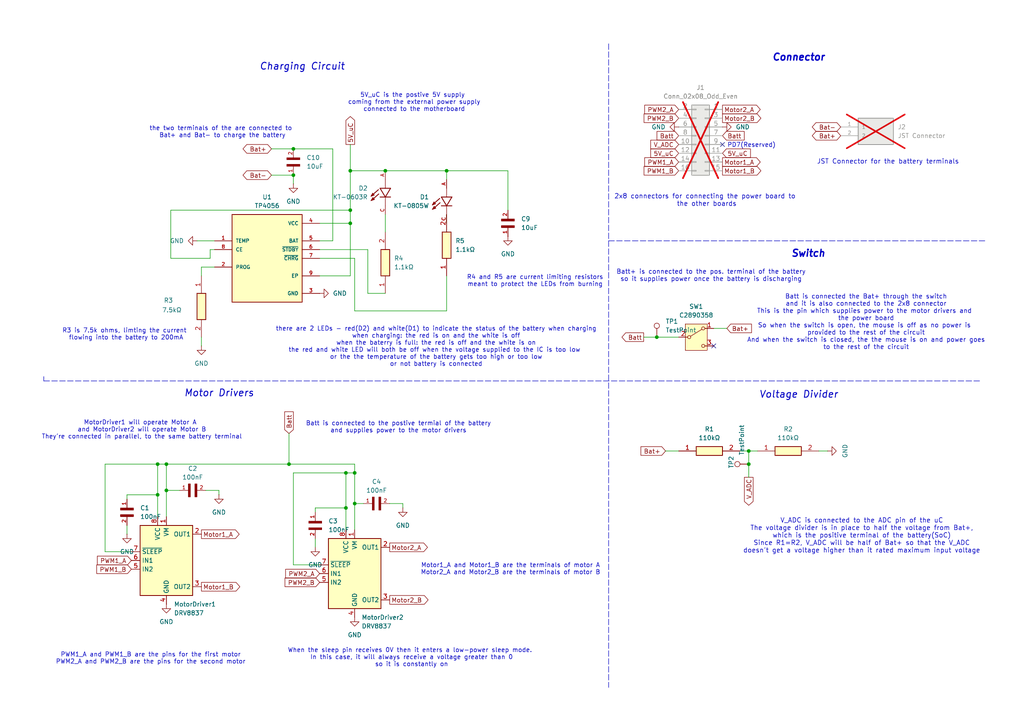
<source format=kicad_sch>
(kicad_sch
	(version 20231120)
	(generator "eeschema")
	(generator_version "8.0")
	(uuid "c596b0b5-2dd7-454e-b0b7-6b08c40b51e7")
	(paper "A4")
	(title_block
		(title "MSHPRI017_Micro_Mouse_Power_Subsystem")
		(date "2024-04-19")
		(rev "V5")
		(company "Group 32")
		(comment 1 "EEE3088F")
		(comment 2 "University of Cape Town")
	)
	(lib_symbols
		(symbol "0603WAF1001T5E:0603WAF1001T5E"
			(pin_names hide)
			(exclude_from_sim no)
			(in_bom yes)
			(on_board yes)
			(property "Reference" "R"
				(at 13.97 6.35 0)
				(effects
					(font
						(size 1.27 1.27)
					)
					(justify left top)
				)
			)
			(property "Value" "0603WAF1001T5E"
				(at 13.97 3.81 0)
				(effects
					(font
						(size 1.27 1.27)
					)
					(justify left top)
				)
			)
			(property "Footprint" "RESC1608X55N"
				(at 13.97 -96.19 0)
				(effects
					(font
						(size 1.27 1.27)
					)
					(justify left top)
					(hide yes)
				)
			)
			(property "Datasheet" "https://datasheet.lcsc.com/szlcsc/Uniroyal-Elec-0603WAF1001T5E_C21190.pdf"
				(at 13.97 -196.19 0)
				(effects
					(font
						(size 1.27 1.27)
					)
					(justify left top)
					(hide yes)
				)
			)
			(property "Description" "1k +/-1% 0.1W +/-100ppm/ 0603 Chip Resistor - Surface Mount"
				(at 0 0 0)
				(effects
					(font
						(size 1.27 1.27)
					)
					(hide yes)
				)
			)
			(property "Height" "0.55"
				(at 13.97 -396.19 0)
				(effects
					(font
						(size 1.27 1.27)
					)
					(justify left top)
					(hide yes)
				)
			)
			(property "Manufacturer_Name" "UNI-ROYAL(Uniroyal Elec)"
				(at 13.97 -496.19 0)
				(effects
					(font
						(size 1.27 1.27)
					)
					(justify left top)
					(hide yes)
				)
			)
			(property "Manufacturer_Part_Number" "0603WAF1001T5E"
				(at 13.97 -596.19 0)
				(effects
					(font
						(size 1.27 1.27)
					)
					(justify left top)
					(hide yes)
				)
			)
			(property "Mouser Part Number" ""
				(at 13.97 -696.19 0)
				(effects
					(font
						(size 1.27 1.27)
					)
					(justify left top)
					(hide yes)
				)
			)
			(property "Mouser Price/Stock" ""
				(at 13.97 -796.19 0)
				(effects
					(font
						(size 1.27 1.27)
					)
					(justify left top)
					(hide yes)
				)
			)
			(property "Arrow Part Number" ""
				(at 13.97 -896.19 0)
				(effects
					(font
						(size 1.27 1.27)
					)
					(justify left top)
					(hide yes)
				)
			)
			(property "Arrow Price/Stock" ""
				(at 13.97 -996.19 0)
				(effects
					(font
						(size 1.27 1.27)
					)
					(justify left top)
					(hide yes)
				)
			)
			(symbol "0603WAF1001T5E_1_1"
				(rectangle
					(start 5.08 1.27)
					(end 12.7 -1.27)
					(stroke
						(width 0.254)
						(type default)
					)
					(fill
						(type background)
					)
				)
				(pin passive line
					(at 0 0 0)
					(length 5.08)
					(name "1"
						(effects
							(font
								(size 1.27 1.27)
							)
						)
					)
					(number "1"
						(effects
							(font
								(size 1.27 1.27)
							)
						)
					)
				)
				(pin passive line
					(at 17.78 0 180)
					(length 5.08)
					(name "2"
						(effects
							(font
								(size 1.27 1.27)
							)
						)
					)
					(number "2"
						(effects
							(font
								(size 1.27 1.27)
							)
						)
					)
				)
			)
		)
		(symbol "0603WAF7501T5E:0603WAF7501T5E"
			(pin_names hide)
			(exclude_from_sim no)
			(in_bom yes)
			(on_board yes)
			(property "Reference" "R"
				(at 13.97 6.35 0)
				(effects
					(font
						(size 1.27 1.27)
					)
					(justify left top)
				)
			)
			(property "Value" "0603WAF7501T5E"
				(at 13.97 3.81 0)
				(effects
					(font
						(size 1.27 1.27)
					)
					(justify left top)
				)
			)
			(property "Footprint" "RESC1608X55N"
				(at 13.97 -96.19 0)
				(effects
					(font
						(size 1.27 1.27)
					)
					(justify left top)
					(hide yes)
				)
			)
			(property "Datasheet" "https://datasheet.lcsc.com/szlcsc/Uniroyal-Elec-0603WAF7501T5E_C23234.pdf"
				(at 13.97 -196.19 0)
				(effects
					(font
						(size 1.27 1.27)
					)
					(justify left top)
					(hide yes)
				)
			)
			(property "Description" "7.5kohms &plusmn;1% 0.1W &plusmn;100ppm/&#8451 0603 Chip Resistor - Surface Mount RoHS"
				(at 0 0 0)
				(effects
					(font
						(size 1.27 1.27)
					)
					(hide yes)
				)
			)
			(property "Height" "0.55"
				(at 13.97 -396.19 0)
				(effects
					(font
						(size 1.27 1.27)
					)
					(justify left top)
					(hide yes)
				)
			)
			(property "Manufacturer_Name" "Uniroyal Elec"
				(at 13.97 -496.19 0)
				(effects
					(font
						(size 1.27 1.27)
					)
					(justify left top)
					(hide yes)
				)
			)
			(property "Manufacturer_Part_Number" "0603WAF7501T5E"
				(at 13.97 -596.19 0)
				(effects
					(font
						(size 1.27 1.27)
					)
					(justify left top)
					(hide yes)
				)
			)
			(property "Mouser Part Number" ""
				(at 13.97 -696.19 0)
				(effects
					(font
						(size 1.27 1.27)
					)
					(justify left top)
					(hide yes)
				)
			)
			(property "Mouser Price/Stock" ""
				(at 13.97 -796.19 0)
				(effects
					(font
						(size 1.27 1.27)
					)
					(justify left top)
					(hide yes)
				)
			)
			(property "Arrow Part Number" ""
				(at 13.97 -896.19 0)
				(effects
					(font
						(size 1.27 1.27)
					)
					(justify left top)
					(hide yes)
				)
			)
			(property "Arrow Price/Stock" ""
				(at 13.97 -996.19 0)
				(effects
					(font
						(size 1.27 1.27)
					)
					(justify left top)
					(hide yes)
				)
			)
			(symbol "0603WAF7501T5E_1_1"
				(rectangle
					(start 5.08 1.27)
					(end 12.7 -1.27)
					(stroke
						(width 0.254)
						(type default)
					)
					(fill
						(type background)
					)
				)
				(pin passive line
					(at 0 0 0)
					(length 5.08)
					(name "1"
						(effects
							(font
								(size 1.27 1.27)
							)
						)
					)
					(number "1"
						(effects
							(font
								(size 1.27 1.27)
							)
						)
					)
				)
				(pin passive line
					(at 17.78 0 180)
					(length 5.08)
					(name "2"
						(effects
							(font
								(size 1.27 1.27)
							)
						)
					)
					(number "2"
						(effects
							(font
								(size 1.27 1.27)
							)
						)
					)
				)
			)
		)
		(symbol "0805W8F1003T5E:0805W8F1003T5E"
			(pin_names hide)
			(exclude_from_sim no)
			(in_bom yes)
			(on_board yes)
			(property "Reference" "R"
				(at 13.97 6.35 0)
				(effects
					(font
						(size 1.27 1.27)
					)
					(justify left top)
				)
			)
			(property "Value" "0805W8F1003T5E"
				(at 13.97 3.81 0)
				(effects
					(font
						(size 1.27 1.27)
					)
					(justify left top)
				)
			)
			(property "Footprint" "RESC2013X65N"
				(at 13.97 -96.19 0)
				(effects
					(font
						(size 1.27 1.27)
					)
					(justify left top)
					(hide yes)
				)
			)
			(property "Datasheet" "https://datasheet.lcsc.com/szlcsc/1812202031_Uniroyal-Elec-0805W8F1003T5E_C149504.pdf"
				(at 13.97 -196.19 0)
				(effects
					(font
						(size 1.27 1.27)
					)
					(justify left top)
					(hide yes)
				)
			)
			(property "Description" "LEAD-FREE THICK FILM CHIP RESISTOR"
				(at 0 0 0)
				(effects
					(font
						(size 1.27 1.27)
					)
					(hide yes)
				)
			)
			(property "Height" "0.65"
				(at 13.97 -396.19 0)
				(effects
					(font
						(size 1.27 1.27)
					)
					(justify left top)
					(hide yes)
				)
			)
			(property "Manufacturer_Name" "UniOhm"
				(at 13.97 -496.19 0)
				(effects
					(font
						(size 1.27 1.27)
					)
					(justify left top)
					(hide yes)
				)
			)
			(property "Manufacturer_Part_Number" "0805W8F1003T5E"
				(at 13.97 -596.19 0)
				(effects
					(font
						(size 1.27 1.27)
					)
					(justify left top)
					(hide yes)
				)
			)
			(property "Mouser Part Number" ""
				(at 13.97 -696.19 0)
				(effects
					(font
						(size 1.27 1.27)
					)
					(justify left top)
					(hide yes)
				)
			)
			(property "Mouser Price/Stock" ""
				(at 13.97 -796.19 0)
				(effects
					(font
						(size 1.27 1.27)
					)
					(justify left top)
					(hide yes)
				)
			)
			(property "Arrow Part Number" ""
				(at 13.97 -896.19 0)
				(effects
					(font
						(size 1.27 1.27)
					)
					(justify left top)
					(hide yes)
				)
			)
			(property "Arrow Price/Stock" ""
				(at 13.97 -996.19 0)
				(effects
					(font
						(size 1.27 1.27)
					)
					(justify left top)
					(hide yes)
				)
			)
			(symbol "0805W8F1003T5E_1_1"
				(rectangle
					(start 5.08 1.27)
					(end 12.7 -1.27)
					(stroke
						(width 0.254)
						(type default)
					)
					(fill
						(type background)
					)
				)
				(pin passive line
					(at 0 0 0)
					(length 5.08)
					(name "1"
						(effects
							(font
								(size 1.27 1.27)
							)
						)
					)
					(number "1"
						(effects
							(font
								(size 1.27 1.27)
							)
						)
					)
				)
				(pin passive line
					(at 17.78 0 180)
					(length 5.08)
					(name "2"
						(effects
							(font
								(size 1.27 1.27)
							)
						)
					)
					(number "2"
						(effects
							(font
								(size 1.27 1.27)
							)
						)
					)
				)
			)
		)
		(symbol "CL21A106KAYNNNE:CL21A106KAYNNNE"
			(pin_names
				(offset 1.016)
			)
			(exclude_from_sim no)
			(in_bom yes)
			(on_board yes)
			(property "Reference" "C"
				(at 0 3.8109 0)
				(effects
					(font
						(size 1.27 1.27)
					)
					(justify left bottom)
				)
			)
			(property "Value" "CL21A106KAYNNNE"
				(at 0 -5.0885 0)
				(effects
					(font
						(size 1.27 1.27)
					)
					(justify left bottom)
				)
			)
			(property "Footprint" "CL21A106KAYNNNE:CAPC2012X135N"
				(at 0 0 0)
				(effects
					(font
						(size 1.27 1.27)
					)
					(justify bottom)
					(hide yes)
				)
			)
			(property "Datasheet" ""
				(at 0 0 0)
				(effects
					(font
						(size 1.27 1.27)
					)
					(hide yes)
				)
			)
			(property "Description" ""
				(at 0 0 0)
				(effects
					(font
						(size 1.27 1.27)
					)
					(hide yes)
				)
			)
			(property "MF" "Samsung Electro-Mechanics"
				(at 0 0 0)
				(effects
					(font
						(size 1.27 1.27)
					)
					(justify bottom)
					(hide yes)
				)
			)
			(property "Description_1" "\n10 µF ±10% 25V Ceramic Capacitor X5R 0805 (2012 Metric)\n"
				(at 0 0 0)
				(effects
					(font
						(size 1.27 1.27)
					)
					(justify bottom)
					(hide yes)
				)
			)
			(property "Package" "0805 Samsung"
				(at 0 0 0)
				(effects
					(font
						(size 1.27 1.27)
					)
					(justify bottom)
					(hide yes)
				)
			)
			(property "Price" "None"
				(at 0 0 0)
				(effects
					(font
						(size 1.27 1.27)
					)
					(justify bottom)
					(hide yes)
				)
			)
			(property "SnapEDA_Link" "https://www.snapeda.com/parts/CL21A106KAYNNNE/Samsung+Electro-Mechanics/view-part/?ref=snap"
				(at 0 0 0)
				(effects
					(font
						(size 1.27 1.27)
					)
					(justify bottom)
					(hide yes)
				)
			)
			(property "MP" "CL21A106KAYNNNE"
				(at 0 0 0)
				(effects
					(font
						(size 1.27 1.27)
					)
					(justify bottom)
					(hide yes)
				)
			)
			(property "Availability" "In Stock"
				(at 0 0 0)
				(effects
					(font
						(size 1.27 1.27)
					)
					(justify bottom)
					(hide yes)
				)
			)
			(property "Check_prices" "https://www.snapeda.com/parts/CL21A106KAYNNNE/Samsung+Electro-Mechanics/view-part/?ref=eda"
				(at 0 0 0)
				(effects
					(font
						(size 1.27 1.27)
					)
					(justify bottom)
					(hide yes)
				)
			)
			(symbol "CL21A106KAYNNNE_0_0"
				(rectangle
					(start 0 -1.9069)
					(end 0.635 1.905)
					(stroke
						(width 0.1)
						(type default)
					)
					(fill
						(type outline)
					)
				)
				(rectangle
					(start 1.9069 -1.9069)
					(end 2.54 1.905)
					(stroke
						(width 0.1)
						(type default)
					)
					(fill
						(type outline)
					)
				)
				(pin passive line
					(at -2.54 0 0)
					(length 2.54)
					(name "~"
						(effects
							(font
								(size 1.016 1.016)
							)
						)
					)
					(number "1"
						(effects
							(font
								(size 1.016 1.016)
							)
						)
					)
				)
				(pin passive line
					(at 5.08 0 180)
					(length 2.54)
					(name "~"
						(effects
							(font
								(size 1.016 1.016)
							)
						)
					)
					(number "2"
						(effects
							(font
								(size 1.016 1.016)
							)
						)
					)
				)
			)
		)
		(symbol "CL31B104KBCNNNC:CL31B104KBCNNNC"
			(pin_names
				(offset 1.016)
			)
			(exclude_from_sim no)
			(in_bom yes)
			(on_board yes)
			(property "Reference" "C"
				(at 0 3.81 0)
				(effects
					(font
						(size 1.27 1.27)
					)
					(justify left bottom)
				)
			)
			(property "Value" "CL31B104KBCNNNC"
				(at 0 -5.08 0)
				(effects
					(font
						(size 1.27 1.27)
					)
					(justify left bottom)
				)
			)
			(property "Footprint" "CL31B104KBCNNNC:CAPC3216X180N"
				(at 0 0 0)
				(effects
					(font
						(size 1.27 1.27)
					)
					(justify bottom)
					(hide yes)
				)
			)
			(property "Datasheet" ""
				(at 0 0 0)
				(effects
					(font
						(size 1.27 1.27)
					)
					(hide yes)
				)
			)
			(property "Description" ""
				(at 0 0 0)
				(effects
					(font
						(size 1.27 1.27)
					)
					(hide yes)
				)
			)
			(property "MF" "Samsung Electro-Mechanics"
				(at 0 0 0)
				(effects
					(font
						(size 1.27 1.27)
					)
					(justify bottom)
					(hide yes)
				)
			)
			(property "Description_1" "\nCeramic capacitor SMD 1206 100 nF 50 V 10 % Samsung Electro-Mechanics CL31B104KBCNNNC 4000 pc(s)\n"
				(at 0 0 0)
				(effects
					(font
						(size 1.27 1.27)
					)
					(justify bottom)
					(hide yes)
				)
			)
			(property "Package" "1206 Samsung"
				(at 0 0 0)
				(effects
					(font
						(size 1.27 1.27)
					)
					(justify bottom)
					(hide yes)
				)
			)
			(property "Price" "None"
				(at 0 0 0)
				(effects
					(font
						(size 1.27 1.27)
					)
					(justify bottom)
					(hide yes)
				)
			)
			(property "SnapEDA_Link" "https://www.snapeda.com/parts/CL31B104KBCNNNC/Samsung+Electro-Mechanics/view-part/?ref=snap"
				(at 0 0 0)
				(effects
					(font
						(size 1.27 1.27)
					)
					(justify bottom)
					(hide yes)
				)
			)
			(property "MP" "CL31B104KBCNNNC"
				(at 0 0 0)
				(effects
					(font
						(size 1.27 1.27)
					)
					(justify bottom)
					(hide yes)
				)
			)
			(property "Availability" "In Stock"
				(at 0 0 0)
				(effects
					(font
						(size 1.27 1.27)
					)
					(justify bottom)
					(hide yes)
				)
			)
			(property "Check_prices" "https://www.snapeda.com/parts/CL31B104KBCNNNC/Samsung+Electro-Mechanics/view-part/?ref=eda"
				(at 0 0 0)
				(effects
					(font
						(size 1.27 1.27)
					)
					(justify bottom)
					(hide yes)
				)
			)
			(symbol "CL31B104KBCNNNC_0_0"
				(rectangle
					(start 0 -1.905)
					(end 0.635 1.905)
					(stroke
						(width 0.1)
						(type default)
					)
					(fill
						(type outline)
					)
				)
				(rectangle
					(start 1.905 -1.905)
					(end 2.54 1.905)
					(stroke
						(width 0.1)
						(type default)
					)
					(fill
						(type outline)
					)
				)
				(pin passive line
					(at 5.08 0 180)
					(length 2.54)
					(name "~"
						(effects
							(font
								(size 1.016 1.016)
							)
						)
					)
					(number "1"
						(effects
							(font
								(size 1.016 1.016)
							)
						)
					)
				)
				(pin passive line
					(at -2.54 0 0)
					(length 2.54)
					(name "~"
						(effects
							(font
								(size 1.016 1.016)
							)
						)
					)
					(number "2"
						(effects
							(font
								(size 1.016 1.016)
							)
						)
					)
				)
			)
		)
		(symbol "Connector:TestPoint"
			(pin_numbers hide)
			(pin_names
				(offset 0.762) hide)
			(exclude_from_sim no)
			(in_bom yes)
			(on_board yes)
			(property "Reference" "TP"
				(at 0 6.858 0)
				(effects
					(font
						(size 1.27 1.27)
					)
				)
			)
			(property "Value" "TestPoint"
				(at 0 5.08 0)
				(effects
					(font
						(size 1.27 1.27)
					)
				)
			)
			(property "Footprint" ""
				(at 5.08 0 0)
				(effects
					(font
						(size 1.27 1.27)
					)
					(hide yes)
				)
			)
			(property "Datasheet" "~"
				(at 5.08 0 0)
				(effects
					(font
						(size 1.27 1.27)
					)
					(hide yes)
				)
			)
			(property "Description" "test point"
				(at 0 0 0)
				(effects
					(font
						(size 1.27 1.27)
					)
					(hide yes)
				)
			)
			(property "ki_keywords" "test point tp"
				(at 0 0 0)
				(effects
					(font
						(size 1.27 1.27)
					)
					(hide yes)
				)
			)
			(property "ki_fp_filters" "Pin* Test*"
				(at 0 0 0)
				(effects
					(font
						(size 1.27 1.27)
					)
					(hide yes)
				)
			)
			(symbol "TestPoint_0_1"
				(circle
					(center 0 3.302)
					(radius 0.762)
					(stroke
						(width 0)
						(type default)
					)
					(fill
						(type none)
					)
				)
			)
			(symbol "TestPoint_1_1"
				(pin passive line
					(at 0 0 90)
					(length 2.54)
					(name "1"
						(effects
							(font
								(size 1.27 1.27)
							)
						)
					)
					(number "1"
						(effects
							(font
								(size 1.27 1.27)
							)
						)
					)
				)
			)
		)
		(symbol "Connector_Generic:Conn_02x08_Odd_Even"
			(pin_names
				(offset 1.016) hide)
			(exclude_from_sim no)
			(in_bom yes)
			(on_board yes)
			(property "Reference" "J"
				(at 1.27 10.16 0)
				(effects
					(font
						(size 1.27 1.27)
					)
				)
			)
			(property "Value" "Conn_02x08_Odd_Even"
				(at 1.27 -12.7 0)
				(effects
					(font
						(size 1.27 1.27)
					)
				)
			)
			(property "Footprint" ""
				(at 0 0 0)
				(effects
					(font
						(size 1.27 1.27)
					)
					(hide yes)
				)
			)
			(property "Datasheet" "~"
				(at 0 0 0)
				(effects
					(font
						(size 1.27 1.27)
					)
					(hide yes)
				)
			)
			(property "Description" "Generic connector, double row, 02x08, odd/even pin numbering scheme (row 1 odd numbers, row 2 even numbers), script generated (kicad-library-utils/schlib/autogen/connector/)"
				(at 0 0 0)
				(effects
					(font
						(size 1.27 1.27)
					)
					(hide yes)
				)
			)
			(property "ki_keywords" "connector"
				(at 0 0 0)
				(effects
					(font
						(size 1.27 1.27)
					)
					(hide yes)
				)
			)
			(property "ki_fp_filters" "Connector*:*_2x??_*"
				(at 0 0 0)
				(effects
					(font
						(size 1.27 1.27)
					)
					(hide yes)
				)
			)
			(symbol "Conn_02x08_Odd_Even_1_1"
				(rectangle
					(start -1.27 -10.033)
					(end 0 -10.287)
					(stroke
						(width 0.1524)
						(type default)
					)
					(fill
						(type none)
					)
				)
				(rectangle
					(start -1.27 -7.493)
					(end 0 -7.747)
					(stroke
						(width 0.1524)
						(type default)
					)
					(fill
						(type none)
					)
				)
				(rectangle
					(start -1.27 -4.953)
					(end 0 -5.207)
					(stroke
						(width 0.1524)
						(type default)
					)
					(fill
						(type none)
					)
				)
				(rectangle
					(start -1.27 -2.413)
					(end 0 -2.667)
					(stroke
						(width 0.1524)
						(type default)
					)
					(fill
						(type none)
					)
				)
				(rectangle
					(start -1.27 0.127)
					(end 0 -0.127)
					(stroke
						(width 0.1524)
						(type default)
					)
					(fill
						(type none)
					)
				)
				(rectangle
					(start -1.27 2.667)
					(end 0 2.413)
					(stroke
						(width 0.1524)
						(type default)
					)
					(fill
						(type none)
					)
				)
				(rectangle
					(start -1.27 5.207)
					(end 0 4.953)
					(stroke
						(width 0.1524)
						(type default)
					)
					(fill
						(type none)
					)
				)
				(rectangle
					(start -1.27 7.747)
					(end 0 7.493)
					(stroke
						(width 0.1524)
						(type default)
					)
					(fill
						(type none)
					)
				)
				(rectangle
					(start -1.27 8.89)
					(end 3.81 -11.43)
					(stroke
						(width 0.254)
						(type default)
					)
					(fill
						(type background)
					)
				)
				(rectangle
					(start 3.81 -10.033)
					(end 2.54 -10.287)
					(stroke
						(width 0.1524)
						(type default)
					)
					(fill
						(type none)
					)
				)
				(rectangle
					(start 3.81 -7.493)
					(end 2.54 -7.747)
					(stroke
						(width 0.1524)
						(type default)
					)
					(fill
						(type none)
					)
				)
				(rectangle
					(start 3.81 -4.953)
					(end 2.54 -5.207)
					(stroke
						(width 0.1524)
						(type default)
					)
					(fill
						(type none)
					)
				)
				(rectangle
					(start 3.81 -2.413)
					(end 2.54 -2.667)
					(stroke
						(width 0.1524)
						(type default)
					)
					(fill
						(type none)
					)
				)
				(rectangle
					(start 3.81 0.127)
					(end 2.54 -0.127)
					(stroke
						(width 0.1524)
						(type default)
					)
					(fill
						(type none)
					)
				)
				(rectangle
					(start 3.81 2.667)
					(end 2.54 2.413)
					(stroke
						(width 0.1524)
						(type default)
					)
					(fill
						(type none)
					)
				)
				(rectangle
					(start 3.81 5.207)
					(end 2.54 4.953)
					(stroke
						(width 0.1524)
						(type default)
					)
					(fill
						(type none)
					)
				)
				(rectangle
					(start 3.81 7.747)
					(end 2.54 7.493)
					(stroke
						(width 0.1524)
						(type default)
					)
					(fill
						(type none)
					)
				)
				(pin passive line
					(at -5.08 7.62 0)
					(length 3.81)
					(name "Pin_1"
						(effects
							(font
								(size 1.27 1.27)
							)
						)
					)
					(number "1"
						(effects
							(font
								(size 1.27 1.27)
							)
						)
					)
				)
				(pin passive line
					(at 7.62 -2.54 180)
					(length 3.81)
					(name "Pin_10"
						(effects
							(font
								(size 1.27 1.27)
							)
						)
					)
					(number "10"
						(effects
							(font
								(size 1.27 1.27)
							)
						)
					)
				)
				(pin passive line
					(at -5.08 -5.08 0)
					(length 3.81)
					(name "Pin_11"
						(effects
							(font
								(size 1.27 1.27)
							)
						)
					)
					(number "11"
						(effects
							(font
								(size 1.27 1.27)
							)
						)
					)
				)
				(pin passive line
					(at 7.62 -5.08 180)
					(length 3.81)
					(name "Pin_12"
						(effects
							(font
								(size 1.27 1.27)
							)
						)
					)
					(number "12"
						(effects
							(font
								(size 1.27 1.27)
							)
						)
					)
				)
				(pin passive line
					(at -5.08 -7.62 0)
					(length 3.81)
					(name "Pin_13"
						(effects
							(font
								(size 1.27 1.27)
							)
						)
					)
					(number "13"
						(effects
							(font
								(size 1.27 1.27)
							)
						)
					)
				)
				(pin passive line
					(at 7.62 -7.62 180)
					(length 3.81)
					(name "Pin_14"
						(effects
							(font
								(size 1.27 1.27)
							)
						)
					)
					(number "14"
						(effects
							(font
								(size 1.27 1.27)
							)
						)
					)
				)
				(pin passive line
					(at -5.08 -10.16 0)
					(length 3.81)
					(name "Pin_15"
						(effects
							(font
								(size 1.27 1.27)
							)
						)
					)
					(number "15"
						(effects
							(font
								(size 1.27 1.27)
							)
						)
					)
				)
				(pin passive line
					(at 7.62 -10.16 180)
					(length 3.81)
					(name "Pin_16"
						(effects
							(font
								(size 1.27 1.27)
							)
						)
					)
					(number "16"
						(effects
							(font
								(size 1.27 1.27)
							)
						)
					)
				)
				(pin passive line
					(at 7.62 7.62 180)
					(length 3.81)
					(name "Pin_2"
						(effects
							(font
								(size 1.27 1.27)
							)
						)
					)
					(number "2"
						(effects
							(font
								(size 1.27 1.27)
							)
						)
					)
				)
				(pin passive line
					(at -5.08 5.08 0)
					(length 3.81)
					(name "Pin_3"
						(effects
							(font
								(size 1.27 1.27)
							)
						)
					)
					(number "3"
						(effects
							(font
								(size 1.27 1.27)
							)
						)
					)
				)
				(pin passive line
					(at 7.62 5.08 180)
					(length 3.81)
					(name "Pin_4"
						(effects
							(font
								(size 1.27 1.27)
							)
						)
					)
					(number "4"
						(effects
							(font
								(size 1.27 1.27)
							)
						)
					)
				)
				(pin passive line
					(at -5.08 2.54 0)
					(length 3.81)
					(name "Pin_5"
						(effects
							(font
								(size 1.27 1.27)
							)
						)
					)
					(number "5"
						(effects
							(font
								(size 1.27 1.27)
							)
						)
					)
				)
				(pin passive line
					(at 7.62 2.54 180)
					(length 3.81)
					(name "Pin_6"
						(effects
							(font
								(size 1.27 1.27)
							)
						)
					)
					(number "6"
						(effects
							(font
								(size 1.27 1.27)
							)
						)
					)
				)
				(pin passive line
					(at -5.08 0 0)
					(length 3.81)
					(name "Pin_7"
						(effects
							(font
								(size 1.27 1.27)
							)
						)
					)
					(number "7"
						(effects
							(font
								(size 1.27 1.27)
							)
						)
					)
				)
				(pin passive line
					(at 7.62 0 180)
					(length 3.81)
					(name "Pin_8"
						(effects
							(font
								(size 1.27 1.27)
							)
						)
					)
					(number "8"
						(effects
							(font
								(size 1.27 1.27)
							)
						)
					)
				)
				(pin passive line
					(at -5.08 -2.54 0)
					(length 3.81)
					(name "Pin_9"
						(effects
							(font
								(size 1.27 1.27)
							)
						)
					)
					(number "9"
						(effects
							(font
								(size 1.27 1.27)
							)
						)
					)
				)
			)
		)
		(symbol "Driver_Motor:DRV8837"
			(exclude_from_sim no)
			(in_bom yes)
			(on_board yes)
			(property "Reference" "U"
				(at 6.35 11.43 0)
				(effects
					(font
						(size 1.27 1.27)
					)
				)
			)
			(property "Value" "DRV8837"
				(at -10.16 11.43 0)
				(effects
					(font
						(size 1.27 1.27)
					)
				)
			)
			(property "Footprint" "Package_SON:WSON-8-1EP_2x2mm_P0.5mm_EP0.9x1.6mm"
				(at 0 -21.59 0)
				(effects
					(font
						(size 1.27 1.27)
					)
					(hide yes)
				)
			)
			(property "Datasheet" "http://www.ti.com/lit/ds/symlink/drv8837.pdf"
				(at 0 0 0)
				(effects
					(font
						(size 1.27 1.27)
					)
					(hide yes)
				)
			)
			(property "Description" "H-Bridge driver, 1.8A, Low Voltage, PWM input, WSON-8"
				(at 0 0 0)
				(effects
					(font
						(size 1.27 1.27)
					)
					(hide yes)
				)
			)
			(property "ki_keywords" "half bridge driver"
				(at 0 0 0)
				(effects
					(font
						(size 1.27 1.27)
					)
					(hide yes)
				)
			)
			(property "ki_fp_filters" "WSON*1EP*2x2mm*P0.5mm*"
				(at 0 0 0)
				(effects
					(font
						(size 1.27 1.27)
					)
					(hide yes)
				)
			)
			(symbol "DRV8837_0_1"
				(rectangle
					(start -7.62 10.16)
					(end 7.62 -10.16)
					(stroke
						(width 0.254)
						(type default)
					)
					(fill
						(type background)
					)
				)
			)
			(symbol "DRV8837_1_1"
				(pin power_in line
					(at 0 12.7 270)
					(length 2.54)
					(name "VM"
						(effects
							(font
								(size 1.27 1.27)
							)
						)
					)
					(number "1"
						(effects
							(font
								(size 1.27 1.27)
							)
						)
					)
				)
				(pin output line
					(at 10.16 7.62 180)
					(length 2.54)
					(name "OUT1"
						(effects
							(font
								(size 1.27 1.27)
							)
						)
					)
					(number "2"
						(effects
							(font
								(size 1.27 1.27)
							)
						)
					)
				)
				(pin output line
					(at 10.16 -7.62 180)
					(length 2.54)
					(name "OUT2"
						(effects
							(font
								(size 1.27 1.27)
							)
						)
					)
					(number "3"
						(effects
							(font
								(size 1.27 1.27)
							)
						)
					)
				)
				(pin power_in line
					(at 0 -12.7 90)
					(length 2.54)
					(name "GND"
						(effects
							(font
								(size 1.27 1.27)
							)
						)
					)
					(number "4"
						(effects
							(font
								(size 1.27 1.27)
							)
						)
					)
				)
				(pin input line
					(at -10.16 -2.54 0)
					(length 2.54)
					(name "IN2"
						(effects
							(font
								(size 1.27 1.27)
							)
						)
					)
					(number "5"
						(effects
							(font
								(size 1.27 1.27)
							)
						)
					)
				)
				(pin input line
					(at -10.16 0 0)
					(length 2.54)
					(name "IN1"
						(effects
							(font
								(size 1.27 1.27)
							)
						)
					)
					(number "6"
						(effects
							(font
								(size 1.27 1.27)
							)
						)
					)
				)
				(pin input line
					(at -10.16 2.54 0)
					(length 2.54)
					(name "~{SLEEP}"
						(effects
							(font
								(size 1.27 1.27)
							)
						)
					)
					(number "7"
						(effects
							(font
								(size 1.27 1.27)
							)
						)
					)
				)
				(pin power_in line
					(at -2.54 12.7 270)
					(length 2.54)
					(name "VCC"
						(effects
							(font
								(size 1.27 1.27)
							)
						)
					)
					(number "8"
						(effects
							(font
								(size 1.27 1.27)
							)
						)
					)
				)
				(pin passive line
					(at 0 -12.7 90)
					(length 2.54) hide
					(name "GND"
						(effects
							(font
								(size 1.27 1.27)
							)
						)
					)
					(number "9"
						(effects
							(font
								(size 1.27 1.27)
							)
						)
					)
				)
			)
		)
		(symbol "GND_1"
			(power)
			(pin_numbers hide)
			(pin_names
				(offset 0) hide)
			(exclude_from_sim no)
			(in_bom yes)
			(on_board yes)
			(property "Reference" "#PWR"
				(at 0 -6.35 0)
				(effects
					(font
						(size 1.27 1.27)
					)
					(hide yes)
				)
			)
			(property "Value" "GND"
				(at 0 -3.81 0)
				(effects
					(font
						(size 1.27 1.27)
					)
				)
			)
			(property "Footprint" ""
				(at 0 0 0)
				(effects
					(font
						(size 1.27 1.27)
					)
					(hide yes)
				)
			)
			(property "Datasheet" ""
				(at 0 0 0)
				(effects
					(font
						(size 1.27 1.27)
					)
					(hide yes)
				)
			)
			(property "Description" "Power symbol creates a global label with name \"GND\" , ground"
				(at 0 0 0)
				(effects
					(font
						(size 1.27 1.27)
					)
					(hide yes)
				)
			)
			(property "ki_keywords" "global power"
				(at 0 0 0)
				(effects
					(font
						(size 1.27 1.27)
					)
					(hide yes)
				)
			)
			(symbol "GND_1_0_1"
				(polyline
					(pts
						(xy 0 0) (xy 0 -1.27) (xy 1.27 -1.27) (xy 0 -2.54) (xy -1.27 -1.27) (xy 0 -1.27)
					)
					(stroke
						(width 0)
						(type default)
					)
					(fill
						(type none)
					)
				)
			)
			(symbol "GND_1_1_1"
				(pin power_in line
					(at 0 0 270)
					(length 0)
					(name "~"
						(effects
							(font
								(size 1.27 1.27)
							)
						)
					)
					(number "1"
						(effects
							(font
								(size 1.27 1.27)
							)
						)
					)
				)
			)
		)
		(symbol "GND_2"
			(power)
			(pin_numbers hide)
			(pin_names
				(offset 0) hide)
			(exclude_from_sim no)
			(in_bom yes)
			(on_board yes)
			(property "Reference" "#PWR"
				(at 0 -6.35 0)
				(effects
					(font
						(size 1.27 1.27)
					)
					(hide yes)
				)
			)
			(property "Value" "GND"
				(at 0 -3.81 0)
				(effects
					(font
						(size 1.27 1.27)
					)
				)
			)
			(property "Footprint" ""
				(at 0 0 0)
				(effects
					(font
						(size 1.27 1.27)
					)
					(hide yes)
				)
			)
			(property "Datasheet" ""
				(at 0 0 0)
				(effects
					(font
						(size 1.27 1.27)
					)
					(hide yes)
				)
			)
			(property "Description" "Power symbol creates a global label with name \"GND\" , ground"
				(at 0 0 0)
				(effects
					(font
						(size 1.27 1.27)
					)
					(hide yes)
				)
			)
			(property "ki_keywords" "global power"
				(at 0 0 0)
				(effects
					(font
						(size 1.27 1.27)
					)
					(hide yes)
				)
			)
			(symbol "GND_2_0_1"
				(polyline
					(pts
						(xy 0 0) (xy 0 -1.27) (xy 1.27 -1.27) (xy 0 -2.54) (xy -1.27 -1.27) (xy 0 -1.27)
					)
					(stroke
						(width 0)
						(type default)
					)
					(fill
						(type none)
					)
				)
			)
			(symbol "GND_2_1_1"
				(pin power_in line
					(at 0 0 270)
					(length 0)
					(name "~"
						(effects
							(font
								(size 1.27 1.27)
							)
						)
					)
					(number "1"
						(effects
							(font
								(size 1.27 1.27)
							)
						)
					)
				)
			)
		)
		(symbol "GND_3"
			(power)
			(pin_numbers hide)
			(pin_names
				(offset 0) hide)
			(exclude_from_sim no)
			(in_bom yes)
			(on_board yes)
			(property "Reference" "#PWR"
				(at 0 -6.35 0)
				(effects
					(font
						(size 1.27 1.27)
					)
					(hide yes)
				)
			)
			(property "Value" "GND"
				(at 0 -3.81 0)
				(effects
					(font
						(size 1.27 1.27)
					)
				)
			)
			(property "Footprint" ""
				(at 0 0 0)
				(effects
					(font
						(size 1.27 1.27)
					)
					(hide yes)
				)
			)
			(property "Datasheet" ""
				(at 0 0 0)
				(effects
					(font
						(size 1.27 1.27)
					)
					(hide yes)
				)
			)
			(property "Description" "Power symbol creates a global label with name \"GND\" , ground"
				(at 0 0 0)
				(effects
					(font
						(size 1.27 1.27)
					)
					(hide yes)
				)
			)
			(property "ki_keywords" "global power"
				(at 0 0 0)
				(effects
					(font
						(size 1.27 1.27)
					)
					(hide yes)
				)
			)
			(symbol "GND_3_0_1"
				(polyline
					(pts
						(xy 0 0) (xy 0 -1.27) (xy 1.27 -1.27) (xy 0 -2.54) (xy -1.27 -1.27) (xy 0 -1.27)
					)
					(stroke
						(width 0)
						(type default)
					)
					(fill
						(type none)
					)
				)
			)
			(symbol "GND_3_1_1"
				(pin power_in line
					(at 0 0 270)
					(length 0)
					(name "~"
						(effects
							(font
								(size 1.27 1.27)
							)
						)
					)
					(number "1"
						(effects
							(font
								(size 1.27 1.27)
							)
						)
					)
				)
			)
		)
		(symbol "KT-0603R:KT-0603R"
			(pin_names
				(offset 1.016)
			)
			(exclude_from_sim no)
			(in_bom yes)
			(on_board yes)
			(property "Reference" "D"
				(at -3.556 4.4958 0)
				(effects
					(font
						(size 1.27 1.27)
					)
					(justify left bottom)
				)
			)
			(property "Value" "KT-0603R"
				(at -3.556 -3.302 0)
				(effects
					(font
						(size 1.27 1.27)
					)
					(justify left bottom)
				)
			)
			(property "Footprint" "KT-0603R:LED_KT-0603R"
				(at 0 0 0)
				(effects
					(font
						(size 1.27 1.27)
					)
					(justify bottom)
					(hide yes)
				)
			)
			(property "Datasheet" ""
				(at 0 0 0)
				(effects
					(font
						(size 1.27 1.27)
					)
					(hide yes)
				)
			)
			(property "Description" ""
				(at 0 0 0)
				(effects
					(font
						(size 1.27 1.27)
					)
					(hide yes)
				)
			)
			(property "MF" "Hubei KENTO Elec"
				(at 0 0 0)
				(effects
					(font
						(size 1.27 1.27)
					)
					(justify bottom)
					(hide yes)
				)
			)
			(property "MAXIMUM_PACKAGE_HEIGHT" "0.65mm"
				(at 0 0 0)
				(effects
					(font
						(size 1.27 1.27)
					)
					(justify bottom)
					(hide yes)
				)
			)
			(property "Package" "Package"
				(at 0 0 0)
				(effects
					(font
						(size 1.27 1.27)
					)
					(justify bottom)
					(hide yes)
				)
			)
			(property "Price" "None"
				(at 0 0 0)
				(effects
					(font
						(size 1.27 1.27)
					)
					(justify bottom)
					(hide yes)
				)
			)
			(property "Check_prices" "https://www.snapeda.com/parts/KT-0603R/Hubei+KENTO+Elec/view-part/?ref=eda"
				(at 0 0 0)
				(effects
					(font
						(size 1.27 1.27)
					)
					(justify bottom)
					(hide yes)
				)
			)
			(property "STANDARD" "Manufacturer Recommendations"
				(at 0 0 0)
				(effects
					(font
						(size 1.27 1.27)
					)
					(justify bottom)
					(hide yes)
				)
			)
			(property "PARTREV" "2013/01/24"
				(at 0 0 0)
				(effects
					(font
						(size 1.27 1.27)
					)
					(justify bottom)
					(hide yes)
				)
			)
			(property "SnapEDA_Link" "https://www.snapeda.com/parts/KT-0603R/Hubei+KENTO+Elec/view-part/?ref=snap"
				(at 0 0 0)
				(effects
					(font
						(size 1.27 1.27)
					)
					(justify bottom)
					(hide yes)
				)
			)
			(property "MP" "KT-0603R"
				(at 0 0 0)
				(effects
					(font
						(size 1.27 1.27)
					)
					(justify bottom)
					(hide yes)
				)
			)
			(property "Description_1" "\nRed 0603 Light Emitting Diodes\n"
				(at 0 0 0)
				(effects
					(font
						(size 1.27 1.27)
					)
					(justify bottom)
					(hide yes)
				)
			)
			(property "Availability" "Not in stock"
				(at 0 0 0)
				(effects
					(font
						(size 1.27 1.27)
					)
					(justify bottom)
					(hide yes)
				)
			)
			(property "MANUFACTURER" "Hubei KENTO Elec"
				(at 0 0 0)
				(effects
					(font
						(size 1.27 1.27)
					)
					(justify bottom)
					(hide yes)
				)
			)
			(symbol "KT-0603R_0_0"
				(polyline
					(pts
						(xy -2.54 -1.524) (xy 0 0)
					)
					(stroke
						(width 0.254)
						(type default)
					)
					(fill
						(type none)
					)
				)
				(polyline
					(pts
						(xy -2.54 0) (xy -5.08 0)
					)
					(stroke
						(width 0.1524)
						(type default)
					)
					(fill
						(type none)
					)
				)
				(polyline
					(pts
						(xy -2.54 0) (xy -2.54 -1.524)
					)
					(stroke
						(width 0.254)
						(type default)
					)
					(fill
						(type none)
					)
				)
				(polyline
					(pts
						(xy -2.54 1.524) (xy -2.54 0)
					)
					(stroke
						(width 0.254)
						(type default)
					)
					(fill
						(type none)
					)
				)
				(polyline
					(pts
						(xy -0.3556 4.0386) (xy -2.1336 2.0066)
					)
					(stroke
						(width 0.254)
						(type default)
					)
					(fill
						(type none)
					)
				)
				(polyline
					(pts
						(xy 0 0) (xy -2.54 1.524)
					)
					(stroke
						(width 0.254)
						(type default)
					)
					(fill
						(type none)
					)
				)
				(polyline
					(pts
						(xy 0 0) (xy 0 -1.524)
					)
					(stroke
						(width 0.254)
						(type default)
					)
					(fill
						(type none)
					)
				)
				(polyline
					(pts
						(xy 0 1.524) (xy 0 0)
					)
					(stroke
						(width 0.254)
						(type default)
					)
					(fill
						(type none)
					)
				)
				(polyline
					(pts
						(xy 0.889 3.937) (xy -0.889 1.905)
					)
					(stroke
						(width 0.254)
						(type default)
					)
					(fill
						(type none)
					)
				)
				(polyline
					(pts
						(xy 2.54 0) (xy 0 0)
					)
					(stroke
						(width 0.1524)
						(type default)
					)
					(fill
						(type none)
					)
				)
				(polyline
					(pts
						(xy -1.143 3.683) (xy -0.5715 3.175) (xy -0.1905 4.191) (xy -1.143 3.683)
					)
					(stroke
						(width 0.1524)
						(type default)
					)
					(fill
						(type outline)
					)
				)
				(polyline
					(pts
						(xy 0.127 3.6195) (xy 0.6985 3.1115) (xy 1.0795 4.191) (xy 0.127 3.6195)
					)
					(stroke
						(width 0.1524)
						(type default)
					)
					(fill
						(type outline)
					)
				)
				(pin passive line
					(at -7.62 0 0)
					(length 2.54)
					(name "~"
						(effects
							(font
								(size 1.016 1.016)
							)
						)
					)
					(number "A"
						(effects
							(font
								(size 1.016 1.016)
							)
						)
					)
				)
				(pin passive line
					(at 5.08 0 180)
					(length 2.54)
					(name "~"
						(effects
							(font
								(size 1.016 1.016)
							)
						)
					)
					(number "C"
						(effects
							(font
								(size 1.016 1.016)
							)
						)
					)
				)
			)
		)
		(symbol "KT-0805W:KT-0805W"
			(pin_names
				(offset 1.016)
			)
			(exclude_from_sim no)
			(in_bom yes)
			(on_board yes)
			(property "Reference" "D"
				(at -3.556 4.4958 0)
				(effects
					(font
						(size 1.27 1.27)
					)
					(justify left bottom)
				)
			)
			(property "Value" "KT-0805W"
				(at -3.556 -3.302 0)
				(effects
					(font
						(size 1.27 1.27)
					)
					(justify left bottom)
				)
			)
			(property "Footprint" "KT-0805W:LED_KT-0805W"
				(at 0 0 0)
				(effects
					(font
						(size 1.27 1.27)
					)
					(justify bottom)
					(hide yes)
				)
			)
			(property "Datasheet" ""
				(at 0 0 0)
				(effects
					(font
						(size 1.27 1.27)
					)
					(hide yes)
				)
			)
			(property "Description" ""
				(at 0 0 0)
				(effects
					(font
						(size 1.27 1.27)
					)
					(hide yes)
				)
			)
			(property "MF" "Hubei KENTO Elec"
				(at 0 0 0)
				(effects
					(font
						(size 1.27 1.27)
					)
					(justify bottom)
					(hide yes)
				)
			)
			(property "MAXIMUM_PACKAGE_HEIGHT" "0.8mm"
				(at 0 0 0)
				(effects
					(font
						(size 1.27 1.27)
					)
					(justify bottom)
					(hide yes)
				)
			)
			(property "Package" "Package"
				(at 0 0 0)
				(effects
					(font
						(size 1.27 1.27)
					)
					(justify bottom)
					(hide yes)
				)
			)
			(property "Price" "None"
				(at 0 0 0)
				(effects
					(font
						(size 1.27 1.27)
					)
					(justify bottom)
					(hide yes)
				)
			)
			(property "Check_prices" "https://www.snapeda.com/parts/KT-0805W/Hubei+KENTO+Elec/view-part/?ref=eda"
				(at 0 0 0)
				(effects
					(font
						(size 1.27 1.27)
					)
					(justify bottom)
					(hide yes)
				)
			)
			(property "STANDARD" "Manufacturer Recommendations"
				(at 0 0 0)
				(effects
					(font
						(size 1.27 1.27)
					)
					(justify bottom)
					(hide yes)
				)
			)
			(property "PARTREV" "2017.05.16"
				(at 0 0 0)
				(effects
					(font
						(size 1.27 1.27)
					)
					(justify bottom)
					(hide yes)
				)
			)
			(property "SnapEDA_Link" "https://www.snapeda.com/parts/KT-0805W/Hubei+KENTO+Elec/view-part/?ref=snap"
				(at 0 0 0)
				(effects
					(font
						(size 1.27 1.27)
					)
					(justify bottom)
					(hide yes)
				)
			)
			(property "MP" "KT-0805W"
				(at 0 0 0)
				(effects
					(font
						(size 1.27 1.27)
					)
					(justify bottom)
					(hide yes)
				)
			)
			(property "Description_1" "\nLight Emitting Diodes\n"
				(at 0 0 0)
				(effects
					(font
						(size 1.27 1.27)
					)
					(justify bottom)
					(hide yes)
				)
			)
			(property "Availability" "Not in stock"
				(at 0 0 0)
				(effects
					(font
						(size 1.27 1.27)
					)
					(justify bottom)
					(hide yes)
				)
			)
			(property "MANUFACTURER" "Hubei KENTO Elec"
				(at 0 0 0)
				(effects
					(font
						(size 1.27 1.27)
					)
					(justify bottom)
					(hide yes)
				)
			)
			(symbol "KT-0805W_0_0"
				(polyline
					(pts
						(xy -2.54 -1.524) (xy 0 0)
					)
					(stroke
						(width 0.254)
						(type default)
					)
					(fill
						(type none)
					)
				)
				(polyline
					(pts
						(xy -2.54 0) (xy -5.08 0)
					)
					(stroke
						(width 0.1524)
						(type default)
					)
					(fill
						(type none)
					)
				)
				(polyline
					(pts
						(xy -2.54 0) (xy -2.54 -1.524)
					)
					(stroke
						(width 0.254)
						(type default)
					)
					(fill
						(type none)
					)
				)
				(polyline
					(pts
						(xy -2.54 1.524) (xy -2.54 0)
					)
					(stroke
						(width 0.254)
						(type default)
					)
					(fill
						(type none)
					)
				)
				(polyline
					(pts
						(xy -0.3556 4.0386) (xy -2.1336 2.0066)
					)
					(stroke
						(width 0.254)
						(type default)
					)
					(fill
						(type none)
					)
				)
				(polyline
					(pts
						(xy 0 0) (xy -2.54 1.524)
					)
					(stroke
						(width 0.254)
						(type default)
					)
					(fill
						(type none)
					)
				)
				(polyline
					(pts
						(xy 0 0) (xy 0 -1.524)
					)
					(stroke
						(width 0.254)
						(type default)
					)
					(fill
						(type none)
					)
				)
				(polyline
					(pts
						(xy 0 1.524) (xy 0 0)
					)
					(stroke
						(width 0.254)
						(type default)
					)
					(fill
						(type none)
					)
				)
				(polyline
					(pts
						(xy 0.889 3.937) (xy -0.889 1.905)
					)
					(stroke
						(width 0.254)
						(type default)
					)
					(fill
						(type none)
					)
				)
				(polyline
					(pts
						(xy 2.54 0) (xy 0 0)
					)
					(stroke
						(width 0.1524)
						(type default)
					)
					(fill
						(type none)
					)
				)
				(polyline
					(pts
						(xy -1.143 3.683) (xy -0.5715 3.175) (xy -0.1905 4.191) (xy -1.143 3.683)
					)
					(stroke
						(width 0.1524)
						(type default)
					)
					(fill
						(type outline)
					)
				)
				(polyline
					(pts
						(xy 0.127 3.6195) (xy 0.6985 3.1115) (xy 1.0795 4.191) (xy 0.127 3.6195)
					)
					(stroke
						(width 0.1524)
						(type default)
					)
					(fill
						(type outline)
					)
				)
				(pin passive line
					(at -7.62 0 0)
					(length 2.54)
					(name "~"
						(effects
							(font
								(size 1.016 1.016)
							)
						)
					)
					(number "A"
						(effects
							(font
								(size 1.016 1.016)
							)
						)
					)
				)
				(pin passive line
					(at 5.08 0 180)
					(length 2.54)
					(name "~"
						(effects
							(font
								(size 1.016 1.016)
							)
						)
					)
					(number "C"
						(effects
							(font
								(size 1.016 1.016)
							)
						)
					)
				)
			)
		)
		(symbol "S2B-PH-K-S_LF__SN_:S2B-PH-K-S_LF__SN_"
			(pin_names
				(offset 1.016)
			)
			(exclude_from_sim no)
			(in_bom yes)
			(on_board yes)
			(property "Reference" "J"
				(at -5.08 3.302 0)
				(effects
					(font
						(size 1.27 1.27)
					)
					(justify left bottom)
				)
			)
			(property "Value" "S2B-PH-K-S_LF__SN_"
				(at -5.08 -7.62 0)
				(effects
					(font
						(size 1.27 1.27)
					)
					(justify left bottom)
				)
			)
			(property "Footprint" "S2B-PH-K-S_LF__SN_:JST_S2B-PH-K-S_LF__SN_"
				(at 0 0 0)
				(effects
					(font
						(size 1.27 1.27)
					)
					(justify bottom)
					(hide yes)
				)
			)
			(property "Datasheet" ""
				(at 0 0 0)
				(effects
					(font
						(size 1.27 1.27)
					)
					(hide yes)
				)
			)
			(property "Description" "Connector Header Through Hole, Right Angle 2 position"
				(at 0 0 0)
				(effects
					(font
						(size 1.27 1.27)
					)
					(justify bottom)
					(hide yes)
				)
			)
			(property "MF" "JST Sales America Inc."
				(at 0 0 0)
				(effects
					(font
						(size 1.27 1.27)
					)
					(justify bottom)
					(hide yes)
				)
			)
			(property "MAXIMUM_PACKAGE_HEIGHT" "4.8mm"
				(at 0 0 0)
				(effects
					(font
						(size 1.27 1.27)
					)
					(justify bottom)
					(hide yes)
				)
			)
			(property "PACKAGE" "None"
				(at 0 0 0)
				(effects
					(font
						(size 1.27 1.27)
					)
					(justify bottom)
					(hide yes)
				)
			)
			(property "PRICE" "None"
				(at 0 0 0)
				(effects
					(font
						(size 1.27 1.27)
					)
					(justify bottom)
					(hide yes)
				)
			)
			(property "Package" "NON STANDARD-2 J.S.T."
				(at 0 0 0)
				(effects
					(font
						(size 1.27 1.27)
					)
					(justify bottom)
					(hide yes)
				)
			)
			(property "Check_prices" "https://www.snapeda.com/parts/S2B-PH-K-S(LF)(SN)/JST+Sales+America+Inc./view-part/?ref=eda"
				(at 0 0 0)
				(effects
					(font
						(size 1.27 1.27)
					)
					(justify bottom)
					(hide yes)
				)
			)
			(property "Price" "None"
				(at 0 0 0)
				(effects
					(font
						(size 1.27 1.27)
					)
					(justify bottom)
					(hide yes)
				)
			)
			(property "SnapEDA_Link" "https://www.snapeda.com/parts/S2B-PH-K-S(LF)(SN)/JST+Sales+America+Inc./view-part/?ref=snap"
				(at 0 0 0)
				(effects
					(font
						(size 1.27 1.27)
					)
					(justify bottom)
					(hide yes)
				)
			)
			(property "MP" "S2B-PH-K-S(LF)(SN)"
				(at 0 0 0)
				(effects
					(font
						(size 1.27 1.27)
					)
					(justify bottom)
					(hide yes)
				)
			)
			(property "Description_1" "\nConnector Header Through Hole, Right Angle 2 position\n"
				(at 0 0 0)
				(effects
					(font
						(size 1.27 1.27)
					)
					(justify bottom)
					(hide yes)
				)
			)
			(property "Availability" "In Stock"
				(at 0 0 0)
				(effects
					(font
						(size 1.27 1.27)
					)
					(justify bottom)
					(hide yes)
				)
			)
			(property "AVAILABILITY" "Unavailable"
				(at 0 0 0)
				(effects
					(font
						(size 1.27 1.27)
					)
					(justify bottom)
					(hide yes)
				)
			)
			(symbol "S2B-PH-K-S_LF__SN__0_0"
				(rectangle
					(start -5.08 -5.08)
					(end 5.08 2.54)
					(stroke
						(width 0.254)
						(type default)
					)
					(fill
						(type background)
					)
				)
				(pin passive line
					(at -10.16 0 0)
					(length 5.08)
					(name "1"
						(effects
							(font
								(size 1.016 1.016)
							)
						)
					)
					(number "1"
						(effects
							(font
								(size 1.016 1.016)
							)
						)
					)
				)
				(pin passive line
					(at -10.16 -2.54 0)
					(length 5.08)
					(name "2"
						(effects
							(font
								(size 1.016 1.016)
							)
						)
					)
					(number "2"
						(effects
							(font
								(size 1.016 1.016)
							)
						)
					)
				)
			)
		)
		(symbol "Switch:SW_SPDT"
			(pin_names
				(offset 0) hide)
			(exclude_from_sim no)
			(in_bom yes)
			(on_board yes)
			(property "Reference" "SW"
				(at 0 5.08 0)
				(effects
					(font
						(size 1.27 1.27)
					)
				)
			)
			(property "Value" "SW_SPDT"
				(at 0 -5.08 0)
				(effects
					(font
						(size 1.27 1.27)
					)
				)
			)
			(property "Footprint" ""
				(at 0 0 0)
				(effects
					(font
						(size 1.27 1.27)
					)
					(hide yes)
				)
			)
			(property "Datasheet" "~"
				(at 0 -7.62 0)
				(effects
					(font
						(size 1.27 1.27)
					)
					(hide yes)
				)
			)
			(property "Description" "Switch, single pole double throw"
				(at 0 0 0)
				(effects
					(font
						(size 1.27 1.27)
					)
					(hide yes)
				)
			)
			(property "ki_keywords" "switch single-pole double-throw spdt ON-ON"
				(at 0 0 0)
				(effects
					(font
						(size 1.27 1.27)
					)
					(hide yes)
				)
			)
			(symbol "SW_SPDT_0_1"
				(circle
					(center -2.032 0)
					(radius 0.4572)
					(stroke
						(width 0)
						(type default)
					)
					(fill
						(type none)
					)
				)
				(polyline
					(pts
						(xy -1.651 0.254) (xy 1.651 2.286)
					)
					(stroke
						(width 0)
						(type default)
					)
					(fill
						(type none)
					)
				)
				(circle
					(center 2.032 -2.54)
					(radius 0.4572)
					(stroke
						(width 0)
						(type default)
					)
					(fill
						(type none)
					)
				)
				(circle
					(center 2.032 2.54)
					(radius 0.4572)
					(stroke
						(width 0)
						(type default)
					)
					(fill
						(type none)
					)
				)
			)
			(symbol "SW_SPDT_1_1"
				(rectangle
					(start -3.175 3.81)
					(end 3.175 -3.81)
					(stroke
						(width 0)
						(type default)
					)
					(fill
						(type background)
					)
				)
				(pin passive line
					(at 5.08 2.54 180)
					(length 2.54)
					(name "A"
						(effects
							(font
								(size 1.27 1.27)
							)
						)
					)
					(number "1"
						(effects
							(font
								(size 1.27 1.27)
							)
						)
					)
				)
				(pin passive line
					(at -5.08 0 0)
					(length 2.54)
					(name "B"
						(effects
							(font
								(size 1.27 1.27)
							)
						)
					)
					(number "2"
						(effects
							(font
								(size 1.27 1.27)
							)
						)
					)
				)
				(pin passive line
					(at 5.08 -2.54 180)
					(length 2.54)
					(name "C"
						(effects
							(font
								(size 1.27 1.27)
							)
						)
					)
					(number "3"
						(effects
							(font
								(size 1.27 1.27)
							)
						)
					)
				)
			)
		)
		(symbol "TP4056:TP4056"
			(pin_names
				(offset 1.016)
			)
			(exclude_from_sim no)
			(in_bom yes)
			(on_board yes)
			(property "Reference" "U"
				(at -10.16 13.208 0)
				(effects
					(font
						(size 1.27 1.27)
					)
					(justify left bottom)
				)
			)
			(property "Value" "TP4056"
				(at -10.16 -15.24 0)
				(effects
					(font
						(size 1.27 1.27)
					)
					(justify left bottom)
				)
			)
			(property "Footprint" "TP4056:SOP127P600X175-9N"
				(at 0 0 0)
				(effects
					(font
						(size 1.27 1.27)
					)
					(justify bottom)
					(hide yes)
				)
			)
			(property "Datasheet" ""
				(at 0 0 0)
				(effects
					(font
						(size 1.27 1.27)
					)
					(hide yes)
				)
			)
			(property "Description" ""
				(at 0 0 0)
				(effects
					(font
						(size 1.27 1.27)
					)
					(hide yes)
				)
			)
			(property "MF" "NanJing Top Power ASIC Corp."
				(at 0 0 0)
				(effects
					(font
						(size 1.27 1.27)
					)
					(justify bottom)
					(hide yes)
				)
			)
			(property "MAXIMUM_PACKAGE_HEIGHT" "1.75mm"
				(at 0 0 0)
				(effects
					(font
						(size 1.27 1.27)
					)
					(justify bottom)
					(hide yes)
				)
			)
			(property "Package" "Package"
				(at 0 0 0)
				(effects
					(font
						(size 1.27 1.27)
					)
					(justify bottom)
					(hide yes)
				)
			)
			(property "Price" "None"
				(at 0 0 0)
				(effects
					(font
						(size 1.27 1.27)
					)
					(justify bottom)
					(hide yes)
				)
			)
			(property "Check_prices" "https://www.snapeda.com/parts/TP4056/NanJing+Top+Power+ASIC+Corp./view-part/?ref=eda"
				(at 0 0 0)
				(effects
					(font
						(size 1.27 1.27)
					)
					(justify bottom)
					(hide yes)
				)
			)
			(property "STANDARD" "IPC 7351B"
				(at 0 0 0)
				(effects
					(font
						(size 1.27 1.27)
					)
					(justify bottom)
					(hide yes)
				)
			)
			(property "SnapEDA_Link" "https://www.snapeda.com/parts/TP4056/NanJing+Top+Power+ASIC+Corp./view-part/?ref=snap"
				(at 0 0 0)
				(effects
					(font
						(size 1.27 1.27)
					)
					(justify bottom)
					(hide yes)
				)
			)
			(property "MP" "TP4056"
				(at 0 0 0)
				(effects
					(font
						(size 1.27 1.27)
					)
					(justify bottom)
					(hide yes)
				)
			)
			(property "Description_1" "\nComplete single cell Li-Ion battery with a constant current / constant voltage linear charger\n"
				(at 0 0 0)
				(effects
					(font
						(size 1.27 1.27)
					)
					(justify bottom)
					(hide yes)
				)
			)
			(property "Availability" "Not in stock"
				(at 0 0 0)
				(effects
					(font
						(size 1.27 1.27)
					)
					(justify bottom)
					(hide yes)
				)
			)
			(property "MANUFACTURER" "NanJing Top Power ASIC Corp."
				(at 0 0 0)
				(effects
					(font
						(size 1.27 1.27)
					)
					(justify bottom)
					(hide yes)
				)
			)
			(symbol "TP4056_0_0"
				(rectangle
					(start -10.16 -12.7)
					(end 10.16 12.7)
					(stroke
						(width 0.254)
						(type default)
					)
					(fill
						(type background)
					)
				)
				(pin input line
					(at -15.24 5.08 0)
					(length 5.08)
					(name "TEMP"
						(effects
							(font
								(size 1.016 1.016)
							)
						)
					)
					(number "1"
						(effects
							(font
								(size 1.016 1.016)
							)
						)
					)
				)
				(pin bidirectional line
					(at -15.24 -2.54 0)
					(length 5.08)
					(name "PROG"
						(effects
							(font
								(size 1.016 1.016)
							)
						)
					)
					(number "2"
						(effects
							(font
								(size 1.016 1.016)
							)
						)
					)
				)
				(pin power_in line
					(at 15.24 -10.16 180)
					(length 5.08)
					(name "GND"
						(effects
							(font
								(size 1.016 1.016)
							)
						)
					)
					(number "3"
						(effects
							(font
								(size 1.016 1.016)
							)
						)
					)
				)
				(pin power_in line
					(at 15.24 10.16 180)
					(length 5.08)
					(name "VCC"
						(effects
							(font
								(size 1.016 1.016)
							)
						)
					)
					(number "4"
						(effects
							(font
								(size 1.016 1.016)
							)
						)
					)
				)
				(pin output line
					(at 15.24 5.08 180)
					(length 5.08)
					(name "BAT"
						(effects
							(font
								(size 1.016 1.016)
							)
						)
					)
					(number "5"
						(effects
							(font
								(size 1.016 1.016)
							)
						)
					)
				)
				(pin output line
					(at 15.24 2.54 180)
					(length 5.08)
					(name "~{STDBY}"
						(effects
							(font
								(size 1.016 1.016)
							)
						)
					)
					(number "6"
						(effects
							(font
								(size 1.016 1.016)
							)
						)
					)
				)
				(pin output line
					(at 15.24 0 180)
					(length 5.08)
					(name "~{CHRG}"
						(effects
							(font
								(size 1.016 1.016)
							)
						)
					)
					(number "7"
						(effects
							(font
								(size 1.016 1.016)
							)
						)
					)
				)
				(pin input line
					(at -15.24 2.54 0)
					(length 5.08)
					(name "CE"
						(effects
							(font
								(size 1.016 1.016)
							)
						)
					)
					(number "8"
						(effects
							(font
								(size 1.016 1.016)
							)
						)
					)
				)
				(pin passive line
					(at 15.24 -5.08 180)
					(length 5.08)
					(name "EP"
						(effects
							(font
								(size 1.016 1.016)
							)
						)
					)
					(number "9"
						(effects
							(font
								(size 1.016 1.016)
							)
						)
					)
				)
			)
		)
		(symbol "power:GND"
			(power)
			(pin_numbers hide)
			(pin_names
				(offset 0) hide)
			(exclude_from_sim no)
			(in_bom yes)
			(on_board yes)
			(property "Reference" "#PWR"
				(at 0 -6.35 0)
				(effects
					(font
						(size 1.27 1.27)
					)
					(hide yes)
				)
			)
			(property "Value" "GND"
				(at 0 -3.81 0)
				(effects
					(font
						(size 1.27 1.27)
					)
				)
			)
			(property "Footprint" ""
				(at 0 0 0)
				(effects
					(font
						(size 1.27 1.27)
					)
					(hide yes)
				)
			)
			(property "Datasheet" ""
				(at 0 0 0)
				(effects
					(font
						(size 1.27 1.27)
					)
					(hide yes)
				)
			)
			(property "Description" "Power symbol creates a global label with name \"GND\" , ground"
				(at 0 0 0)
				(effects
					(font
						(size 1.27 1.27)
					)
					(hide yes)
				)
			)
			(property "ki_keywords" "global power"
				(at 0 0 0)
				(effects
					(font
						(size 1.27 1.27)
					)
					(hide yes)
				)
			)
			(symbol "GND_0_1"
				(polyline
					(pts
						(xy 0 0) (xy 0 -1.27) (xy 1.27 -1.27) (xy 0 -2.54) (xy -1.27 -1.27) (xy 0 -1.27)
					)
					(stroke
						(width 0)
						(type default)
					)
					(fill
						(type none)
					)
				)
			)
			(symbol "GND_1_1"
				(pin power_in line
					(at 0 0 270)
					(length 0)
					(name "~"
						(effects
							(font
								(size 1.27 1.27)
							)
						)
					)
					(number "1"
						(effects
							(font
								(size 1.27 1.27)
							)
						)
					)
				)
			)
		)
	)
	(junction
		(at 190.5 97.79)
		(diameter 0)
		(color 0 0 0 0)
		(uuid "17eeba39-45d8-4d71-90e6-0e8fa488bb28")
	)
	(junction
		(at 85.09 50.8)
		(diameter 0)
		(color 0 0 0 0)
		(uuid "2a7fe609-2826-489c-9f08-41131cbb2606")
	)
	(junction
		(at 85.09 43.18)
		(diameter 0)
		(color 0 0 0 0)
		(uuid "2b663090-87b7-4d4b-8989-b39fca6e9d86")
	)
	(junction
		(at 45.72 143.51)
		(diameter 0)
		(color 0 0 0 0)
		(uuid "2e1c68ba-d04b-41ca-9416-ce8fd0f5da43")
	)
	(junction
		(at 111.76 49.53)
		(diameter 0)
		(color 0 0 0 0)
		(uuid "4a84612e-92d9-42c8-96dd-7bbab8ca877d")
	)
	(junction
		(at 101.6 60.96)
		(diameter 0)
		(color 0 0 0 0)
		(uuid "4fc61e53-1703-4760-9cd9-625e65aafa5c")
	)
	(junction
		(at 48.26 142.24)
		(diameter 0)
		(color 0 0 0 0)
		(uuid "5143f254-7502-4fb8-af56-4c453555bc26")
	)
	(junction
		(at 102.87 137.16)
		(diameter 0)
		(color 0 0 0 0)
		(uuid "594f1d11-5736-4dd0-bcaf-02670bc1e5a1")
	)
	(junction
		(at 101.6 64.77)
		(diameter 0)
		(color 0 0 0 0)
		(uuid "774a6aa4-8a54-4341-90a3-76cd53c21636")
	)
	(junction
		(at 100.33 137.16)
		(diameter 0)
		(color 0 0 0 0)
		(uuid "79613cfb-abcd-48da-9c97-c067673d3c14")
	)
	(junction
		(at 48.26 134.62)
		(diameter 0)
		(color 0 0 0 0)
		(uuid "8644e0c0-fb60-4ca3-8697-e91c964c722d")
	)
	(junction
		(at 129.54 49.53)
		(diameter 0)
		(color 0 0 0 0)
		(uuid "927afcf1-0c93-480e-bdf6-2220d38b5afb")
	)
	(junction
		(at 83.82 134.62)
		(diameter 0)
		(color 0 0 0 0)
		(uuid "966badbb-1309-461f-b607-be5a3e00a7e3")
	)
	(junction
		(at 217.17 130.81)
		(diameter 0)
		(color 0 0 0 0)
		(uuid "ad0147be-9d01-4098-8d30-bb79f9676da9")
	)
	(junction
		(at 102.87 146.05)
		(diameter 0)
		(color 0 0 0 0)
		(uuid "b47c2dc1-cce8-45ee-9c00-eac2ce8fe134")
	)
	(junction
		(at 101.6 49.53)
		(diameter 0)
		(color 0 0 0 0)
		(uuid "b8fa4869-9f1b-4519-843f-ea1eed74e80a")
	)
	(junction
		(at 217.17 134.62)
		(diameter 0)
		(color 0 0 0 0)
		(uuid "dd1828cc-181a-4b4f-87a9-2d566d317aed")
	)
	(junction
		(at 45.72 134.62)
		(diameter 0)
		(color 0 0 0 0)
		(uuid "f6fcad40-5e91-4cf2-9b09-9c86f02f5643")
	)
	(junction
		(at 100.33 147.32)
		(diameter 0)
		(color 0 0 0 0)
		(uuid "fcb30ada-6b56-463a-8b71-b41923b27802")
	)
	(no_connect
		(at 209.55 41.91)
		(uuid "98c90b41-8ea7-43f0-9790-bfd7ec3a1350")
	)
	(no_connect
		(at 207.01 100.33)
		(uuid "da8c472a-18c2-462f-9374-9a2a3ebb8b64")
	)
	(wire
		(pts
			(xy 92.71 72.39) (xy 106.68 72.39)
		)
		(stroke
			(width 0)
			(type default)
		)
		(uuid "0186a913-29c4-4c59-993e-b0021ca84ea5")
	)
	(wire
		(pts
			(xy 217.17 130.81) (xy 219.71 130.81)
		)
		(stroke
			(width 0)
			(type default)
		)
		(uuid "03327c8c-5e0a-4fd3-a461-646b3137fca5")
	)
	(wire
		(pts
			(xy 193.04 130.81) (xy 196.85 130.81)
		)
		(stroke
			(width 0)
			(type default)
		)
		(uuid "0436c62b-d1da-4859-bc0e-81ae219519f1")
	)
	(wire
		(pts
			(xy 63.5 142.24) (xy 59.69 142.24)
		)
		(stroke
			(width 0)
			(type default)
		)
		(uuid "07ae215e-7033-44b1-8a37-7a1d50c4a95c")
	)
	(polyline
		(pts
			(xy 176.53 12.7) (xy 176.53 199.39)
		)
		(stroke
			(width 0)
			(type dash)
		)
		(uuid "0bcfe35c-5b10-411f-b270-c4253191002b")
	)
	(wire
		(pts
			(xy 60.96 72.39) (xy 62.23 72.39)
		)
		(stroke
			(width 0)
			(type default)
		)
		(uuid "0df58d84-c091-4665-82a6-5954d79778f7")
	)
	(wire
		(pts
			(xy 45.72 134.62) (xy 45.72 143.51)
		)
		(stroke
			(width 0)
			(type default)
		)
		(uuid "13e6fe56-3391-4be8-acaf-bf77c125ac06")
	)
	(wire
		(pts
			(xy 91.44 148.59) (xy 91.44 147.32)
		)
		(stroke
			(width 0)
			(type default)
		)
		(uuid "15a41bac-2767-4563-ba87-54bf7196ab44")
	)
	(wire
		(pts
			(xy 210.82 95.25) (xy 207.01 95.25)
		)
		(stroke
			(width 0)
			(type default)
		)
		(uuid "1c1c72be-91d9-4899-8204-9a3d01165680")
	)
	(wire
		(pts
			(xy 30.48 134.62) (xy 30.48 160.02)
		)
		(stroke
			(width 0)
			(type default)
		)
		(uuid "1e20b567-fbde-4e9d-9c71-6a6a91903ec2")
	)
	(wire
		(pts
			(xy 101.6 49.53) (xy 111.76 49.53)
		)
		(stroke
			(width 0)
			(type default)
		)
		(uuid "1e44720b-d014-4bd9-bc7c-8c9d5fa9082e")
	)
	(wire
		(pts
			(xy 92.71 163.83) (xy 85.09 163.83)
		)
		(stroke
			(width 0)
			(type default)
		)
		(uuid "21a657e5-b3f3-48f1-bece-aec651c94afe")
	)
	(wire
		(pts
			(xy 49.53 74.93) (xy 60.96 74.93)
		)
		(stroke
			(width 0)
			(type default)
		)
		(uuid "29d39f08-da32-4e8e-9cc3-0a18d12dddb4")
	)
	(wire
		(pts
			(xy 190.5 97.79) (xy 186.69 97.79)
		)
		(stroke
			(width 0)
			(type default)
		)
		(uuid "2e3419f9-c6ef-4319-91a0-2f5c9b163515")
	)
	(wire
		(pts
			(xy 49.53 60.96) (xy 49.53 74.93)
		)
		(stroke
			(width 0)
			(type default)
		)
		(uuid "2fd38679-770a-4c57-9d3e-55ea146e8ed7")
	)
	(wire
		(pts
			(xy 129.54 49.53) (xy 129.54 52.07)
		)
		(stroke
			(width 0)
			(type default)
		)
		(uuid "3826fa1a-3b25-458f-b65c-10c89f85103a")
	)
	(wire
		(pts
			(xy 96.52 69.85) (xy 96.52 43.18)
		)
		(stroke
			(width 0)
			(type default)
		)
		(uuid "3c6b8f42-698c-4c66-97d9-6cb318477baf")
	)
	(wire
		(pts
			(xy 111.76 49.53) (xy 129.54 49.53)
		)
		(stroke
			(width 0)
			(type default)
		)
		(uuid "4172ed2d-3b86-47cd-8890-98a824f69619")
	)
	(wire
		(pts
			(xy 63.5 143.51) (xy 63.5 142.24)
		)
		(stroke
			(width 0)
			(type default)
		)
		(uuid "4434fc87-66ae-466a-8728-6d00e6d82357")
	)
	(wire
		(pts
			(xy 111.76 62.23) (xy 111.76 67.31)
		)
		(stroke
			(width 0)
			(type default)
		)
		(uuid "44745fae-7d98-49b5-b2ee-6e0283eb1a11")
	)
	(wire
		(pts
			(xy 101.6 41.91) (xy 101.6 49.53)
		)
		(stroke
			(width 0)
			(type default)
		)
		(uuid "48d55793-9d14-4866-bed3-61d95adfda83")
	)
	(wire
		(pts
			(xy 48.26 142.24) (xy 48.26 149.86)
		)
		(stroke
			(width 0)
			(type default)
		)
		(uuid "4a62b5c9-a62c-4f84-8d5b-84d6245051ea")
	)
	(wire
		(pts
			(xy 92.71 74.93) (xy 102.87 74.93)
		)
		(stroke
			(width 0)
			(type default)
		)
		(uuid "4ae81030-8408-4816-a7f8-bedb211f7959")
	)
	(wire
		(pts
			(xy 83.82 134.62) (xy 48.26 134.62)
		)
		(stroke
			(width 0)
			(type default)
		)
		(uuid "4e383217-345a-4f20-899b-3d956d4280c4")
	)
	(wire
		(pts
			(xy 36.83 143.51) (xy 45.72 143.51)
		)
		(stroke
			(width 0)
			(type default)
		)
		(uuid "52530a03-cabe-40c1-91ff-a27b1b1f09a4")
	)
	(wire
		(pts
			(xy 96.52 43.18) (xy 85.09 43.18)
		)
		(stroke
			(width 0)
			(type default)
		)
		(uuid "57e899f2-5ed8-401e-9ff9-1409653bb111")
	)
	(wire
		(pts
			(xy 217.17 138.43) (xy 217.17 134.62)
		)
		(stroke
			(width 0)
			(type default)
		)
		(uuid "5b21b134-0e02-4cd6-a79a-ba7c8fc96a49")
	)
	(wire
		(pts
			(xy 45.72 134.62) (xy 48.26 134.62)
		)
		(stroke
			(width 0)
			(type default)
		)
		(uuid "5c424a5d-73c3-4d34-ab3b-d74a95238e1c")
	)
	(wire
		(pts
			(xy 92.71 64.77) (xy 101.6 64.77)
		)
		(stroke
			(width 0)
			(type default)
		)
		(uuid "5d0e1f5d-9169-4148-a078-fe4373f685fe")
	)
	(wire
		(pts
			(xy 102.87 90.17) (xy 129.54 90.17)
		)
		(stroke
			(width 0)
			(type default)
		)
		(uuid "636441b5-7f0a-471d-9b0a-65a819041a93")
	)
	(wire
		(pts
			(xy 85.09 137.16) (xy 100.33 137.16)
		)
		(stroke
			(width 0)
			(type default)
		)
		(uuid "6640a515-fa50-4441-abeb-fabec58ed211")
	)
	(wire
		(pts
			(xy 58.42 77.47) (xy 62.23 77.47)
		)
		(stroke
			(width 0)
			(type default)
		)
		(uuid "68780ea7-3e0c-4f0f-8361-be5920d6b61a")
	)
	(wire
		(pts
			(xy 129.54 90.17) (xy 129.54 80.01)
		)
		(stroke
			(width 0)
			(type default)
		)
		(uuid "68f9430a-32ba-4ed0-838f-4f728bafd4df")
	)
	(wire
		(pts
			(xy 83.82 125.73) (xy 83.82 134.62)
		)
		(stroke
			(width 0)
			(type default)
		)
		(uuid "6b35642a-1a13-4233-8f5e-990eb30eb71d")
	)
	(wire
		(pts
			(xy 147.32 49.53) (xy 129.54 49.53)
		)
		(stroke
			(width 0)
			(type default)
		)
		(uuid "6db1118e-f1a3-4e42-a9d6-6d0cbf88369b")
	)
	(wire
		(pts
			(xy 105.41 146.05) (xy 102.87 146.05)
		)
		(stroke
			(width 0)
			(type default)
		)
		(uuid "6de83001-7752-4944-89c5-b9f9739a9801")
	)
	(wire
		(pts
			(xy 85.09 50.8) (xy 78.74 50.8)
		)
		(stroke
			(width 0)
			(type default)
		)
		(uuid "71029403-93b7-4963-a1f1-f60356f1cc1f")
	)
	(polyline
		(pts
			(xy 12.7 109.22) (xy 12.7 110.49)
		)
		(stroke
			(width 0)
			(type dash)
		)
		(uuid "71060e00-cd43-42cd-9db8-f49893beddb5")
	)
	(wire
		(pts
			(xy 237.49 130.81) (xy 240.03 130.81)
		)
		(stroke
			(width 0)
			(type default)
		)
		(uuid "775c36c7-cb91-48f2-94a8-d377bd0b3748")
	)
	(wire
		(pts
			(xy 101.6 60.96) (xy 101.6 64.77)
		)
		(stroke
			(width 0)
			(type default)
		)
		(uuid "779ef7a1-f5d1-4647-bdfd-0037a5f88dd9")
	)
	(polyline
		(pts
			(xy 176.53 69.85) (xy 285.75 69.85)
		)
		(stroke
			(width 0)
			(type dash)
		)
		(uuid "79d14338-27f1-458d-9c79-626a11268f0d")
	)
	(wire
		(pts
			(xy 102.87 146.05) (xy 102.87 153.67)
		)
		(stroke
			(width 0)
			(type default)
		)
		(uuid "7a2e7107-b788-44df-9c26-8618b308a45f")
	)
	(wire
		(pts
			(xy 91.44 147.32) (xy 100.33 147.32)
		)
		(stroke
			(width 0)
			(type default)
		)
		(uuid "7bc74b1d-fc78-4cc9-b960-699ad3c828ec")
	)
	(wire
		(pts
			(xy 106.68 72.39) (xy 106.68 85.09)
		)
		(stroke
			(width 0)
			(type default)
		)
		(uuid "7c765f30-81a1-4f1f-9db5-2d11aeb6ab3b")
	)
	(wire
		(pts
			(xy 102.87 134.62) (xy 102.87 137.16)
		)
		(stroke
			(width 0)
			(type default)
		)
		(uuid "7eb88348-3850-4856-96ab-cdec5577fd69")
	)
	(wire
		(pts
			(xy 85.09 43.18) (xy 78.74 43.18)
		)
		(stroke
			(width 0)
			(type default)
		)
		(uuid "7ff48b43-ae38-4fee-89dd-98b4a5d2fe11")
	)
	(wire
		(pts
			(xy 100.33 147.32) (xy 100.33 153.67)
		)
		(stroke
			(width 0)
			(type default)
		)
		(uuid "81d39c67-576d-4122-b682-9dd6cf428d14")
	)
	(wire
		(pts
			(xy 102.87 134.62) (xy 83.82 134.62)
		)
		(stroke
			(width 0)
			(type default)
		)
		(uuid "86edf58b-ad3c-4ff9-9cee-82b478a94161")
	)
	(wire
		(pts
			(xy 58.42 97.79) (xy 58.42 100.33)
		)
		(stroke
			(width 0)
			(type default)
		)
		(uuid "89cbe3a9-6840-4504-8948-fe1b5c8ee486")
	)
	(wire
		(pts
			(xy 36.83 144.78) (xy 36.83 143.51)
		)
		(stroke
			(width 0)
			(type default)
		)
		(uuid "8a7da060-fefb-4cb3-9d69-35e80f41b541")
	)
	(wire
		(pts
			(xy 214.63 130.81) (xy 217.17 130.81)
		)
		(stroke
			(width 0)
			(type default)
		)
		(uuid "8c4e3925-c684-40d5-a7bf-c47b2b28c4ba")
	)
	(wire
		(pts
			(xy 116.84 146.05) (xy 113.03 146.05)
		)
		(stroke
			(width 0)
			(type default)
		)
		(uuid "9970d13f-ae10-42b4-8972-ab531be56200")
	)
	(wire
		(pts
			(xy 91.44 158.75) (xy 91.44 156.21)
		)
		(stroke
			(width 0)
			(type default)
		)
		(uuid "9c08dbfa-7d7e-411a-ae5a-64d591af7f4f")
	)
	(wire
		(pts
			(xy 85.09 137.16) (xy 85.09 163.83)
		)
		(stroke
			(width 0)
			(type default)
		)
		(uuid "a1298a8f-8ce3-47b5-8c89-4eeaf7d23f4b")
	)
	(wire
		(pts
			(xy 60.96 74.93) (xy 60.96 72.39)
		)
		(stroke
			(width 0)
			(type default)
		)
		(uuid "a1be8ec4-18fe-46ee-b958-2fe86a31d021")
	)
	(polyline
		(pts
			(xy 12.7 110.49) (xy 284.48 110.49)
		)
		(stroke
			(width 0)
			(type dash)
		)
		(uuid "a29c532f-15f4-4ecf-be45-9cdd1daab458")
	)
	(wire
		(pts
			(xy 62.23 69.85) (xy 57.15 69.85)
		)
		(stroke
			(width 0)
			(type default)
		)
		(uuid "a2e0907c-e30d-4eac-83b8-1cc5d33adbab")
	)
	(wire
		(pts
			(xy 45.72 143.51) (xy 45.72 149.86)
		)
		(stroke
			(width 0)
			(type default)
		)
		(uuid "a63d6959-a35a-43ef-af30-fafbce8e706d")
	)
	(wire
		(pts
			(xy 58.42 77.47) (xy 58.42 80.01)
		)
		(stroke
			(width 0)
			(type default)
		)
		(uuid "a7ffd2fb-b631-4566-b62b-4f1cfe55bfab")
	)
	(wire
		(pts
			(xy 48.26 134.62) (xy 48.26 142.24)
		)
		(stroke
			(width 0)
			(type default)
		)
		(uuid "ab512374-76b6-4e46-9371-a2a2ae8f988a")
	)
	(wire
		(pts
			(xy 106.68 85.09) (xy 111.76 85.09)
		)
		(stroke
			(width 0)
			(type default)
		)
		(uuid "afc29364-f23a-40d7-8ed7-94250f37eeab")
	)
	(wire
		(pts
			(xy 217.17 134.62) (xy 217.17 130.81)
		)
		(stroke
			(width 0)
			(type default)
		)
		(uuid "b42a9f64-1a00-40f1-9460-4c716a31304c")
	)
	(wire
		(pts
			(xy 101.6 49.53) (xy 101.6 60.96)
		)
		(stroke
			(width 0)
			(type default)
		)
		(uuid "b88f0af4-9c08-44b8-948a-3005f6acbedc")
	)
	(wire
		(pts
			(xy 147.32 60.96) (xy 147.32 49.53)
		)
		(stroke
			(width 0)
			(type default)
		)
		(uuid "b97d4c9e-bdad-40eb-8cf3-94641eda4256")
	)
	(wire
		(pts
			(xy 196.85 97.79) (xy 190.5 97.79)
		)
		(stroke
			(width 0)
			(type default)
		)
		(uuid "be1524f5-c400-4593-a93e-b485ddde7e69")
	)
	(wire
		(pts
			(xy 102.87 74.93) (xy 102.87 90.17)
		)
		(stroke
			(width 0)
			(type default)
		)
		(uuid "bfc1dd4d-9cab-4175-a3cc-3c1b9db3a9f4")
	)
	(wire
		(pts
			(xy 101.6 64.77) (xy 101.6 80.01)
		)
		(stroke
			(width 0)
			(type default)
		)
		(uuid "c54ce519-4e8b-4b38-907e-c3db6fc1d1a2")
	)
	(wire
		(pts
			(xy 38.1 160.02) (xy 30.48 160.02)
		)
		(stroke
			(width 0)
			(type default)
		)
		(uuid "c6147505-a10d-4b4d-b720-f643843ba163")
	)
	(wire
		(pts
			(xy 100.33 137.16) (xy 100.33 147.32)
		)
		(stroke
			(width 0)
			(type default)
		)
		(uuid "c92bae86-45cb-498a-a0a9-d3e7b5e01433")
	)
	(wire
		(pts
			(xy 100.33 137.16) (xy 102.87 137.16)
		)
		(stroke
			(width 0)
			(type default)
		)
		(uuid "d4fc7e94-b7fe-4afc-96e8-b20456c74524")
	)
	(wire
		(pts
			(xy 30.48 134.62) (xy 45.72 134.62)
		)
		(stroke
			(width 0)
			(type default)
		)
		(uuid "d9a82fb9-9e67-4f3f-a3ac-95a0e7eee1e2")
	)
	(wire
		(pts
			(xy 36.83 154.94) (xy 36.83 152.4)
		)
		(stroke
			(width 0)
			(type default)
		)
		(uuid "d9d3a387-b6dd-4a7c-8795-3106d942b508")
	)
	(wire
		(pts
			(xy 85.09 50.8) (xy 85.09 53.34)
		)
		(stroke
			(width 0)
			(type default)
		)
		(uuid "ddd7b0ca-b938-43d5-8c39-ac543a677528")
	)
	(wire
		(pts
			(xy 101.6 80.01) (xy 92.71 80.01)
		)
		(stroke
			(width 0)
			(type default)
		)
		(uuid "e1a4c4b0-4361-40bd-a999-6d2c0496a399")
	)
	(wire
		(pts
			(xy 52.07 142.24) (xy 48.26 142.24)
		)
		(stroke
			(width 0)
			(type default)
		)
		(uuid "e31d4d00-46cc-4435-900c-aa8cb722e579")
	)
	(wire
		(pts
			(xy 129.54 62.23) (xy 129.54 64.77)
		)
		(stroke
			(width 0)
			(type default)
		)
		(uuid "e33e8b03-d190-4fec-8465-fc2a3601a2b4")
	)
	(wire
		(pts
			(xy 101.6 60.96) (xy 49.53 60.96)
		)
		(stroke
			(width 0)
			(type default)
		)
		(uuid "e59ac655-4777-412e-aa2b-c51cba139c25")
	)
	(wire
		(pts
			(xy 102.87 137.16) (xy 102.87 146.05)
		)
		(stroke
			(width 0)
			(type default)
		)
		(uuid "f3848285-53ff-4acb-ae22-50e32c94d44d")
	)
	(wire
		(pts
			(xy 92.71 69.85) (xy 96.52 69.85)
		)
		(stroke
			(width 0)
			(type default)
		)
		(uuid "f9a8b2ab-f8dd-4d35-8435-086879a41eb6")
	)
	(wire
		(pts
			(xy 116.84 147.32) (xy 116.84 146.05)
		)
		(stroke
			(width 0)
			(type default)
		)
		(uuid "f9e8cb00-2c6f-4ed7-9d84-25254fa6f41c")
	)
	(text "Batt+ is connected to the pos. terminal of the battery\nso it supplies power once the battery is discharging"
		(exclude_from_sim no)
		(at 206.248 80.01 0)
		(effects
			(font
				(size 1.3 1.3)
			)
		)
		(uuid "1c5d7313-730e-4ae8-b452-d4b256d7b977")
	)
	(text "V_ADC is connected to the ADC pin of the uC\nThe voltage divider is in place to half the voltage from Bat+,\nwhich is the positive terminal of the battery(SoC)\nSince R1=R2, V_ADC will be half of Bat+ so that the V_ADC\ndoesn't get a voltage higher than it rated maximum input voltage"
		(exclude_from_sim no)
		(at 249.936 155.448 0)
		(effects
			(font
				(size 1.35 1.35)
			)
		)
		(uuid "21c8b81d-58a5-4ff8-9a70-41ffe2fd31d9")
	)
	(text "R3 is 7.5k ohms, limting the current \nflowing into the battery to 200mA"
		(exclude_from_sim no)
		(at 36.576 97.028 0)
		(effects
			(font
				(size 1.27 1.27)
			)
		)
		(uuid "2a4262b6-0ba1-47f6-8456-fb8046881ce0")
	)
	(text "Voltage Divider"
		(exclude_from_sim no)
		(at 231.648 114.554 0)
		(effects
			(font
				(size 2 2)
				(thickness 0.254)
				(bold yes)
				(italic yes)
			)
		)
		(uuid "2cad119f-9558-494c-a8cb-680a57a4a580")
	)
	(text "R4 and R5 are current limiting resistors\nmeant to protect the LEDs from burning"
		(exclude_from_sim no)
		(at 155.194 81.534 0)
		(effects
			(font
				(size 1.27 1.27)
			)
		)
		(uuid "3420710f-ffda-4145-98c9-43ea25ede80e")
	)
	(text "Batt is connected the Bat+ through the switch\nand it is also connected to the 2x8 connector\nThis is the pin which supplies power to the motor drivers and \nthe power board\nSo when the switch is open, the mouse is off as no power is \nprovided to the rest of the circuit\nAnd when the switch is closed, the the mouse is on and power goes\nto the rest of the circuit"
		(exclude_from_sim no)
		(at 251.206 93.472 0)
		(effects
			(font
				(size 1.3 1.3)
			)
		)
		(uuid "40eab268-ff66-4169-b686-5d0db2a072b1")
	)
	(text "2x8 connectors for connecting the power board to \nthe other boards\n"
		(exclude_from_sim no)
		(at 204.978 58.166 0)
		(effects
			(font
				(size 1.35 1.35)
			)
		)
		(uuid "458e7279-d5a2-400f-96d2-31e4b8da3ed1")
	)
	(text "Charging Circuit"
		(exclude_from_sim no)
		(at 75.184 20.574 0)
		(effects
			(font
				(size 2 2)
				(thickness 0.254)
				(bold yes)
				(italic yes)
			)
			(justify left bottom)
		)
		(uuid "4ac6fed9-818c-4851-a15a-cae4945f0bb6")
	)
	(text "the two terminals of the are connected to \nBat+ and Bat- to charge the battery"
		(exclude_from_sim no)
		(at 64.516 38.354 0)
		(effects
			(font
				(size 1.27 1.27)
			)
		)
		(uuid "4fc1d9bc-5e71-4389-b5eb-75b6a8390f53")
	)
	(text "there are 2 LEDs - red(D2) and white(D1) to indicate the status of the battery when charging\nwhen charging: the red is on and the white is off\nwhen the baterry is full: the red is off and the white is on\nthe red and white LED will both be off when the voltage supplied to the IC is too low \nor the the temperature of the battery gets too high or too low\nor not battery is connected"
		(exclude_from_sim no)
		(at 126.492 100.584 0)
		(effects
			(font
				(size 1.27 1.27)
			)
		)
		(uuid "52367821-647c-4642-bff7-40520f586f5f")
	)
	(text "Batt is connected to the postive termial of the battery\nand supplies power to the motor drivers"
		(exclude_from_sim no)
		(at 115.57 123.952 0)
		(effects
			(font
				(size 1.27 1.27)
			)
		)
		(uuid "700e63a7-c1bc-4c7f-9b4f-bdacbd520d70")
	)
	(text "Switch"
		(exclude_from_sim no)
		(at 234.442 73.66 0)
		(effects
			(font
				(size 2 2)
				(bold yes)
				(italic yes)
			)
		)
		(uuid "7aca2f00-210d-4e65-9c8c-3c69fb4b55a9")
	)
	(text "5V_uC is the postive 5V supply \ncoming from the external power supply\nconnected to the motherboard"
		(exclude_from_sim no)
		(at 120.142 29.718 0)
		(effects
			(font
				(size 1.27 1.27)
			)
		)
		(uuid "930c9ec6-2cce-45d6-90a3-57339abc3dfa")
	)
	(text "JST Connector for the battery terminals"
		(exclude_from_sim no)
		(at 257.556 46.99 0)
		(effects
			(font
				(size 1.35 1.35)
			)
		)
		(uuid "b36d3d39-f06c-466b-8ff9-ad63d9dcc5cb")
	)
	(text "PD7(Reserved)"
		(exclude_from_sim no)
		(at 225.044 42.926 0)
		(effects
			(font
				(size 1.27 1.27)
			)
			(justify right bottom)
		)
		(uuid "b3e57d65-1c5f-4a7b-98c7-d053b671cc94")
	)
	(text "PWM1_A and PWM1_B are the pins for the first motor \nPWM2_A and PWM2_B are the pins for the second motor \n"
		(exclude_from_sim no)
		(at 44.196 191.008 0)
		(effects
			(font
				(size 1.27 1.27)
			)
		)
		(uuid "bb3d47ef-5252-431a-9137-61103e2f7adb")
	)
	(text "Motor1_A and Motor1_B are the terminals of motor A\nMotor2_A and Motor2_B are the terminals of motor B\n"
		(exclude_from_sim no)
		(at 148.082 165.1 0)
		(effects
			(font
				(size 1.27 1.27)
			)
		)
		(uuid "d22ed15b-b401-4815-b52a-75bef339f72a")
	)
	(text "MotorDriver1 will operate Motor A \nand MotorDriver2 will operate Motor B\nThey're connected in parallel, to the same battery terminal"
		(exclude_from_sim no)
		(at 41.148 124.714 0)
		(effects
			(font
				(size 1.27 1.27)
			)
		)
		(uuid "dc27a34e-520f-4f83-af7a-d30ac785a137")
	)
	(text "When the sleep pin receives 0V then it enters a low-power sleep mode. \nIn this case, it will always receive a voltage greater than 0\nso it is constantly on\n"
		(exclude_from_sim no)
		(at 119.38 190.754 0)
		(effects
			(font
				(size 1.27 1.27)
			)
		)
		(uuid "ed219447-68af-442b-8fbd-0dc92b65f32b")
	)
	(text "Motor Drivers"
		(exclude_from_sim no)
		(at 53.34 115.316 0)
		(effects
			(font
				(size 2 2)
				(thickness 0.254)
				(bold yes)
				(italic yes)
			)
			(justify left bottom)
		)
		(uuid "f29dfabe-f5b2-4ef7-8a09-e6f5655e8747")
	)
	(text "Connector"
		(exclude_from_sim no)
		(at 231.648 16.764 0)
		(effects
			(font
				(size 2 2)
				(bold yes)
				(italic yes)
			)
		)
		(uuid "ff0c6e56-619d-4fc2-a62c-ba8789623920")
	)
	(global_label "Bat+"
		(shape bidirectional)
		(at 243.84 39.37 180)
		(fields_autoplaced yes)
		(effects
			(font
				(size 1.27 1.27)
			)
			(justify right)
		)
		(uuid "19ccde18-a5b4-47c7-a5b9-970f62526c41")
		(property "Intersheetrefs" "${INTERSHEET_REFS}"
			(at 236.7098 39.2906 0)
			(effects
				(font
					(size 1.27 1.27)
				)
				(justify right)
				(hide yes)
			)
		)
	)
	(global_label "Bat+"
		(shape input)
		(at 193.04 130.81 180)
		(fields_autoplaced yes)
		(effects
			(font
				(size 1.27 1.27)
			)
			(justify right)
		)
		(uuid "1e40e8bc-fbd4-47db-b63e-5a550ae45b0e")
		(property "Intersheetrefs" "${INTERSHEET_REFS}"
			(at 185.3377 130.81 0)
			(effects
				(font
					(size 1.27 1.27)
				)
				(justify right)
				(hide yes)
			)
		)
	)
	(global_label "Motor2_B"
		(shape output)
		(at 113.03 173.99 0)
		(fields_autoplaced yes)
		(effects
			(font
				(size 1.27 1.27)
			)
			(justify left)
		)
		(uuid "22ac68ee-fcda-464a-8c64-58e129f4bf5e")
		(property "Intersheetrefs" "${INTERSHEET_REFS}"
			(at 124.1517 173.9106 0)
			(effects
				(font
					(size 1.27 1.27)
				)
				(justify left)
				(hide yes)
			)
		)
	)
	(global_label "Motor1_B"
		(shape output)
		(at 209.55 49.53 0)
		(fields_autoplaced yes)
		(effects
			(font
				(size 1.27 1.27)
			)
			(justify left)
		)
		(uuid "28639e60-2512-4431-8845-eb4b53ab3631")
		(property "Intersheetrefs" "${INTERSHEET_REFS}"
			(at 220.6717 49.4506 0)
			(effects
				(font
					(size 1.27 1.27)
				)
				(justify left)
				(hide yes)
			)
		)
	)
	(global_label "Motor2_B"
		(shape output)
		(at 209.55 34.29 0)
		(fields_autoplaced yes)
		(effects
			(font
				(size 1.27 1.27)
			)
			(justify left)
		)
		(uuid "2dca113c-e867-414c-b1fe-c6ca0ef02791")
		(property "Intersheetrefs" "${INTERSHEET_REFS}"
			(at 220.6717 34.2106 0)
			(effects
				(font
					(size 1.27 1.27)
				)
				(justify left)
				(hide yes)
			)
		)
	)
	(global_label "PWM2_A"
		(shape input)
		(at 92.71 166.37 180)
		(fields_autoplaced yes)
		(effects
			(font
				(size 1.27 1.27)
			)
			(justify right)
		)
		(uuid "2fc02bd8-4f51-46c0-9d31-ab3bf37efe94")
		(property "Intersheetrefs" "${INTERSHEET_REFS}"
			(at 82.8583 166.2906 0)
			(effects
				(font
					(size 1.27 1.27)
				)
				(justify right)
				(hide yes)
			)
		)
	)
	(global_label "Batt"
		(shape input)
		(at 83.82 125.73 90)
		(fields_autoplaced yes)
		(effects
			(font
				(size 1.27 1.27)
			)
			(justify left)
		)
		(uuid "347e5b2a-7ddb-4f4f-b6ff-15b38e0f0fb5")
		(property "Intersheetrefs" "${INTERSHEET_REFS}"
			(at 83.7406 119.4464 90)
			(effects
				(font
					(size 1.27 1.27)
				)
				(justify left)
				(hide yes)
			)
		)
	)
	(global_label "V_ADC"
		(shape output)
		(at 217.17 138.43 270)
		(fields_autoplaced yes)
		(effects
			(font
				(size 1.27 1.27)
			)
			(justify right)
		)
		(uuid "3e64b2ca-0cc5-4c55-aedf-b8cbe310c943")
		(property "Intersheetrefs" "${INTERSHEET_REFS}"
			(at 217.17 147.1 90)
			(effects
				(font
					(size 1.27 1.27)
				)
				(justify right)
				(hide yes)
			)
		)
	)
	(global_label "Batt"
		(shape input)
		(at 209.55 39.37 0)
		(fields_autoplaced yes)
		(effects
			(font
				(size 1.27 1.27)
			)
			(justify left)
		)
		(uuid "56a48c2a-7c3a-433b-8b08-a8ba82abfd78")
		(property "Intersheetrefs" "${INTERSHEET_REFS}"
			(at 215.8336 39.2906 0)
			(effects
				(font
					(size 1.27 1.27)
				)
				(justify left)
				(hide yes)
			)
		)
	)
	(global_label "Bat-"
		(shape bidirectional)
		(at 78.74 50.8 180)
		(fields_autoplaced yes)
		(effects
			(font
				(size 1.27 1.27)
			)
			(justify right)
		)
		(uuid "5b80aa80-2aa5-4c3a-af95-0fbfb43dd6bf")
		(property "Intersheetrefs" "${INTERSHEET_REFS}"
			(at 71.6098 50.7206 0)
			(effects
				(font
					(size 1.27 1.27)
				)
				(justify right)
				(hide yes)
			)
		)
	)
	(global_label "Motor1_B"
		(shape output)
		(at 58.42 170.18 0)
		(fields_autoplaced yes)
		(effects
			(font
				(size 1.27 1.27)
			)
			(justify left)
		)
		(uuid "5cbb1f6b-1194-4f52-a3e0-5b8be5536638")
		(property "Intersheetrefs" "${INTERSHEET_REFS}"
			(at 69.5417 170.1006 0)
			(effects
				(font
					(size 1.27 1.27)
				)
				(justify left)
				(hide yes)
			)
		)
	)
	(global_label "Motor2_A"
		(shape output)
		(at 113.03 158.75 0)
		(fields_autoplaced yes)
		(effects
			(font
				(size 1.27 1.27)
			)
			(justify left)
		)
		(uuid "684c3897-4097-492e-8e37-2d7dc8140f25")
		(property "Intersheetrefs" "${INTERSHEET_REFS}"
			(at 123.9702 158.6706 0)
			(effects
				(font
					(size 1.27 1.27)
				)
				(justify left)
				(hide yes)
			)
		)
	)
	(global_label "PWM1_A"
		(shape input)
		(at 38.1 162.56 180)
		(fields_autoplaced yes)
		(effects
			(font
				(size 1.27 1.27)
			)
			(justify right)
		)
		(uuid "6bd98eb6-bac1-44b1-85f4-73058354c231")
		(property "Intersheetrefs" "${INTERSHEET_REFS}"
			(at 28.2483 162.4806 0)
			(effects
				(font
					(size 1.27 1.27)
				)
				(justify right)
				(hide yes)
			)
		)
	)
	(global_label "Motor1_A"
		(shape output)
		(at 209.55 46.99 0)
		(fields_autoplaced yes)
		(effects
			(font
				(size 1.27 1.27)
			)
			(justify left)
		)
		(uuid "6c07d1f0-3a4f-4391-ad9c-844315782f2a")
		(property "Intersheetrefs" "${INTERSHEET_REFS}"
			(at 220.4902 46.9106 0)
			(effects
				(font
					(size 1.27 1.27)
				)
				(justify left)
				(hide yes)
			)
		)
	)
	(global_label "V_ADC"
		(shape input)
		(at 196.85 41.91 180)
		(fields_autoplaced yes)
		(effects
			(font
				(size 1.27 1.27)
			)
			(justify right)
		)
		(uuid "725c0fa1-ea64-421a-888e-19b709548ad2")
		(property "Intersheetrefs" "${INTERSHEET_REFS}"
			(at 188.7521 41.8306 0)
			(effects
				(font
					(size 1.27 1.27)
				)
				(justify right)
				(hide yes)
			)
		)
	)
	(global_label "PWM2_B"
		(shape input)
		(at 92.71 168.91 180)
		(fields_autoplaced yes)
		(effects
			(font
				(size 1.27 1.27)
			)
			(justify right)
		)
		(uuid "725dc967-46b8-4628-b848-0f0c7ab11bad")
		(property "Intersheetrefs" "${INTERSHEET_REFS}"
			(at 82.6769 168.8306 0)
			(effects
				(font
					(size 1.27 1.27)
				)
				(justify right)
				(hide yes)
			)
		)
	)
	(global_label "Batt"
		(shape input)
		(at 196.85 39.37 180)
		(fields_autoplaced yes)
		(effects
			(font
				(size 1.27 1.27)
			)
			(justify right)
		)
		(uuid "78a30b9f-e71f-47b1-91b2-8e96c3267ac0")
		(property "Intersheetrefs" "${INTERSHEET_REFS}"
			(at 190.5664 39.2906 0)
			(effects
				(font
					(size 1.27 1.27)
				)
				(justify right)
				(hide yes)
			)
		)
	)
	(global_label "PWM2_B"
		(shape input)
		(at 196.85 34.29 180)
		(fields_autoplaced yes)
		(effects
			(font
				(size 1.27 1.27)
			)
			(justify right)
		)
		(uuid "806253e1-5562-4ba2-8fd2-db6c087e296a")
		(property "Intersheetrefs" "${INTERSHEET_REFS}"
			(at 186.8169 34.2106 0)
			(effects
				(font
					(size 1.27 1.27)
				)
				(justify right)
				(hide yes)
			)
		)
	)
	(global_label "5V_uC"
		(shape input)
		(at 209.55 44.45 0)
		(fields_autoplaced yes)
		(effects
			(font
				(size 1.27 1.27)
			)
			(justify left)
		)
		(uuid "81316103-1aa7-4cdf-838f-26fdbe06c5b0")
		(property "Intersheetrefs" "${INTERSHEET_REFS}"
			(at 217.6479 44.3706 0)
			(effects
				(font
					(size 1.27 1.27)
				)
				(justify left)
				(hide yes)
			)
		)
	)
	(global_label "Batt"
		(shape output)
		(at 186.69 97.79 180)
		(fields_autoplaced yes)
		(effects
			(font
				(size 1.27 1.27)
			)
			(justify right)
		)
		(uuid "909dcc29-17ba-482d-865d-4a8bfd85363f")
		(property "Intersheetrefs" "${INTERSHEET_REFS}"
			(at 179.8344 97.79 0)
			(effects
				(font
					(size 1.27 1.27)
				)
				(justify right)
				(hide yes)
			)
		)
	)
	(global_label "5V_uC"
		(shape input)
		(at 196.85 44.45 180)
		(fields_autoplaced yes)
		(effects
			(font
				(size 1.27 1.27)
			)
			(justify right)
		)
		(uuid "93b05359-30ee-4c4a-a813-fa529ee3686b")
		(property "Intersheetrefs" "${INTERSHEET_REFS}"
			(at 188.7521 44.5294 0)
			(effects
				(font
					(size 1.27 1.27)
				)
				(justify right)
				(hide yes)
			)
		)
	)
	(global_label "PWM1_A"
		(shape input)
		(at 196.85 46.99 180)
		(fields_autoplaced yes)
		(effects
			(font
				(size 1.27 1.27)
			)
			(justify right)
		)
		(uuid "a5b1a5c5-8933-478d-86d0-e599fc13fd1a")
		(property "Intersheetrefs" "${INTERSHEET_REFS}"
			(at 186.9983 46.9106 0)
			(effects
				(font
					(size 1.27 1.27)
				)
				(justify right)
				(hide yes)
			)
		)
	)
	(global_label "Bat+"
		(shape input)
		(at 210.82 95.25 0)
		(fields_autoplaced yes)
		(effects
			(font
				(size 1.27 1.27)
			)
			(justify left)
		)
		(uuid "a5ce8eb7-3f83-48d5-a1b9-73371d868827")
		(property "Intersheetrefs" "${INTERSHEET_REFS}"
			(at 218.5223 95.25 0)
			(effects
				(font
					(size 1.27 1.27)
				)
				(justify left)
				(hide yes)
			)
		)
	)
	(global_label "Bat-"
		(shape bidirectional)
		(at 243.84 36.83 180)
		(fields_autoplaced yes)
		(effects
			(font
				(size 1.27 1.27)
			)
			(justify right)
		)
		(uuid "baef92fd-f888-416a-baac-b22d544f039c")
		(property "Intersheetrefs" "${INTERSHEET_REFS}"
			(at 236.7098 36.7506 0)
			(effects
				(font
					(size 1.27 1.27)
				)
				(justify right)
				(hide yes)
			)
		)
	)
	(global_label "Motor1_A"
		(shape output)
		(at 58.42 154.94 0)
		(fields_autoplaced yes)
		(effects
			(font
				(size 1.27 1.27)
			)
			(justify left)
		)
		(uuid "c7d9b349-f413-4cd8-8ea0-5191049733fa")
		(property "Intersheetrefs" "${INTERSHEET_REFS}"
			(at 69.3602 154.8606 0)
			(effects
				(font
					(size 1.27 1.27)
				)
				(justify left)
				(hide yes)
			)
		)
	)
	(global_label "Motor2_A"
		(shape output)
		(at 209.55 31.75 0)
		(fields_autoplaced yes)
		(effects
			(font
				(size 1.27 1.27)
			)
			(justify left)
		)
		(uuid "cdfe12d7-e2f6-4dcc-a7bf-2c21846dc782")
		(property "Intersheetrefs" "${INTERSHEET_REFS}"
			(at 220.4902 31.6706 0)
			(effects
				(font
					(size 1.27 1.27)
				)
				(justify left)
				(hide yes)
			)
		)
	)
	(global_label "5V_uC"
		(shape output)
		(at 101.6 41.91 90)
		(fields_autoplaced yes)
		(effects
			(font
				(size 1.27 1.27)
			)
			(justify left)
		)
		(uuid "d5231ccf-3a1c-4359-9122-d2a0d803bd7a")
		(property "Intersheetrefs" "${INTERSHEET_REFS}"
			(at 101.5206 33.8121 90)
			(effects
				(font
					(size 1.27 1.27)
				)
				(justify left)
				(hide yes)
			)
		)
	)
	(global_label "PWM2_A"
		(shape input)
		(at 196.85 31.75 180)
		(fields_autoplaced yes)
		(effects
			(font
				(size 1.27 1.27)
			)
			(justify right)
		)
		(uuid "d5315189-2e34-4224-a812-d58dde13c705")
		(property "Intersheetrefs" "${INTERSHEET_REFS}"
			(at 186.9983 31.6706 0)
			(effects
				(font
					(size 1.27 1.27)
				)
				(justify right)
				(hide yes)
			)
		)
	)
	(global_label "PWM1_B"
		(shape input)
		(at 38.1 165.1 180)
		(fields_autoplaced yes)
		(effects
			(font
				(size 1.27 1.27)
			)
			(justify right)
		)
		(uuid "e53ef92e-f45d-4369-9c17-87514d4801a7")
		(property "Intersheetrefs" "${INTERSHEET_REFS}"
			(at 28.0669 165.0206 0)
			(effects
				(font
					(size 1.27 1.27)
				)
				(justify right)
				(hide yes)
			)
		)
	)
	(global_label "PWM1_B"
		(shape input)
		(at 196.85 49.53 180)
		(fields_autoplaced yes)
		(effects
			(font
				(size 1.27 1.27)
			)
			(justify right)
		)
		(uuid "ed7b104a-6cd3-4c07-9c60-b89c7168e0cb")
		(property "Intersheetrefs" "${INTERSHEET_REFS}"
			(at 186.8169 49.4506 0)
			(effects
				(font
					(size 1.27 1.27)
				)
				(justify right)
				(hide yes)
			)
		)
	)
	(global_label "Bat+"
		(shape bidirectional)
		(at 78.74 43.18 180)
		(fields_autoplaced yes)
		(effects
			(font
				(size 1.27 1.27)
			)
			(justify right)
		)
		(uuid "f5e39e11-4e32-4d48-9bfe-5f18bf1c64e5")
		(property "Intersheetrefs" "${INTERSHEET_REFS}"
			(at 71.6098 43.1006 0)
			(effects
				(font
					(size 1.27 1.27)
				)
				(justify right)
				(hide yes)
			)
		)
	)
	(symbol
		(lib_id "Driver_Motor:DRV8837")
		(at 102.87 166.37 0)
		(unit 1)
		(exclude_from_sim no)
		(in_bom yes)
		(on_board yes)
		(dnp no)
		(fields_autoplaced yes)
		(uuid "0ab487ed-46f6-47e6-b97e-b49db9501553")
		(property "Reference" "MotorDriver2"
			(at 104.8894 179.07 0)
			(effects
				(font
					(size 1.27 1.27)
				)
				(justify left)
			)
		)
		(property "Value" "DRV8837"
			(at 104.8894 181.61 0)
			(effects
				(font
					(size 1.27 1.27)
				)
				(justify left)
			)
		)
		(property "Footprint" "Package_SON:WSON-8-1EP_2x2mm_P0.5mm_EP0.9x1.6mm"
			(at 102.87 187.96 0)
			(effects
				(font
					(size 1.27 1.27)
				)
				(hide yes)
			)
		)
		(property "Datasheet" "http://www.ti.com/lit/ds/symlink/drv8837.pdf"
			(at 102.87 166.37 0)
			(effects
				(font
					(size 1.27 1.27)
				)
				(hide yes)
			)
		)
		(property "Description" "1.8A Brush DC Motor 1.8V~7V PWM DFN-8(2x2)  Motor Driver ICs ROHS"
			(at 102.87 166.37 0)
			(effects
				(font
					(size 1.27 1.27)
				)
				(hide yes)
			)
		)
		(property "JLCPCB Part # " "C39159"
			(at 102.87 166.37 0)
			(effects
				(font
					(size 1.27 1.27)
				)
				(hide yes)
			)
		)
		(property "Extended" "1"
			(at 102.87 166.37 0)
			(effects
				(font
					(size 1.27 1.27)
				)
				(hide yes)
			)
		)
		(property "Price" "$0.1235"
			(at 102.87 166.37 0)
			(effects
				(font
					(size 1.27 1.27)
				)
				(hide yes)
			)
		)
		(property "Populate" "1"
			(at 102.87 166.37 0)
			(effects
				(font
					(size 1.27 1.27)
				)
				(hide yes)
			)
		)
		(pin "1"
			(uuid "abfa5af2-0455-40c9-a1ac-7f86b6caf6f6")
		)
		(pin "2"
			(uuid "8aebdec4-4340-4bee-9d90-904696747282")
		)
		(pin "3"
			(uuid "702b6885-7aab-4aa1-a47d-0ea280234dc7")
		)
		(pin "4"
			(uuid "a8bb9c95-e502-4ba9-8a8e-d4bc812ec444")
		)
		(pin "5"
			(uuid "f8394a11-f113-4758-aca0-44cca0d63597")
		)
		(pin "6"
			(uuid "8a16c0c7-209c-453f-9081-9081c97a4a8a")
		)
		(pin "7"
			(uuid "8f5271f1-3335-4f28-b7ad-c29bcb33a0a1")
		)
		(pin "8"
			(uuid "7cc32b59-90e2-451d-bc51-068ec8876429")
		)
		(pin "9"
			(uuid "3b065c0d-1285-49dc-be89-2fa0f93839e7")
		)
		(instances
			(project "MSHPRI017_Micro_Mouse_Subsystem"
				(path "/c596b0b5-2dd7-454e-b0b7-6b08c40b51e7"
					(reference "MotorDriver2")
					(unit 1)
				)
			)
		)
	)
	(symbol
		(lib_name "GND_1")
		(lib_id "power:GND")
		(at 58.42 100.33 0)
		(unit 1)
		(exclude_from_sim no)
		(in_bom yes)
		(on_board yes)
		(dnp no)
		(fields_autoplaced yes)
		(uuid "1100fb60-2df9-4501-9971-2ca208160d3c")
		(property "Reference" "#PWR06"
			(at 58.42 106.68 0)
			(effects
				(font
					(size 1.27 1.27)
				)
				(hide yes)
			)
		)
		(property "Value" "GND"
			(at 58.42 105.41 0)
			(effects
				(font
					(size 1.27 1.27)
				)
			)
		)
		(property "Footprint" ""
			(at 58.42 100.33 0)
			(effects
				(font
					(size 1.27 1.27)
				)
				(hide yes)
			)
		)
		(property "Datasheet" ""
			(at 58.42 100.33 0)
			(effects
				(font
					(size 1.27 1.27)
				)
				(hide yes)
			)
		)
		(property "Description" "Power symbol creates a global label with name \"GND\" , ground"
			(at 58.42 100.33 0)
			(effects
				(font
					(size 1.27 1.27)
				)
				(hide yes)
			)
		)
		(pin "1"
			(uuid "5967cd43-7a07-497d-8eb9-d5e495927195")
		)
		(instances
			(project "MSHPRI017_Micro_Mouse_Subsystem"
				(path "/c596b0b5-2dd7-454e-b0b7-6b08c40b51e7"
					(reference "#PWR06")
					(unit 1)
				)
			)
		)
	)
	(symbol
		(lib_id "0603WAF1001T5E:0603WAF1001T5E")
		(at 129.54 80.01 90)
		(unit 1)
		(exclude_from_sim no)
		(in_bom yes)
		(on_board yes)
		(dnp no)
		(fields_autoplaced yes)
		(uuid "31aa42ba-3947-4f4c-9259-1d898c4b8f51")
		(property "Reference" "R5"
			(at 132.08 69.8499 90)
			(effects
				(font
					(size 1.27 1.27)
				)
				(justify right)
			)
		)
		(property "Value" "1.1kΩ"
			(at 132.08 72.3899 90)
			(effects
				(font
					(size 1.27 1.27)
				)
				(justify right)
			)
		)
		(property "Footprint" "RESC1608X55N"
			(at 225.73 66.04 0)
			(effects
				(font
					(size 1.27 1.27)
				)
				(justify left top)
				(hide yes)
			)
		)
		(property "Datasheet" "https://datasheet.lcsc.com/szlcsc/Uniroyal-Elec-0603WAF1001T5E_C21190.pdf"
			(at 325.73 66.04 0)
			(effects
				(font
					(size 1.27 1.27)
				)
				(justify left top)
				(hide yes)
			)
		)
		(property "Description" "1k +/-1% 0.1W +/-100ppm/ 0603 Chip Resistor - Surface Mount"
			(at 129.54 80.01 0)
			(effects
				(font
					(size 1.27 1.27)
				)
				(hide yes)
			)
		)
		(property "Height" "0.55"
			(at 525.73 66.04 0)
			(effects
				(font
					(size 1.27 1.27)
				)
				(justify left top)
				(hide yes)
			)
		)
		(property "Manufacturer_Name" "UNI-ROYAL(Uniroyal Elec)"
			(at 625.73 66.04 0)
			(effects
				(font
					(size 1.27 1.27)
				)
				(justify left top)
				(hide yes)
			)
		)
		(property "Manufacturer_Part_Number" "0603WAF1001T5E"
			(at 725.73 66.04 0)
			(effects
				(font
					(size 1.27 1.27)
				)
				(justify left top)
				(hide yes)
			)
		)
		(property "Mouser Part Number" ""
			(at 825.73 66.04 0)
			(effects
				(font
					(size 1.27 1.27)
				)
				(justify left top)
				(hide yes)
			)
		)
		(property "Mouser Price/Stock" ""
			(at 925.73 66.04 0)
			(effects
				(font
					(size 1.27 1.27)
				)
				(justify left top)
				(hide yes)
			)
		)
		(property "Arrow Part Number" ""
			(at 1025.73 66.04 0)
			(effects
				(font
					(size 1.27 1.27)
				)
				(justify left top)
				(hide yes)
			)
		)
		(property "Arrow Price/Stock" ""
			(at 1125.73 66.04 0)
			(effects
				(font
					(size 1.27 1.27)
				)
				(justify left top)
				(hide yes)
			)
		)
		(pin "2"
			(uuid "c0ef51fa-03f2-4f38-84b0-dbe7bdc2f651")
		)
		(pin "1"
			(uuid "4e9a4283-5980-4d58-aa50-494e948f04b2")
		)
		(instances
			(project "MSHPRI017_Micro_Mouse_Subsystem"
				(path "/c596b0b5-2dd7-454e-b0b7-6b08c40b51e7"
					(reference "R5")
					(unit 1)
				)
			)
		)
	)
	(symbol
		(lib_id "0603WAF1001T5E:0603WAF1001T5E")
		(at 111.76 85.09 90)
		(unit 1)
		(exclude_from_sim no)
		(in_bom yes)
		(on_board yes)
		(dnp no)
		(fields_autoplaced yes)
		(uuid "35e0d9cf-7623-4c84-aa42-e395342aa1b5")
		(property "Reference" "R4"
			(at 114.3 74.9299 90)
			(effects
				(font
					(size 1.27 1.27)
				)
				(justify right)
			)
		)
		(property "Value" "1.1kΩ"
			(at 114.3 77.4699 90)
			(effects
				(font
					(size 1.27 1.27)
				)
				(justify right)
			)
		)
		(property "Footprint" "RESC1608X55N"
			(at 207.95 71.12 0)
			(effects
				(font
					(size 1.27 1.27)
				)
				(justify left top)
				(hide yes)
			)
		)
		(property "Datasheet" "https://datasheet.lcsc.com/szlcsc/Uniroyal-Elec-0603WAF1001T5E_C21190.pdf"
			(at 307.95 71.12 0)
			(effects
				(font
					(size 1.27 1.27)
				)
				(justify left top)
				(hide yes)
			)
		)
		(property "Description" "1k +/-1% 0.1W +/-100ppm/ 0603 Chip Resistor - Surface Mount"
			(at 111.76 85.09 0)
			(effects
				(font
					(size 1.27 1.27)
				)
				(hide yes)
			)
		)
		(property "Height" "0.55"
			(at 507.95 71.12 0)
			(effects
				(font
					(size 1.27 1.27)
				)
				(justify left top)
				(hide yes)
			)
		)
		(property "Manufacturer_Name" "UNI-ROYAL(Uniroyal Elec)"
			(at 607.95 71.12 0)
			(effects
				(font
					(size 1.27 1.27)
				)
				(justify left top)
				(hide yes)
			)
		)
		(property "Manufacturer_Part_Number" "0603WAF1001T5E"
			(at 707.95 71.12 0)
			(effects
				(font
					(size 1.27 1.27)
				)
				(justify left top)
				(hide yes)
			)
		)
		(property "Mouser Part Number" ""
			(at 807.95 71.12 0)
			(effects
				(font
					(size 1.27 1.27)
				)
				(justify left top)
				(hide yes)
			)
		)
		(property "Mouser Price/Stock" ""
			(at 907.95 71.12 0)
			(effects
				(font
					(size 1.27 1.27)
				)
				(justify left top)
				(hide yes)
			)
		)
		(property "Arrow Part Number" ""
			(at 1007.95 71.12 0)
			(effects
				(font
					(size 1.27 1.27)
				)
				(justify left top)
				(hide yes)
			)
		)
		(property "Arrow Price/Stock" ""
			(at 1107.95 71.12 0)
			(effects
				(font
					(size 1.27 1.27)
				)
				(justify left top)
				(hide yes)
			)
		)
		(pin "2"
			(uuid "dd1bb182-221a-4203-b120-bf867f2ba0f6")
		)
		(pin "1"
			(uuid "f2e0a625-6296-4713-9ad1-3caeb6aa2a32")
		)
		(instances
			(project "MSHPRI017_Micro_Mouse_Subsystem"
				(path "/c596b0b5-2dd7-454e-b0b7-6b08c40b51e7"
					(reference "R4")
					(unit 1)
				)
			)
		)
	)
	(symbol
		(lib_name "GND_1")
		(lib_id "power:GND")
		(at 147.32 68.58 0)
		(unit 1)
		(exclude_from_sim no)
		(in_bom yes)
		(on_board yes)
		(dnp no)
		(fields_autoplaced yes)
		(uuid "436eebbe-2076-4224-a525-0acaaa0f33d5")
		(property "Reference" "#PWR07"
			(at 147.32 74.93 0)
			(effects
				(font
					(size 1.27 1.27)
				)
				(hide yes)
			)
		)
		(property "Value" "GND"
			(at 147.32 73.66 0)
			(effects
				(font
					(size 1.27 1.27)
				)
			)
		)
		(property "Footprint" ""
			(at 147.32 68.58 0)
			(effects
				(font
					(size 1.27 1.27)
				)
				(hide yes)
			)
		)
		(property "Datasheet" ""
			(at 147.32 68.58 0)
			(effects
				(font
					(size 1.27 1.27)
				)
				(hide yes)
			)
		)
		(property "Description" "Power symbol creates a global label with name \"GND\" , ground"
			(at 147.32 68.58 0)
			(effects
				(font
					(size 1.27 1.27)
				)
				(hide yes)
			)
		)
		(pin "1"
			(uuid "a8fa234a-4771-4dc8-90f4-d0eec68bdffc")
		)
		(instances
			(project "MSHPRI017_Micro_Mouse_Subsystem"
				(path "/c596b0b5-2dd7-454e-b0b7-6b08c40b51e7"
					(reference "#PWR07")
					(unit 1)
				)
			)
		)
	)
	(symbol
		(lib_name "GND_1")
		(lib_id "power:GND")
		(at 92.71 85.09 90)
		(unit 1)
		(exclude_from_sim no)
		(in_bom yes)
		(on_board yes)
		(dnp no)
		(fields_autoplaced yes)
		(uuid "45fa9d0c-973c-48b4-8576-9871cb7c97df")
		(property "Reference" "#PWR09"
			(at 99.06 85.09 0)
			(effects
				(font
					(size 1.27 1.27)
				)
				(hide yes)
			)
		)
		(property "Value" "GND"
			(at 96.52 85.0899 90)
			(effects
				(font
					(size 1.27 1.27)
				)
				(justify right)
			)
		)
		(property "Footprint" ""
			(at 92.71 85.09 0)
			(effects
				(font
					(size 1.27 1.27)
				)
				(hide yes)
			)
		)
		(property "Datasheet" ""
			(at 92.71 85.09 0)
			(effects
				(font
					(size 1.27 1.27)
				)
				(hide yes)
			)
		)
		(property "Description" "Power symbol creates a global label with name \"GND\" , ground"
			(at 92.71 85.09 0)
			(effects
				(font
					(size 1.27 1.27)
				)
				(hide yes)
			)
		)
		(pin "1"
			(uuid "646e2548-88b2-4fc0-8b86-ec0e448ee8b6")
		)
		(instances
			(project "MSHPRI017_Micro_Mouse_Subsystem"
				(path "/c596b0b5-2dd7-454e-b0b7-6b08c40b51e7"
					(reference "#PWR09")
					(unit 1)
				)
			)
		)
	)
	(symbol
		(lib_id "S2B-PH-K-S_LF__SN_:S2B-PH-K-S_LF__SN_")
		(at 254 36.83 0)
		(unit 1)
		(exclude_from_sim no)
		(in_bom no)
		(on_board yes)
		(dnp yes)
		(fields_autoplaced yes)
		(uuid "46755b43-13c1-4acb-a736-bb3edee1a499")
		(property "Reference" "J2"
			(at 260.35 36.8299 0)
			(effects
				(font
					(size 1.27 1.27)
				)
				(justify left)
			)
		)
		(property "Value" "JST Connector"
			(at 260.35 39.3699 0)
			(effects
				(font
					(size 1.27 1.27)
				)
				(justify left)
			)
		)
		(property "Footprint" "JST_S2B-PH-K-S_LF__SN:JST_S2B-PH-K-S_LF__SN_"
			(at 254 36.83 0)
			(effects
				(font
					(size 1.27 1.27)
				)
				(justify bottom)
				(hide yes)
			)
		)
		(property "Datasheet" ""
			(at 254 36.83 0)
			(effects
				(font
					(size 1.27 1.27)
				)
				(hide yes)
			)
		)
		(property "Description" ""
			(at 254 36.83 0)
			(effects
				(font
					(size 1.27 1.27)
				)
				(hide yes)
			)
		)
		(property "MF" "JST Sales America Inc."
			(at 254 36.83 0)
			(effects
				(font
					(size 1.27 1.27)
				)
				(justify bottom)
				(hide yes)
			)
		)
		(property "MAXIMUM_PACKAGE_HEIGHT" "4.8mm"
			(at 254 36.83 0)
			(effects
				(font
					(size 1.27 1.27)
				)
				(justify bottom)
				(hide yes)
			)
		)
		(property "PACKAGE" "None"
			(at 254 36.83 0)
			(effects
				(font
					(size 1.27 1.27)
				)
				(justify bottom)
				(hide yes)
			)
		)
		(property "PRICE" "None"
			(at 254 36.83 0)
			(effects
				(font
					(size 1.27 1.27)
				)
				(justify bottom)
				(hide yes)
			)
		)
		(property "Package" "NON STANDARD-2 J.S.T."
			(at 254 36.83 0)
			(effects
				(font
					(size 1.27 1.27)
				)
				(justify bottom)
				(hide yes)
			)
		)
		(property "Check_prices" "https://www.snapeda.com/parts/S2B-PH-K-S(LF)(SN)/JST+Sales+America+Inc./view-part/?ref=eda"
			(at 254 36.83 0)
			(effects
				(font
					(size 1.27 1.27)
				)
				(justify bottom)
				(hide yes)
			)
		)
		(property "Price" "None"
			(at 254 36.83 0)
			(effects
				(font
					(size 1.27 1.27)
				)
				(justify bottom)
				(hide yes)
			)
		)
		(property "SnapEDA_Link" "https://www.snapeda.com/parts/S2B-PH-K-S(LF)(SN)/JST+Sales+America+Inc./view-part/?ref=snap"
			(at 254 36.83 0)
			(effects
				(font
					(size 1.27 1.27)
				)
				(justify bottom)
				(hide yes)
			)
		)
		(property "MP" "S2B-PH-K-S(LF)(SN)"
			(at 254 36.83 0)
			(effects
				(font
					(size 1.27 1.27)
				)
				(justify bottom)
				(hide yes)
			)
		)
		(property "Description_1" "\nConnector Header Through Hole, Right Angle 2 position\n"
			(at 254 36.83 0)
			(effects
				(font
					(size 1.27 1.27)
				)
				(justify bottom)
				(hide yes)
			)
		)
		(property "Availability" "In Stock"
			(at 254 36.83 0)
			(effects
				(font
					(size 1.27 1.27)
				)
				(justify bottom)
				(hide yes)
			)
		)
		(property "AVAILABILITY" "Unavailable"
			(at 254 36.83 0)
			(effects
				(font
					(size 1.27 1.27)
				)
				(justify bottom)
				(hide yes)
			)
		)
		(property "DESCRIPTION" "Connector Header Through Hole, Right Angle 2 position"
			(at 254 36.83 0)
			(effects
				(font
					(size 1.27 1.27)
				)
				(justify bottom)
				(hide yes)
			)
		)
		(property "Populate " "0"
			(at 254 36.83 0)
			(effects
				(font
					(size 1.27 1.27)
				)
				(hide yes)
			)
		)
		(pin "2"
			(uuid "3b4262a5-f781-424f-86b5-b1ce6ebce33c")
		)
		(pin "1"
			(uuid "2c4dd224-c8f0-448a-acb5-21e63c0ee248")
		)
		(instances
			(project "MSHPRI017_Micro_Mouse_Subsystem"
				(path "/c596b0b5-2dd7-454e-b0b7-6b08c40b51e7"
					(reference "J2")
					(unit 1)
				)
			)
		)
	)
	(symbol
		(lib_name "GND_2")
		(lib_id "power:GND")
		(at 91.44 158.75 0)
		(unit 1)
		(exclude_from_sim no)
		(in_bom yes)
		(on_board yes)
		(dnp no)
		(fields_autoplaced yes)
		(uuid "596fa4f6-c622-4cda-8645-043ea3589056")
		(property "Reference" "#PWR01"
			(at 91.44 165.1 0)
			(effects
				(font
					(size 1.27 1.27)
				)
				(hide yes)
			)
		)
		(property "Value" "GND"
			(at 91.44 163.83 0)
			(effects
				(font
					(size 1.27 1.27)
				)
			)
		)
		(property "Footprint" ""
			(at 91.44 158.75 0)
			(effects
				(font
					(size 1.27 1.27)
				)
				(hide yes)
			)
		)
		(property "Datasheet" ""
			(at 91.44 158.75 0)
			(effects
				(font
					(size 1.27 1.27)
				)
				(hide yes)
			)
		)
		(property "Description" "Power symbol creates a global label with name \"GND\" , ground"
			(at 91.44 158.75 0)
			(effects
				(font
					(size 1.27 1.27)
				)
				(hide yes)
			)
		)
		(pin "1"
			(uuid "890a8f51-ef34-4493-aa8b-18ac454c633b")
		)
		(instances
			(project "MSHPRI017_Micro_Mouse_Subsystem"
				(path "/c596b0b5-2dd7-454e-b0b7-6b08c40b51e7"
					(reference "#PWR01")
					(unit 1)
				)
			)
		)
	)
	(symbol
		(lib_name "GND_3")
		(lib_id "power:GND")
		(at 48.26 175.26 0)
		(unit 1)
		(exclude_from_sim no)
		(in_bom yes)
		(on_board yes)
		(dnp no)
		(fields_autoplaced yes)
		(uuid "5b86711c-e766-402f-a56a-e214c75eb5e6")
		(property "Reference" "#PWR014"
			(at 48.26 181.61 0)
			(effects
				(font
					(size 1.27 1.27)
				)
				(hide yes)
			)
		)
		(property "Value" "GND"
			(at 48.26 180.34 0)
			(effects
				(font
					(size 1.27 1.27)
				)
			)
		)
		(property "Footprint" ""
			(at 48.26 175.26 0)
			(effects
				(font
					(size 1.27 1.27)
				)
				(hide yes)
			)
		)
		(property "Datasheet" ""
			(at 48.26 175.26 0)
			(effects
				(font
					(size 1.27 1.27)
				)
				(hide yes)
			)
		)
		(property "Description" "Power symbol creates a global label with name \"GND\" , ground"
			(at 48.26 175.26 0)
			(effects
				(font
					(size 1.27 1.27)
				)
				(hide yes)
			)
		)
		(pin "1"
			(uuid "cbe3cbf7-15d1-41e1-a4a9-62845250a7be")
		)
		(instances
			(project "MSHPRI017_Micro_Mouse_Subsystem"
				(path "/c596b0b5-2dd7-454e-b0b7-6b08c40b51e7"
					(reference "#PWR014")
					(unit 1)
				)
			)
		)
	)
	(symbol
		(lib_id "power:GND")
		(at 240.03 130.81 90)
		(unit 1)
		(exclude_from_sim no)
		(in_bom yes)
		(on_board yes)
		(dnp no)
		(fields_autoplaced yes)
		(uuid "5c4638b6-825e-443e-8a0b-8e8ad30e51b3")
		(property "Reference" "#PWR010"
			(at 246.38 130.81 0)
			(effects
				(font
					(size 1.27 1.27)
				)
				(hide yes)
			)
		)
		(property "Value" "GND"
			(at 245.11 130.81 0)
			(effects
				(font
					(size 1.27 1.27)
				)
			)
		)
		(property "Footprint" ""
			(at 240.03 130.81 0)
			(effects
				(font
					(size 1.27 1.27)
				)
				(hide yes)
			)
		)
		(property "Datasheet" ""
			(at 240.03 130.81 0)
			(effects
				(font
					(size 1.27 1.27)
				)
				(hide yes)
			)
		)
		(property "Description" "Power symbol creates a global label with name \"GND\" , ground"
			(at 240.03 130.81 0)
			(effects
				(font
					(size 1.27 1.27)
				)
				(hide yes)
			)
		)
		(pin "1"
			(uuid "b1f12045-234b-44c6-8e03-9fa1aeca56e5")
		)
		(instances
			(project "MSHPRI017_Micro_Mouse_Subsystem"
				(path "/c596b0b5-2dd7-454e-b0b7-6b08c40b51e7"
					(reference "#PWR010")
					(unit 1)
				)
			)
		)
	)
	(symbol
		(lib_id "KT-0603R:KT-0603R")
		(at 111.76 57.15 90)
		(mirror x)
		(unit 1)
		(exclude_from_sim no)
		(in_bom yes)
		(on_board yes)
		(dnp no)
		(fields_autoplaced yes)
		(uuid "74029658-4618-4956-a489-5f1e200300f0")
		(property "Reference" "D2"
			(at 106.68 54.6099 90)
			(effects
				(font
					(size 1.27 1.27)
				)
				(justify left)
			)
		)
		(property "Value" "KT-0603R"
			(at 106.68 57.1499 90)
			(effects
				(font
					(size 1.27 1.27)
				)
				(justify left)
			)
		)
		(property "Footprint" "KT-0603R:LED_KT-0603R"
			(at 111.76 57.15 0)
			(effects
				(font
					(size 1.27 1.27)
				)
				(justify bottom)
				(hide yes)
			)
		)
		(property "Datasheet" ""
			(at 111.76 57.15 0)
			(effects
				(font
					(size 1.27 1.27)
				)
				(hide yes)
			)
		)
		(property "Description" "\nRed 0603 Light Emitting Diodes\n"
			(at 111.76 57.15 0)
			(effects
				(font
					(size 1.27 1.27)
				)
				(justify bottom)
				(hide yes)
			)
		)
		(property "MF" "Hubei KENTO Elec"
			(at 111.76 57.15 0)
			(effects
				(font
					(size 1.27 1.27)
				)
				(justify bottom)
				(hide yes)
			)
		)
		(property "MAXIMUM_PACKAGE_HEIGHT" "0.65mm"
			(at 111.76 57.15 0)
			(effects
				(font
					(size 1.27 1.27)
				)
				(justify bottom)
				(hide yes)
			)
		)
		(property "Package" "Package"
			(at 111.76 57.15 0)
			(effects
				(font
					(size 1.27 1.27)
				)
				(justify bottom)
				(hide yes)
			)
		)
		(property "Price" "None"
			(at 111.76 57.15 0)
			(effects
				(font
					(size 1.27 1.27)
				)
				(justify bottom)
				(hide yes)
			)
		)
		(property "Check_prices" "https://www.snapeda.com/parts/KT-0603R/Hubei+KENTO+Elec/view-part/?ref=eda"
			(at 111.76 57.15 0)
			(effects
				(font
					(size 1.27 1.27)
				)
				(justify bottom)
				(hide yes)
			)
		)
		(property "STANDARD" "Manufacturer Recommendations"
			(at 111.76 57.15 0)
			(effects
				(font
					(size 1.27 1.27)
				)
				(justify bottom)
				(hide yes)
			)
		)
		(property "PARTREV" "2013/01/24"
			(at 111.76 57.15 0)
			(effects
				(font
					(size 1.27 1.27)
				)
				(justify bottom)
				(hide yes)
			)
		)
		(property "SnapEDA_Link" "https://www.snapeda.com/parts/KT-0603R/Hubei+KENTO+Elec/view-part/?ref=snap"
			(at 111.76 57.15 0)
			(effects
				(font
					(size 1.27 1.27)
				)
				(justify bottom)
				(hide yes)
			)
		)
		(property "MP" "KT-0603R"
			(at 111.76 57.15 0)
			(effects
				(font
					(size 1.27 1.27)
				)
				(justify bottom)
				(hide yes)
			)
		)
		(property "Availability" "Not in stock"
			(at 111.76 57.15 0)
			(effects
				(font
					(size 1.27 1.27)
				)
				(justify bottom)
				(hide yes)
			)
		)
		(property "MANUFACTURER" "Hubei KENTO Elec"
			(at 111.76 57.15 0)
			(effects
				(font
					(size 1.27 1.27)
				)
				(justify bottom)
				(hide yes)
			)
		)
		(pin "A"
			(uuid "eb53a580-c711-4327-97fb-a3ea8dcb227a")
		)
		(pin "C"
			(uuid "b596fbfe-2135-4c60-bb35-01c92186e351")
		)
		(instances
			(project "MSHPRI017_Micro_Mouse_Subsystem"
				(path "/c596b0b5-2dd7-454e-b0b7-6b08c40b51e7"
					(reference "D2")
					(unit 1)
				)
			)
		)
	)
	(symbol
		(lib_id "CL31B104KBCNNNC:CL31B104KBCNNNC")
		(at 110.49 146.05 180)
		(unit 1)
		(exclude_from_sim no)
		(in_bom yes)
		(on_board yes)
		(dnp no)
		(fields_autoplaced yes)
		(uuid "771e836e-148f-4754-92be-a57fba45427c")
		(property "Reference" "C4"
			(at 109.22 139.7 0)
			(effects
				(font
					(size 1.27 1.27)
				)
			)
		)
		(property "Value" "100nF"
			(at 109.22 142.24 0)
			(effects
				(font
					(size 1.27 1.27)
				)
			)
		)
		(property "Footprint" "CL31B104KBCNNNC:CAPC3216X180N"
			(at 110.49 146.05 0)
			(effects
				(font
					(size 1.27 1.27)
				)
				(justify bottom)
				(hide yes)
			)
		)
		(property "Datasheet" ""
			(at 110.49 146.05 0)
			(effects
				(font
					(size 1.27 1.27)
				)
				(hide yes)
			)
		)
		(property "Description" "\nCeramic capacitor SMD 1206 100 nF 50 V 10 % Samsung Electro-Mechanics CL31B104KBCNNNC 4000 pc(s)\n"
			(at 110.49 146.05 0)
			(effects
				(font
					(size 1.27 1.27)
				)
				(justify bottom)
				(hide yes)
			)
		)
		(property "MF" "Samsung Electro-Mechanics"
			(at 110.49 146.05 0)
			(effects
				(font
					(size 1.27 1.27)
				)
				(justify bottom)
				(hide yes)
			)
		)
		(property "Package" "1206 Samsung"
			(at 110.49 146.05 0)
			(effects
				(font
					(size 1.27 1.27)
				)
				(justify bottom)
				(hide yes)
			)
		)
		(property "Price" "None"
			(at 110.49 146.05 0)
			(effects
				(font
					(size 1.27 1.27)
				)
				(justify bottom)
				(hide yes)
			)
		)
		(property "SnapEDA_Link" "https://www.snapeda.com/parts/CL31B104KBCNNNC/Samsung+Electro-Mechanics/view-part/?ref=snap"
			(at 110.49 146.05 0)
			(effects
				(font
					(size 1.27 1.27)
				)
				(justify bottom)
				(hide yes)
			)
		)
		(property "MP" "CL31B104KBCNNNC"
			(at 110.49 146.05 0)
			(effects
				(font
					(size 1.27 1.27)
				)
				(justify bottom)
				(hide yes)
			)
		)
		(property "Availability" "In Stock"
			(at 110.49 146.05 0)
			(effects
				(font
					(size 1.27 1.27)
				)
				(justify bottom)
				(hide yes)
			)
		)
		(property "Check_prices" "https://www.snapeda.com/parts/CL31B104KBCNNNC/Samsung+Electro-Mechanics/view-part/?ref=eda"
			(at 110.49 146.05 0)
			(effects
				(font
					(size 1.27 1.27)
				)
				(justify bottom)
				(hide yes)
			)
		)
		(pin "1"
			(uuid "8bd46210-984c-444f-a9c0-eedd57f1e845")
		)
		(pin "2"
			(uuid "dd5da92a-5e54-4277-9a7e-37be06df3056")
		)
		(instances
			(project "MSHPRI017_Micro_Mouse_Subsystem"
				(path "/c596b0b5-2dd7-454e-b0b7-6b08c40b51e7"
					(reference "C4")
					(unit 1)
				)
			)
		)
	)
	(symbol
		(lib_id "CL31B104KBCNNNC:CL31B104KBCNNNC")
		(at 91.44 153.67 90)
		(unit 1)
		(exclude_from_sim no)
		(in_bom yes)
		(on_board yes)
		(dnp no)
		(fields_autoplaced yes)
		(uuid "8433d997-b914-4234-888e-6f10dcdf7b68")
		(property "Reference" "C3"
			(at 95.25 151.1299 90)
			(effects
				(font
					(size 1.27 1.27)
				)
				(justify right)
			)
		)
		(property "Value" "100nF"
			(at 95.25 153.6699 90)
			(effects
				(font
					(size 1.27 1.27)
				)
				(justify right)
			)
		)
		(property "Footprint" "CL31B104KBCNNNC:CAPC3216X180N"
			(at 91.44 153.67 0)
			(effects
				(font
					(size 1.27 1.27)
				)
				(justify bottom)
				(hide yes)
			)
		)
		(property "Datasheet" ""
			(at 91.44 153.67 0)
			(effects
				(font
					(size 1.27 1.27)
				)
				(hide yes)
			)
		)
		(property "Description" "\nCeramic capacitor SMD 1206 100 nF 50 V 10 % Samsung Electro-Mechanics CL31B104KBCNNNC 4000 pc(s)\n"
			(at 91.44 153.67 0)
			(effects
				(font
					(size 1.27 1.27)
				)
				(justify bottom)
				(hide yes)
			)
		)
		(property "MF" "Samsung Electro-Mechanics"
			(at 91.44 153.67 0)
			(effects
				(font
					(size 1.27 1.27)
				)
				(justify bottom)
				(hide yes)
			)
		)
		(property "Package" "1206 Samsung"
			(at 91.44 153.67 0)
			(effects
				(font
					(size 1.27 1.27)
				)
				(justify bottom)
				(hide yes)
			)
		)
		(property "Price" "None"
			(at 91.44 153.67 0)
			(effects
				(font
					(size 1.27 1.27)
				)
				(justify bottom)
				(hide yes)
			)
		)
		(property "SnapEDA_Link" "https://www.snapeda.com/parts/CL31B104KBCNNNC/Samsung+Electro-Mechanics/view-part/?ref=snap"
			(at 91.44 153.67 0)
			(effects
				(font
					(size 1.27 1.27)
				)
				(justify bottom)
				(hide yes)
			)
		)
		(property "MP" "CL31B104KBCNNNC"
			(at 91.44 153.67 0)
			(effects
				(font
					(size 1.27 1.27)
				)
				(justify bottom)
				(hide yes)
			)
		)
		(property "Availability" "In Stock"
			(at 91.44 153.67 0)
			(effects
				(font
					(size 1.27 1.27)
				)
				(justify bottom)
				(hide yes)
			)
		)
		(property "Check_prices" "https://www.snapeda.com/parts/CL31B104KBCNNNC/Samsung+Electro-Mechanics/view-part/?ref=eda"
			(at 91.44 153.67 0)
			(effects
				(font
					(size 1.27 1.27)
				)
				(justify bottom)
				(hide yes)
			)
		)
		(pin "1"
			(uuid "8e4f76e4-afed-4c1e-a29f-0856feb53aba")
		)
		(pin "2"
			(uuid "da178650-c168-4c06-a07a-ad9eff814ace")
		)
		(instances
			(project "MSHPRI017_Micro_Mouse_Subsystem"
				(path "/c596b0b5-2dd7-454e-b0b7-6b08c40b51e7"
					(reference "C3")
					(unit 1)
				)
			)
		)
	)
	(symbol
		(lib_name "GND_2")
		(lib_id "power:GND")
		(at 116.84 147.32 0)
		(unit 1)
		(exclude_from_sim no)
		(in_bom yes)
		(on_board yes)
		(dnp no)
		(fields_autoplaced yes)
		(uuid "843974ab-1ff4-40d0-9388-adb54ad8f425")
		(property "Reference" "#PWR03"
			(at 116.84 153.67 0)
			(effects
				(font
					(size 1.27 1.27)
				)
				(hide yes)
			)
		)
		(property "Value" "GND"
			(at 116.84 152.4 0)
			(effects
				(font
					(size 1.27 1.27)
				)
			)
		)
		(property "Footprint" ""
			(at 116.84 147.32 0)
			(effects
				(font
					(size 1.27 1.27)
				)
				(hide yes)
			)
		)
		(property "Datasheet" ""
			(at 116.84 147.32 0)
			(effects
				(font
					(size 1.27 1.27)
				)
				(hide yes)
			)
		)
		(property "Description" "Power symbol creates a global label with name \"GND\" , ground"
			(at 116.84 147.32 0)
			(effects
				(font
					(size 1.27 1.27)
				)
				(hide yes)
			)
		)
		(pin "1"
			(uuid "a217fa78-2149-4377-87aa-092989d23c02")
		)
		(instances
			(project "MSHPRI017_Micro_Mouse_Subsystem"
				(path "/c596b0b5-2dd7-454e-b0b7-6b08c40b51e7"
					(reference "#PWR03")
					(unit 1)
				)
			)
		)
	)
	(symbol
		(lib_id "CL31B104KBCNNNC:CL31B104KBCNNNC")
		(at 36.83 149.86 90)
		(unit 1)
		(exclude_from_sim no)
		(in_bom yes)
		(on_board yes)
		(dnp no)
		(fields_autoplaced yes)
		(uuid "90e2de94-3c27-4310-a949-e2d0be997b51")
		(property "Reference" "C1"
			(at 40.64 147.3199 90)
			(effects
				(font
					(size 1.27 1.27)
				)
				(justify right)
			)
		)
		(property "Value" "100nF"
			(at 40.64 149.8599 90)
			(effects
				(font
					(size 1.27 1.27)
				)
				(justify right)
			)
		)
		(property "Footprint" "CL31B104KBCNNNC:CAPC3216X180N"
			(at 36.83 149.86 0)
			(effects
				(font
					(size 1.27 1.27)
				)
				(justify bottom)
				(hide yes)
			)
		)
		(property "Datasheet" ""
			(at 36.83 149.86 0)
			(effects
				(font
					(size 1.27 1.27)
				)
				(hide yes)
			)
		)
		(property "Description" "\nCeramic capacitor SMD 1206 100 nF 50 V 10 % Samsung Electro-Mechanics CL31B104KBCNNNC 4000 pc(s)\n"
			(at 36.83 149.86 0)
			(effects
				(font
					(size 1.27 1.27)
				)
				(justify bottom)
				(hide yes)
			)
		)
		(property "MF" "Samsung Electro-Mechanics"
			(at 36.83 149.86 0)
			(effects
				(font
					(size 1.27 1.27)
				)
				(justify bottom)
				(hide yes)
			)
		)
		(property "Package" "1206 Samsung"
			(at 36.83 149.86 0)
			(effects
				(font
					(size 1.27 1.27)
				)
				(justify bottom)
				(hide yes)
			)
		)
		(property "Price" "None"
			(at 36.83 149.86 0)
			(effects
				(font
					(size 1.27 1.27)
				)
				(justify bottom)
				(hide yes)
			)
		)
		(property "SnapEDA_Link" "https://www.snapeda.com/parts/CL31B104KBCNNNC/Samsung+Electro-Mechanics/view-part/?ref=snap"
			(at 36.83 149.86 0)
			(effects
				(font
					(size 1.27 1.27)
				)
				(justify bottom)
				(hide yes)
			)
		)
		(property "MP" "CL31B104KBCNNNC"
			(at 36.83 149.86 0)
			(effects
				(font
					(size 1.27 1.27)
				)
				(justify bottom)
				(hide yes)
			)
		)
		(property "Availability" "In Stock"
			(at 36.83 149.86 0)
			(effects
				(font
					(size 1.27 1.27)
				)
				(justify bottom)
				(hide yes)
			)
		)
		(property "Check_prices" "https://www.snapeda.com/parts/CL31B104KBCNNNC/Samsung+Electro-Mechanics/view-part/?ref=eda"
			(at 36.83 149.86 0)
			(effects
				(font
					(size 1.27 1.27)
				)
				(justify bottom)
				(hide yes)
			)
		)
		(pin "1"
			(uuid "2fd32f5e-9b41-4328-b7d3-47f3a60394c7")
		)
		(pin "2"
			(uuid "c9363aff-5bdb-4150-85f8-1083043ca06b")
		)
		(instances
			(project "MSHPRI017_Micro_Mouse_Subsystem"
				(path "/c596b0b5-2dd7-454e-b0b7-6b08c40b51e7"
					(reference "C1")
					(unit 1)
				)
			)
		)
	)
	(symbol
		(lib_name "GND_3")
		(lib_id "power:GND")
		(at 36.83 154.94 0)
		(unit 1)
		(exclude_from_sim no)
		(in_bom yes)
		(on_board yes)
		(dnp no)
		(fields_autoplaced yes)
		(uuid "92f5be16-a7f1-4131-a504-10e7e6ac142a")
		(property "Reference" "#PWR013"
			(at 36.83 161.29 0)
			(effects
				(font
					(size 1.27 1.27)
				)
				(hide yes)
			)
		)
		(property "Value" "GND"
			(at 36.83 160.02 0)
			(effects
				(font
					(size 1.27 1.27)
				)
			)
		)
		(property "Footprint" ""
			(at 36.83 154.94 0)
			(effects
				(font
					(size 1.27 1.27)
				)
				(hide yes)
			)
		)
		(property "Datasheet" ""
			(at 36.83 154.94 0)
			(effects
				(font
					(size 1.27 1.27)
				)
				(hide yes)
			)
		)
		(property "Description" "Power symbol creates a global label with name \"GND\" , ground"
			(at 36.83 154.94 0)
			(effects
				(font
					(size 1.27 1.27)
				)
				(hide yes)
			)
		)
		(pin "1"
			(uuid "078b6317-e4e0-4aec-a4a0-597772025e1f")
		)
		(instances
			(project "MSHPRI017_Micro_Mouse_Subsystem"
				(path "/c596b0b5-2dd7-454e-b0b7-6b08c40b51e7"
					(reference "#PWR013")
					(unit 1)
				)
			)
		)
	)
	(symbol
		(lib_id "CL21A106KAYNNNE:CL21A106KAYNNNE")
		(at 85.09 48.26 270)
		(mirror x)
		(unit 1)
		(exclude_from_sim no)
		(in_bom yes)
		(on_board yes)
		(dnp no)
		(fields_autoplaced yes)
		(uuid "93afa8ce-1473-4823-9b3d-768bbca459d4")
		(property "Reference" "C10"
			(at 88.9 45.7199 90)
			(effects
				(font
					(size 1.27 1.27)
				)
				(justify left)
			)
		)
		(property "Value" "10uF"
			(at 88.9 48.2599 90)
			(effects
				(font
					(size 1.27 1.27)
				)
				(justify left)
			)
		)
		(property "Footprint" "CL21A106KAYNNNE:CAPC2012X135N"
			(at 85.09 48.26 0)
			(effects
				(font
					(size 1.27 1.27)
				)
				(justify bottom)
				(hide yes)
			)
		)
		(property "Datasheet" ""
			(at 85.09 48.26 0)
			(effects
				(font
					(size 1.27 1.27)
				)
				(hide yes)
			)
		)
		(property "Description" "\n10 µF ±10% 25V Ceramic Capacitor X5R 0805 (2012 Metric)\n"
			(at 85.09 48.26 0)
			(effects
				(font
					(size 1.27 1.27)
				)
				(justify bottom)
				(hide yes)
			)
		)
		(property "MF" "Samsung Electro-Mechanics"
			(at 85.09 48.26 0)
			(effects
				(font
					(size 1.27 1.27)
				)
				(justify bottom)
				(hide yes)
			)
		)
		(property "Package" "0805 Samsung"
			(at 85.09 48.26 0)
			(effects
				(font
					(size 1.27 1.27)
				)
				(justify bottom)
				(hide yes)
			)
		)
		(property "Price" "None"
			(at 85.09 48.26 0)
			(effects
				(font
					(size 1.27 1.27)
				)
				(justify bottom)
				(hide yes)
			)
		)
		(property "SnapEDA_Link" "https://www.snapeda.com/parts/CL21A106KAYNNNE/Samsung+Electro-Mechanics/view-part/?ref=snap"
			(at 85.09 48.26 0)
			(effects
				(font
					(size 1.27 1.27)
				)
				(justify bottom)
				(hide yes)
			)
		)
		(property "MP" "CL21A106KAYNNNE"
			(at 85.09 48.26 0)
			(effects
				(font
					(size 1.27 1.27)
				)
				(justify bottom)
				(hide yes)
			)
		)
		(property "Availability" "In Stock"
			(at 85.09 48.26 0)
			(effects
				(font
					(size 1.27 1.27)
				)
				(justify bottom)
				(hide yes)
			)
		)
		(property "Check_prices" "https://www.snapeda.com/parts/CL21A106KAYNNNE/Samsung+Electro-Mechanics/view-part/?ref=eda"
			(at 85.09 48.26 0)
			(effects
				(font
					(size 1.27 1.27)
				)
				(justify bottom)
				(hide yes)
			)
		)
		(pin "1"
			(uuid "a91b284e-208e-4cbd-8932-d85a09e1d2e9")
		)
		(pin "2"
			(uuid "0724696b-0f75-4207-b453-3f9f7835a2f5")
		)
		(instances
			(project "MSHPRI017_Micro_Mouse_Subsystem"
				(path "/c596b0b5-2dd7-454e-b0b7-6b08c40b51e7"
					(reference "C10")
					(unit 1)
				)
			)
		)
	)
	(symbol
		(lib_id "Connector:TestPoint")
		(at 217.17 134.62 90)
		(unit 1)
		(exclude_from_sim no)
		(in_bom no)
		(on_board yes)
		(dnp no)
		(uuid "9665e7a4-58aa-4b0e-acc4-02acdf14f7fe")
		(property "Reference" "TP2"
			(at 212.09 135.89 0)
			(effects
				(font
					(size 1.27 1.27)
				)
				(justify left)
			)
		)
		(property "Value" "TestPoint"
			(at 215.1379 132.08 0)
			(effects
				(font
					(size 1.27 1.27)
				)
				(justify left)
			)
		)
		(property "Footprint" "TestPoint:TestPoint_Pad_1.0x1.0mm"
			(at 217.17 129.54 0)
			(effects
				(font
					(size 1.27 1.27)
				)
				(hide yes)
			)
		)
		(property "Datasheet" "~"
			(at 217.17 129.54 0)
			(effects
				(font
					(size 1.27 1.27)
				)
				(hide yes)
			)
		)
		(property "Description" ""
			(at 217.17 134.62 0)
			(effects
				(font
					(size 1.27 1.27)
				)
				(hide yes)
			)
		)
		(property "Populate" "0"
			(at 217.17 134.62 0)
			(effects
				(font
					(size 1.27 1.27)
				)
				(hide yes)
			)
		)
		(pin "1"
			(uuid "df05f280-d292-4233-8bf4-67029817625c")
		)
		(instances
			(project "MSHPRI017_Micro_Mouse_Subsystem"
				(path "/c596b0b5-2dd7-454e-b0b7-6b08c40b51e7"
					(reference "TP2")
					(unit 1)
				)
			)
		)
	)
	(symbol
		(lib_name "GND_2")
		(lib_id "power:GND")
		(at 102.87 179.07 0)
		(unit 1)
		(exclude_from_sim no)
		(in_bom yes)
		(on_board yes)
		(dnp no)
		(fields_autoplaced yes)
		(uuid "9d680fac-d46f-43b2-a22d-c0a15f0bfbf0")
		(property "Reference" "#PWR012"
			(at 102.87 185.42 0)
			(effects
				(font
					(size 1.27 1.27)
				)
				(hide yes)
			)
		)
		(property "Value" "GND"
			(at 102.87 184.15 0)
			(effects
				(font
					(size 1.27 1.27)
				)
			)
		)
		(property "Footprint" ""
			(at 102.87 179.07 0)
			(effects
				(font
					(size 1.27 1.27)
				)
				(hide yes)
			)
		)
		(property "Datasheet" ""
			(at 102.87 179.07 0)
			(effects
				(font
					(size 1.27 1.27)
				)
				(hide yes)
			)
		)
		(property "Description" "Power symbol creates a global label with name \"GND\" , ground"
			(at 102.87 179.07 0)
			(effects
				(font
					(size 1.27 1.27)
				)
				(hide yes)
			)
		)
		(pin "1"
			(uuid "2c71ca69-6882-4744-a036-8b09446180cf")
		)
		(instances
			(project "MSHPRI017_Micro_Mouse_Subsystem"
				(path "/c596b0b5-2dd7-454e-b0b7-6b08c40b51e7"
					(reference "#PWR012")
					(unit 1)
				)
			)
		)
	)
	(symbol
		(lib_id "Driver_Motor:DRV8837")
		(at 48.26 162.56 0)
		(unit 1)
		(exclude_from_sim no)
		(in_bom yes)
		(on_board yes)
		(dnp no)
		(fields_autoplaced yes)
		(uuid "ac8f5931-2451-46dd-924e-e8fa30ecbc12")
		(property "Reference" "MotorDriver1"
			(at 50.4541 175.26 0)
			(effects
				(font
					(size 1.27 1.27)
				)
				(justify left)
			)
		)
		(property "Value" "DRV8837"
			(at 50.4541 177.8 0)
			(effects
				(font
					(size 1.27 1.27)
				)
				(justify left)
			)
		)
		(property "Footprint" "Package_SON:WSON-8-1EP_2x2mm_P0.5mm_EP0.9x1.6mm"
			(at 48.26 184.15 0)
			(effects
				(font
					(size 1.27 1.27)
				)
				(hide yes)
			)
		)
		(property "Datasheet" "http://www.ti.com/lit/ds/symlink/drv8837.pdf"
			(at 48.26 162.56 0)
			(effects
				(font
					(size 1.27 1.27)
				)
				(hide yes)
			)
		)
		(property "Description" "1.8A Brush DC Motor 1.8V~7V PWM DFN-8(2x2)  Motor Driver ICs ROHS"
			(at 48.26 162.56 0)
			(effects
				(font
					(size 1.27 1.27)
				)
				(hide yes)
			)
		)
		(property "JLCPCB Part # " "C39159"
			(at 48.26 162.56 0)
			(effects
				(font
					(size 1.27 1.27)
				)
				(hide yes)
			)
		)
		(property "Extended" "1"
			(at 48.26 162.56 0)
			(effects
				(font
					(size 1.27 1.27)
				)
				(hide yes)
			)
		)
		(property "Price " "$0.1235"
			(at 48.26 162.56 0)
			(effects
				(font
					(size 1.27 1.27)
				)
				(hide yes)
			)
		)
		(property "Populate" "1"
			(at 48.26 162.56 0)
			(effects
				(font
					(size 1.27 1.27)
				)
				(hide yes)
			)
		)
		(pin "1"
			(uuid "203a44a0-9bd9-4654-beea-bf3ce6ffb55d")
		)
		(pin "2"
			(uuid "cc0cc507-18bb-4ffc-b3ef-473884ded84e")
		)
		(pin "3"
			(uuid "af6d28b0-243c-494d-962b-ee629cf420fe")
		)
		(pin "4"
			(uuid "6965e5f3-0df5-43b4-83f8-2e4f9f63763e")
		)
		(pin "5"
			(uuid "fc29c649-420b-49af-b29a-fd4962c0dcec")
		)
		(pin "6"
			(uuid "5f28d887-e624-4ac6-8eb4-4feddc55b394")
		)
		(pin "7"
			(uuid "b048b6f6-d67a-4629-a24d-b9f2ff6062bb")
		)
		(pin "8"
			(uuid "575995be-beb0-44d2-8bd8-a29c78e254cc")
		)
		(pin "9"
			(uuid "8b524d45-bc38-4e50-92d9-b479dcd42d76")
		)
		(instances
			(project "MSHPRI017_Micro_Mouse_Subsystem"
				(path "/c596b0b5-2dd7-454e-b0b7-6b08c40b51e7"
					(reference "MotorDriver1")
					(unit 1)
				)
			)
		)
	)
	(symbol
		(lib_name "GND_1")
		(lib_id "power:GND")
		(at 196.85 36.83 270)
		(unit 1)
		(exclude_from_sim no)
		(in_bom yes)
		(on_board yes)
		(dnp no)
		(fields_autoplaced yes)
		(uuid "aded2299-a5af-4483-988b-40a7949bf0c5")
		(property "Reference" "#PWR011"
			(at 190.5 36.83 0)
			(effects
				(font
					(size 1.27 1.27)
				)
				(hide yes)
			)
		)
		(property "Value" "GND"
			(at 193.04 36.8299 90)
			(effects
				(font
					(size 1.27 1.27)
				)
				(justify right)
			)
		)
		(property "Footprint" ""
			(at 196.85 36.83 0)
			(effects
				(font
					(size 1.27 1.27)
				)
				(hide yes)
			)
		)
		(property "Datasheet" ""
			(at 196.85 36.83 0)
			(effects
				(font
					(size 1.27 1.27)
				)
				(hide yes)
			)
		)
		(property "Description" "Power symbol creates a global label with name \"GND\" , ground"
			(at 196.85 36.83 0)
			(effects
				(font
					(size 1.27 1.27)
				)
				(hide yes)
			)
		)
		(pin "1"
			(uuid "e33a681a-6bf2-4dce-9358-07c56790d797")
		)
		(instances
			(project "MSHPRI017_Micro_Mouse_Subsystem"
				(path "/c596b0b5-2dd7-454e-b0b7-6b08c40b51e7"
					(reference "#PWR011")
					(unit 1)
				)
			)
		)
	)
	(symbol
		(lib_name "GND_1")
		(lib_id "power:GND")
		(at 57.15 69.85 270)
		(unit 1)
		(exclude_from_sim no)
		(in_bom yes)
		(on_board yes)
		(dnp no)
		(fields_autoplaced yes)
		(uuid "afbab917-d6eb-4213-9cd5-ef9a4e191604")
		(property "Reference" "#PWR05"
			(at 50.8 69.85 0)
			(effects
				(font
					(size 1.27 1.27)
				)
				(hide yes)
			)
		)
		(property "Value" "GND"
			(at 53.34 69.8499 90)
			(effects
				(font
					(size 1.27 1.27)
				)
				(justify right)
			)
		)
		(property "Footprint" ""
			(at 57.15 69.85 0)
			(effects
				(font
					(size 1.27 1.27)
				)
				(hide yes)
			)
		)
		(property "Datasheet" ""
			(at 57.15 69.85 0)
			(effects
				(font
					(size 1.27 1.27)
				)
				(hide yes)
			)
		)
		(property "Description" "Power symbol creates a global label with name \"GND\" , ground"
			(at 57.15 69.85 0)
			(effects
				(font
					(size 1.27 1.27)
				)
				(hide yes)
			)
		)
		(pin "1"
			(uuid "bd3c2073-d7af-43ad-b107-78321ff8282d")
		)
		(instances
			(project "MSHPRI017_Micro_Mouse_Subsystem"
				(path "/c596b0b5-2dd7-454e-b0b7-6b08c40b51e7"
					(reference "#PWR05")
					(unit 1)
				)
			)
		)
	)
	(symbol
		(lib_id "CL21A106KAYNNNE:CL21A106KAYNNNE")
		(at 147.32 66.04 270)
		(mirror x)
		(unit 1)
		(exclude_from_sim no)
		(in_bom yes)
		(on_board yes)
		(dnp no)
		(fields_autoplaced yes)
		(uuid "bd732bf5-fa5c-4dd6-b2e7-0ee97dedb9ae")
		(property "Reference" "C9"
			(at 151.13 63.4999 90)
			(effects
				(font
					(size 1.27 1.27)
				)
				(justify left)
			)
		)
		(property "Value" "10uF"
			(at 151.13 66.0399 90)
			(effects
				(font
					(size 1.27 1.27)
				)
				(justify left)
			)
		)
		(property "Footprint" "CL21A106KAYNNNE:CAPC2012X135N"
			(at 147.32 66.04 0)
			(effects
				(font
					(size 1.27 1.27)
				)
				(justify bottom)
				(hide yes)
			)
		)
		(property "Datasheet" ""
			(at 147.32 66.04 0)
			(effects
				(font
					(size 1.27 1.27)
				)
				(hide yes)
			)
		)
		(property "Description" "\n10 µF ±10% 25V Ceramic Capacitor X5R 0805 (2012 Metric)\n"
			(at 147.32 66.04 0)
			(effects
				(font
					(size 1.27 1.27)
				)
				(justify bottom)
				(hide yes)
			)
		)
		(property "MF" "Samsung Electro-Mechanics"
			(at 147.32 66.04 0)
			(effects
				(font
					(size 1.27 1.27)
				)
				(justify bottom)
				(hide yes)
			)
		)
		(property "Package" "0805 Samsung"
			(at 147.32 66.04 0)
			(effects
				(font
					(size 1.27 1.27)
				)
				(justify bottom)
				(hide yes)
			)
		)
		(property "Price" "None"
			(at 147.32 66.04 0)
			(effects
				(font
					(size 1.27 1.27)
				)
				(justify bottom)
				(hide yes)
			)
		)
		(property "SnapEDA_Link" "https://www.snapeda.com/parts/CL21A106KAYNNNE/Samsung+Electro-Mechanics/view-part/?ref=snap"
			(at 147.32 66.04 0)
			(effects
				(font
					(size 1.27 1.27)
				)
				(justify bottom)
				(hide yes)
			)
		)
		(property "MP" "CL21A106KAYNNNE"
			(at 147.32 66.04 0)
			(effects
				(font
					(size 1.27 1.27)
				)
				(justify bottom)
				(hide yes)
			)
		)
		(property "Availability" "In Stock"
			(at 147.32 66.04 0)
			(effects
				(font
					(size 1.27 1.27)
				)
				(justify bottom)
				(hide yes)
			)
		)
		(property "Check_prices" "https://www.snapeda.com/parts/CL21A106KAYNNNE/Samsung+Electro-Mechanics/view-part/?ref=eda"
			(at 147.32 66.04 0)
			(effects
				(font
					(size 1.27 1.27)
				)
				(justify bottom)
				(hide yes)
			)
		)
		(pin "1"
			(uuid "af93f3b9-3c78-4c94-8790-22ca6343e851")
		)
		(pin "2"
			(uuid "e1a287bf-7f54-4cc0-9be8-15021babcf51")
		)
		(instances
			(project "MSHPRI017_Micro_Mouse_Subsystem"
				(path "/c596b0b5-2dd7-454e-b0b7-6b08c40b51e7"
					(reference "C9")
					(unit 1)
				)
			)
		)
	)
	(symbol
		(lib_id "Switch:SW_SPDT")
		(at 201.93 97.79 0)
		(unit 1)
		(exclude_from_sim no)
		(in_bom yes)
		(on_board yes)
		(dnp no)
		(fields_autoplaced yes)
		(uuid "bdb808d9-8e76-4237-84b9-de6f02df2d75")
		(property "Reference" "SW1"
			(at 201.93 88.9 0)
			(effects
				(font
					(size 1.27 1.27)
				)
			)
		)
		(property "Value" "C2890358"
			(at 201.93 91.44 0)
			(effects
				(font
					(size 1.27 1.27)
				)
			)
		)
		(property "Footprint" "SPDT:mySwitch"
			(at 201.93 97.79 0)
			(effects
				(font
					(size 1.27 1.27)
				)
				(hide yes)
			)
		)
		(property "Datasheet" "https://wmsc.lcsc.com/wmsc/upload/file/pdf/v2/lcsc/2109031030_G-Switch-MK-12C03-G015_C2890358.pdf"
			(at 201.93 105.41 0)
			(effects
				(font
					(size 1.27 1.27)
				)
				(hide yes)
			)
		)
		(property "Description" "Surface Mount 1A SPDT 6V White 10000次 SMD  Slide Switches ROHS"
			(at 201.93 97.79 0)
			(effects
				(font
					(size 1.27 1.27)
				)
				(hide yes)
			)
		)
		(property "JLCPCB Part #" "C2890358"
			(at 201.93 97.79 0)
			(effects
				(font
					(size 1.27 1.27)
				)
				(hide yes)
			)
		)
		(pin "1"
			(uuid "90b736be-187d-449e-b8ac-84829b1a9e66")
		)
		(pin "2"
			(uuid "35638945-707e-461d-a870-71d6cff60516")
		)
		(pin "3"
			(uuid "b57bf544-2b4c-4637-a4d4-d192b3a92f86")
		)
		(instances
			(project "MSHPRI017_Micro_Mouse_Subsystem"
				(path "/c596b0b5-2dd7-454e-b0b7-6b08c40b51e7"
					(reference "SW1")
					(unit 1)
				)
			)
		)
	)
	(symbol
		(lib_id "CL31B104KBCNNNC:CL31B104KBCNNNC")
		(at 57.15 142.24 180)
		(unit 1)
		(exclude_from_sim no)
		(in_bom yes)
		(on_board yes)
		(dnp no)
		(fields_autoplaced yes)
		(uuid "c5269394-4bef-4d60-974f-ecb379665b62")
		(property "Reference" "C2"
			(at 55.88 135.89 0)
			(effects
				(font
					(size 1.27 1.27)
				)
			)
		)
		(property "Value" "100nF"
			(at 55.88 138.43 0)
			(effects
				(font
					(size 1.27 1.27)
				)
			)
		)
		(property "Footprint" "CL31B104KBCNNNC:CAPC3216X180N"
			(at 57.15 142.24 0)
			(effects
				(font
					(size 1.27 1.27)
				)
				(justify bottom)
				(hide yes)
			)
		)
		(property "Datasheet" ""
			(at 57.15 142.24 0)
			(effects
				(font
					(size 1.27 1.27)
				)
				(hide yes)
			)
		)
		(property "Description" "\nCeramic capacitor SMD 1206 100 nF 50 V 10 % Samsung Electro-Mechanics CL31B104KBCNNNC 4000 pc(s)\n"
			(at 57.15 142.24 0)
			(effects
				(font
					(size 1.27 1.27)
				)
				(justify bottom)
				(hide yes)
			)
		)
		(property "MF" "Samsung Electro-Mechanics"
			(at 57.15 142.24 0)
			(effects
				(font
					(size 1.27 1.27)
				)
				(justify bottom)
				(hide yes)
			)
		)
		(property "Package" "1206 Samsung"
			(at 57.15 142.24 0)
			(effects
				(font
					(size 1.27 1.27)
				)
				(justify bottom)
				(hide yes)
			)
		)
		(property "Price" "None"
			(at 57.15 142.24 0)
			(effects
				(font
					(size 1.27 1.27)
				)
				(justify bottom)
				(hide yes)
			)
		)
		(property "SnapEDA_Link" "https://www.snapeda.com/parts/CL31B104KBCNNNC/Samsung+Electro-Mechanics/view-part/?ref=snap"
			(at 57.15 142.24 0)
			(effects
				(font
					(size 1.27 1.27)
				)
				(justify bottom)
				(hide yes)
			)
		)
		(property "MP" "CL31B104KBCNNNC"
			(at 57.15 142.24 0)
			(effects
				(font
					(size 1.27 1.27)
				)
				(justify bottom)
				(hide yes)
			)
		)
		(property "Availability" "In Stock"
			(at 57.15 142.24 0)
			(effects
				(font
					(size 1.27 1.27)
				)
				(justify bottom)
				(hide yes)
			)
		)
		(property "Check_prices" "https://www.snapeda.com/parts/CL31B104KBCNNNC/Samsung+Electro-Mechanics/view-part/?ref=eda"
			(at 57.15 142.24 0)
			(effects
				(font
					(size 1.27 1.27)
				)
				(justify bottom)
				(hide yes)
			)
		)
		(pin "1"
			(uuid "476b201b-edef-4605-83f3-6965fb9c062b")
		)
		(pin "2"
			(uuid "6353ea41-48de-4fc8-a8a2-9c9db8d5202a")
		)
		(instances
			(project "MSHPRI017_Micro_Mouse_Subsystem"
				(path "/c596b0b5-2dd7-454e-b0b7-6b08c40b51e7"
					(reference "C2")
					(unit 1)
				)
			)
		)
	)
	(symbol
		(lib_name "GND_1")
		(lib_id "power:GND")
		(at 85.09 53.34 0)
		(unit 1)
		(exclude_from_sim no)
		(in_bom yes)
		(on_board yes)
		(dnp no)
		(fields_autoplaced yes)
		(uuid "c5d00faf-d313-4b44-ad96-4656ad174832")
		(property "Reference" "#PWR08"
			(at 85.09 59.69 0)
			(effects
				(font
					(size 1.27 1.27)
				)
				(hide yes)
			)
		)
		(property "Value" "GND"
			(at 85.09 58.42 0)
			(effects
				(font
					(size 1.27 1.27)
				)
			)
		)
		(property "Footprint" ""
			(at 85.09 53.34 0)
			(effects
				(font
					(size 1.27 1.27)
				)
				(hide yes)
			)
		)
		(property "Datasheet" ""
			(at 85.09 53.34 0)
			(effects
				(font
					(size 1.27 1.27)
				)
				(hide yes)
			)
		)
		(property "Description" "Power symbol creates a global label with name \"GND\" , ground"
			(at 85.09 53.34 0)
			(effects
				(font
					(size 1.27 1.27)
				)
				(hide yes)
			)
		)
		(pin "1"
			(uuid "bde5bd27-337d-4f01-9a45-c19dec570ed5")
		)
		(instances
			(project "MSHPRI017_Micro_Mouse_Subsystem"
				(path "/c596b0b5-2dd7-454e-b0b7-6b08c40b51e7"
					(reference "#PWR08")
					(unit 1)
				)
			)
		)
	)
	(symbol
		(lib_id "Connector:TestPoint")
		(at 190.5 97.79 0)
		(unit 1)
		(exclude_from_sim no)
		(in_bom no)
		(on_board yes)
		(dnp no)
		(fields_autoplaced yes)
		(uuid "c905e3f6-13b1-4d5f-8bb5-930cfa107996")
		(property "Reference" "TP1"
			(at 193.04 93.2179 0)
			(effects
				(font
					(size 1.27 1.27)
				)
				(justify left)
			)
		)
		(property "Value" "TestPoint"
			(at 193.04 95.7579 0)
			(effects
				(font
					(size 1.27 1.27)
				)
				(justify left)
			)
		)
		(property "Footprint" "TestPoint:TestPoint_Pad_1.0x1.0mm"
			(at 195.58 97.79 0)
			(effects
				(font
					(size 1.27 1.27)
				)
				(hide yes)
			)
		)
		(property "Datasheet" "~"
			(at 195.58 97.79 0)
			(effects
				(font
					(size 1.27 1.27)
				)
				(hide yes)
			)
		)
		(property "Description" ""
			(at 190.5 97.79 0)
			(effects
				(font
					(size 1.27 1.27)
				)
				(hide yes)
			)
		)
		(property "Populate" "0"
			(at 190.5 97.79 0)
			(effects
				(font
					(size 1.27 1.27)
				)
				(hide yes)
			)
		)
		(pin "1"
			(uuid "661ee4cc-5365-4f1b-b95c-ab7b5ae3a4b3")
		)
		(instances
			(project "MSHPRI017_Micro_Mouse_Subsystem"
				(path "/c596b0b5-2dd7-454e-b0b7-6b08c40b51e7"
					(reference "TP1")
					(unit 1)
				)
			)
		)
	)
	(symbol
		(lib_id "Connector_Generic:Conn_02x08_Odd_Even")
		(at 204.47 39.37 0)
		(mirror y)
		(unit 1)
		(exclude_from_sim no)
		(in_bom no)
		(on_board yes)
		(dnp yes)
		(fields_autoplaced yes)
		(uuid "cab56c20-83e3-4b15-9b9e-dddad99af599")
		(property "Reference" "J1"
			(at 203.2 25.4 0)
			(effects
				(font
					(size 1.27 1.27)
				)
			)
		)
		(property "Value" "Conn_02x08_Odd_Even"
			(at 203.2 27.94 0)
			(effects
				(font
					(size 1.27 1.27)
				)
			)
		)
		(property "Footprint" "Connector_PinHeader_2.54mm:PinHeader_2x08_P2.54mm_Vertical"
			(at 204.47 39.37 0)
			(effects
				(font
					(size 1.27 1.27)
				)
				(hide yes)
			)
		)
		(property "Datasheet" "~"
			(at 204.47 39.37 0)
			(effects
				(font
					(size 1.27 1.27)
				)
				(hide yes)
			)
		)
		(property "Description" ""
			(at 204.47 39.37 0)
			(effects
				(font
					(size 1.27 1.27)
				)
				(hide yes)
			)
		)
		(property "Populate" "0"
			(at 204.47 39.37 0)
			(effects
				(font
					(size 1.27 1.27)
				)
				(hide yes)
			)
		)
		(pin "1"
			(uuid "f18dc5db-c3f6-4cc5-b7a7-f03fe7dfaff3")
		)
		(pin "10"
			(uuid "0b6bda3c-f215-4dc3-a058-df282894ca88")
		)
		(pin "11"
			(uuid "e6ef9cad-f40a-41ba-82cf-6151d9583871")
		)
		(pin "12"
			(uuid "cd5e8414-05cb-4a4f-b07e-9903fc532ee1")
		)
		(pin "13"
			(uuid "797ae3c0-b1ca-4e53-bc35-a1769cf0e7df")
		)
		(pin "14"
			(uuid "2e2cdb2d-8137-4a66-97e3-f44cc6b1f26d")
		)
		(pin "15"
			(uuid "8923ceda-b38e-4f8f-810e-8c7684d58074")
		)
		(pin "16"
			(uuid "476789fe-25f4-44ed-ac54-6a867fea66fb")
		)
		(pin "2"
			(uuid "d10fc444-0d07-4eea-8a47-76f2ba1ca4f9")
		)
		(pin "3"
			(uuid "bf69c8b7-49e7-40fd-b8e7-d62be33e47f2")
		)
		(pin "4"
			(uuid "3501f945-dec2-4e10-87d7-67475ac9ebb9")
		)
		(pin "5"
			(uuid "90e44778-8980-48d9-9125-9a04f8acfa37")
		)
		(pin "6"
			(uuid "e90e38a8-0b49-403c-a738-d4ff340ea362")
		)
		(pin "7"
			(uuid "ca6fd445-25fc-4651-83d7-97f98c16de03")
		)
		(pin "8"
			(uuid "fa150752-dda1-4ad9-938d-2645bdaa3185")
		)
		(pin "9"
			(uuid "3129c8ba-0edc-46a2-bccc-30dba913a0f0")
		)
		(instances
			(project "MSHPRI017_Micro_Mouse_Subsystem"
				(path "/c596b0b5-2dd7-454e-b0b7-6b08c40b51e7"
					(reference "J1")
					(unit 1)
				)
			)
		)
	)
	(symbol
		(lib_id "TP4056:TP4056")
		(at 77.47 74.93 0)
		(unit 1)
		(exclude_from_sim no)
		(in_bom yes)
		(on_board yes)
		(dnp no)
		(fields_autoplaced yes)
		(uuid "cc0cf10e-eaea-4be3-a4db-d39c413edc92")
		(property "Reference" "U1"
			(at 77.47 57.15 0)
			(effects
				(font
					(size 1.27 1.27)
				)
			)
		)
		(property "Value" "TP4056"
			(at 77.47 59.69 0)
			(effects
				(font
					(size 1.27 1.27)
				)
			)
		)
		(property "Footprint" "TP4056:SOP127P600X175-9N"
			(at 77.47 74.93 0)
			(effects
				(font
					(size 1.27 1.27)
				)
				(justify bottom)
				(hide yes)
			)
		)
		(property "Datasheet" ""
			(at 77.47 74.93 0)
			(effects
				(font
					(size 1.27 1.27)
				)
				(hide yes)
			)
		)
		(property "Description" ""
			(at 77.47 74.93 0)
			(effects
				(font
					(size 1.27 1.27)
				)
				(hide yes)
			)
		)
		(property "MF" "NanJing Top Power ASIC Corp."
			(at 77.47 74.93 0)
			(effects
				(font
					(size 1.27 1.27)
				)
				(justify bottom)
				(hide yes)
			)
		)
		(property "MAXIMUM_PACKAGE_HEIGHT" "1.75mm"
			(at 77.47 74.93 0)
			(effects
				(font
					(size 1.27 1.27)
				)
				(justify bottom)
				(hide yes)
			)
		)
		(property "Package" "Package"
			(at 77.47 74.93 0)
			(effects
				(font
					(size 1.27 1.27)
				)
				(justify bottom)
				(hide yes)
			)
		)
		(property "Price" "None"
			(at 77.47 74.93 0)
			(effects
				(font
					(size 1.27 1.27)
				)
				(justify bottom)
				(hide yes)
			)
		)
		(property "Check_prices" "https://www.snapeda.com/parts/TP4056/NanJing+Top+Power+ASIC+Corp./view-part/?ref=eda"
			(at 77.47 74.93 0)
			(effects
				(font
					(size 1.27 1.27)
				)
				(justify bottom)
				(hide yes)
			)
		)
		(property "STANDARD" "IPC 7351B"
			(at 77.47 74.93 0)
			(effects
				(font
					(size 1.27 1.27)
				)
				(justify bottom)
				(hide yes)
			)
		)
		(property "SnapEDA_Link" "https://www.snapeda.com/parts/TP4056/NanJing+Top+Power+ASIC+Corp./view-part/?ref=snap"
			(at 77.47 74.93 0)
			(effects
				(font
					(size 1.27 1.27)
				)
				(justify bottom)
				(hide yes)
			)
		)
		(property "MP" "TP4056"
			(at 77.47 74.93 0)
			(effects
				(font
					(size 1.27 1.27)
				)
				(justify bottom)
				(hide yes)
			)
		)
		(property "Description_1" "\nComplete single cell Li-Ion battery with a constant current / constant voltage linear charger\n"
			(at 77.47 74.93 0)
			(effects
				(font
					(size 1.27 1.27)
				)
				(justify bottom)
				(hide yes)
			)
		)
		(property "Availability" "Not in stock"
			(at 77.47 74.93 0)
			(effects
				(font
					(size 1.27 1.27)
				)
				(justify bottom)
				(hide yes)
			)
		)
		(property "MANUFACTURER" "NanJing Top Power ASIC Corp."
			(at 77.47 74.93 0)
			(effects
				(font
					(size 1.27 1.27)
				)
				(justify bottom)
				(hide yes)
			)
		)
		(pin "7"
			(uuid "27681cb9-6495-43d3-a67a-ef0d483401eb")
		)
		(pin "5"
			(uuid "3e12e005-5281-4a24-83a7-810bd0a20185")
		)
		(pin "3"
			(uuid "c92c6da6-34aa-4a67-ba61-20caaad06cbf")
		)
		(pin "8"
			(uuid "4286b73c-5e6d-44af-9e48-c00807fdfba6")
		)
		(pin "2"
			(uuid "2c154a31-acf0-4372-ae27-dbd4f77a30be")
		)
		(pin "9"
			(uuid "5d142ea8-34af-456f-a0e9-82272fd472ed")
		)
		(pin "1"
			(uuid "edddc6fa-0f67-4009-9102-1bab2278d2c6")
		)
		(pin "4"
			(uuid "9547bbd6-00d4-4751-bd30-23b41aa6db5a")
		)
		(pin "6"
			(uuid "279e0dc5-6339-4d0e-b621-aa8a033592a7")
		)
		(instances
			(project "MSHPRI017_Micro_Mouse_Subsystem"
				(path "/c596b0b5-2dd7-454e-b0b7-6b08c40b51e7"
					(reference "U1")
					(unit 1)
				)
			)
		)
	)
	(symbol
		(lib_id "0603WAF7501T5E:0603WAF7501T5E")
		(at 58.42 80.01 270)
		(unit 1)
		(exclude_from_sim no)
		(in_bom yes)
		(on_board yes)
		(dnp no)
		(uuid "d7db842d-a9a4-4294-8126-c7d4dad73e95")
		(property "Reference" "R3"
			(at 47.498 87.122 90)
			(effects
				(font
					(size 1.27 1.27)
				)
				(justify left)
			)
		)
		(property "Value" "7.5kΩ"
			(at 46.99 89.916 90)
			(effects
				(font
					(size 1.27 1.27)
				)
				(justify left)
			)
		)
		(property "Footprint" "RESC1608X55N"
			(at -37.77 93.98 0)
			(effects
				(font
					(size 1.27 1.27)
				)
				(justify left top)
				(hide yes)
			)
		)
		(property "Datasheet" "https://datasheet.lcsc.com/szlcsc/Uniroyal-Elec-0603WAF7501T5E_C23234.pdf"
			(at -137.77 93.98 0)
			(effects
				(font
					(size 1.27 1.27)
				)
				(justify left top)
				(hide yes)
			)
		)
		(property "Description" "7.5kohms &plusmn;1% 0.1W &plusmn;100ppm/&#8451 0603 Chip Resistor - Surface Mount RoHS"
			(at 58.42 80.01 0)
			(effects
				(font
					(size 1.27 1.27)
				)
				(hide yes)
			)
		)
		(property "Height" "0.55"
			(at -337.77 93.98 0)
			(effects
				(font
					(size 1.27 1.27)
				)
				(justify left top)
				(hide yes)
			)
		)
		(property "Manufacturer_Name" "Uniroyal Elec"
			(at -437.77 93.98 0)
			(effects
				(font
					(size 1.27 1.27)
				)
				(justify left top)
				(hide yes)
			)
		)
		(property "Manufacturer_Part_Number" "0603WAF7501T5E"
			(at -537.77 93.98 0)
			(effects
				(font
					(size 1.27 1.27)
				)
				(justify left top)
				(hide yes)
			)
		)
		(property "Mouser Part Number" ""
			(at -637.77 93.98 0)
			(effects
				(font
					(size 1.27 1.27)
				)
				(justify left top)
				(hide yes)
			)
		)
		(property "Mouser Price/Stock" ""
			(at -737.77 93.98 0)
			(effects
				(font
					(size 1.27 1.27)
				)
				(justify left top)
				(hide yes)
			)
		)
		(property "Arrow Part Number" ""
			(at -837.77 93.98 0)
			(effects
				(font
					(size 1.27 1.27)
				)
				(justify left top)
				(hide yes)
			)
		)
		(property "Arrow Price/Stock" ""
			(at -937.77 93.98 0)
			(effects
				(font
					(size 1.27 1.27)
				)
				(justify left top)
				(hide yes)
			)
		)
		(pin "1"
			(uuid "b9be269a-3c9b-4ce7-b85c-dc4092427e80")
		)
		(pin "2"
			(uuid "7b991e4b-01f8-4a9d-b3b7-43cb56d54154")
		)
		(instances
			(project "MSHPRI017_Micro_Mouse_Subsystem"
				(path "/c596b0b5-2dd7-454e-b0b7-6b08c40b51e7"
					(reference "R3")
					(unit 1)
				)
			)
		)
	)
	(symbol
		(lib_name "GND_1")
		(lib_id "power:GND")
		(at 209.55 36.83 90)
		(unit 1)
		(exclude_from_sim no)
		(in_bom yes)
		(on_board yes)
		(dnp no)
		(fields_autoplaced yes)
		(uuid "dfacd831-f8ff-4b23-bc8a-e6711be13b8e")
		(property "Reference" "#PWR04"
			(at 215.9 36.83 0)
			(effects
				(font
					(size 1.27 1.27)
				)
				(hide yes)
			)
		)
		(property "Value" "GND"
			(at 213.36 36.8299 90)
			(effects
				(font
					(size 1.27 1.27)
				)
				(justify right)
			)
		)
		(property "Footprint" ""
			(at 209.55 36.83 0)
			(effects
				(font
					(size 1.27 1.27)
				)
				(hide yes)
			)
		)
		(property "Datasheet" ""
			(at 209.55 36.83 0)
			(effects
				(font
					(size 1.27 1.27)
				)
				(hide yes)
			)
		)
		(property "Description" "Power symbol creates a global label with name \"GND\" , ground"
			(at 209.55 36.83 0)
			(effects
				(font
					(size 1.27 1.27)
				)
				(hide yes)
			)
		)
		(pin "1"
			(uuid "45de78c6-4a5e-4bbc-8975-0a122c6f9e1d")
		)
		(instances
			(project "MSHPRI017_Micro_Mouse_Subsystem"
				(path "/c596b0b5-2dd7-454e-b0b7-6b08c40b51e7"
					(reference "#PWR04")
					(unit 1)
				)
			)
		)
	)
	(symbol
		(lib_id "0805W8F1003T5E:0805W8F1003T5E")
		(at 196.85 130.81 0)
		(unit 1)
		(exclude_from_sim no)
		(in_bom yes)
		(on_board yes)
		(dnp no)
		(fields_autoplaced yes)
		(uuid "e226226f-b0cb-4c07-b3c1-b4cf763328b4")
		(property "Reference" "R1"
			(at 205.74 124.46 0)
			(effects
				(font
					(size 1.27 1.27)
				)
			)
		)
		(property "Value" "110kΩ"
			(at 205.74 127 0)
			(effects
				(font
					(size 1.27 1.27)
				)
			)
		)
		(property "Footprint" "0805W8F1003T5E_100K:RESC2013X65N"
			(at 210.82 227 0)
			(effects
				(font
					(size 1.27 1.27)
				)
				(justify left top)
				(hide yes)
			)
		)
		(property "Datasheet" "https://datasheet.lcsc.com/szlcsc/1812202031_Uniroyal-Elec-0805W8F1003T5E_C149504.pdf"
			(at 210.82 327 0)
			(effects
				(font
					(size 1.27 1.27)
				)
				(justify left top)
				(hide yes)
			)
		)
		(property "Description" "LEAD-FREE THICK FILM CHIP RESISTOR"
			(at 196.85 130.81 0)
			(effects
				(font
					(size 1.27 1.27)
				)
				(hide yes)
			)
		)
		(property "Height" "0.65"
			(at 210.82 527 0)
			(effects
				(font
					(size 1.27 1.27)
				)
				(justify left top)
				(hide yes)
			)
		)
		(property "Manufacturer_Name" "UniOhm"
			(at 210.82 627 0)
			(effects
				(font
					(size 1.27 1.27)
				)
				(justify left top)
				(hide yes)
			)
		)
		(property "Manufacturer_Part_Number" "0805W8F1003T5E"
			(at 210.82 727 0)
			(effects
				(font
					(size 1.27 1.27)
				)
				(justify left top)
				(hide yes)
			)
		)
		(property "Mouser Part Number" ""
			(at 210.82 827 0)
			(effects
				(font
					(size 1.27 1.27)
				)
				(justify left top)
				(hide yes)
			)
		)
		(property "Mouser Price/Stock" ""
			(at 210.82 927 0)
			(effects
				(font
					(size 1.27 1.27)
				)
				(justify left top)
				(hide yes)
			)
		)
		(property "Arrow Part Number" ""
			(at 210.82 1027 0)
			(effects
				(font
					(size 1.27 1.27)
				)
				(justify left top)
				(hide yes)
			)
		)
		(property "Arrow Price/Stock" ""
			(at 210.82 1127 0)
			(effects
				(font
					(size 1.27 1.27)
				)
				(justify left top)
				(hide yes)
			)
		)
		(pin "2"
			(uuid "4ccb3a19-fc20-451e-a8aa-e7e7bfac7501")
		)
		(pin "1"
			(uuid "2f37628a-6764-4df6-9f68-d89b53fb8016")
		)
		(instances
			(project "MSHPRI017_Micro_Mouse_Subsystem"
				(path "/c596b0b5-2dd7-454e-b0b7-6b08c40b51e7"
					(reference "R1")
					(unit 1)
				)
			)
		)
	)
	(symbol
		(lib_name "GND_3")
		(lib_id "power:GND")
		(at 63.5 143.51 0)
		(unit 1)
		(exclude_from_sim no)
		(in_bom yes)
		(on_board yes)
		(dnp no)
		(fields_autoplaced yes)
		(uuid "f08ae5f1-8d06-49e8-8571-5e16312ca3a7")
		(property "Reference" "#PWR02"
			(at 63.5 149.86 0)
			(effects
				(font
					(size 1.27 1.27)
				)
				(hide yes)
			)
		)
		(property "Value" "GND"
			(at 63.5 148.59 0)
			(effects
				(font
					(size 1.27 1.27)
				)
			)
		)
		(property "Footprint" ""
			(at 63.5 143.51 0)
			(effects
				(font
					(size 1.27 1.27)
				)
				(hide yes)
			)
		)
		(property "Datasheet" ""
			(at 63.5 143.51 0)
			(effects
				(font
					(size 1.27 1.27)
				)
				(hide yes)
			)
		)
		(property "Description" "Power symbol creates a global label with name \"GND\" , ground"
			(at 63.5 143.51 0)
			(effects
				(font
					(size 1.27 1.27)
				)
				(hide yes)
			)
		)
		(pin "1"
			(uuid "0a5ec50c-7653-442a-b0e3-53a91228a308")
		)
		(instances
			(project "MSHPRI017_Micro_Mouse_Subsystem"
				(path "/c596b0b5-2dd7-454e-b0b7-6b08c40b51e7"
					(reference "#PWR02")
					(unit 1)
				)
			)
		)
	)
	(symbol
		(lib_id "0805W8F1003T5E:0805W8F1003T5E")
		(at 219.71 130.81 0)
		(unit 1)
		(exclude_from_sim no)
		(in_bom yes)
		(on_board yes)
		(dnp no)
		(fields_autoplaced yes)
		(uuid "f8bd4043-2bef-451f-a860-b9ba1097cd69")
		(property "Reference" "R2"
			(at 228.6 124.46 0)
			(effects
				(font
					(size 1.27 1.27)
				)
			)
		)
		(property "Value" "110kΩ"
			(at 228.6 127 0)
			(effects
				(font
					(size 1.27 1.27)
				)
			)
		)
		(property "Footprint" "0805W8F1003T5E_100K:RESC2013X65N"
			(at 233.68 227 0)
			(effects
				(font
					(size 1.27 1.27)
				)
				(justify left top)
				(hide yes)
			)
		)
		(property "Datasheet" "https://datasheet.lcsc.com/szlcsc/1812202031_Uniroyal-Elec-0805W8F1003T5E_C149504.pdf"
			(at 233.68 327 0)
			(effects
				(font
					(size 1.27 1.27)
				)
				(justify left top)
				(hide yes)
			)
		)
		(property "Description" "LEAD-FREE THICK FILM CHIP RESISTOR"
			(at 219.71 130.81 0)
			(effects
				(font
					(size 1.27 1.27)
				)
				(hide yes)
			)
		)
		(property "Height" "0.65"
			(at 233.68 527 0)
			(effects
				(font
					(size 1.27 1.27)
				)
				(justify left top)
				(hide yes)
			)
		)
		(property "Manufacturer_Name" "UniOhm"
			(at 233.68 627 0)
			(effects
				(font
					(size 1.27 1.27)
				)
				(justify left top)
				(hide yes)
			)
		)
		(property "Manufacturer_Part_Number" "0805W8F1003T5E"
			(at 233.68 727 0)
			(effects
				(font
					(size 1.27 1.27)
				)
				(justify left top)
				(hide yes)
			)
		)
		(property "Mouser Part Number" ""
			(at 233.68 827 0)
			(effects
				(font
					(size 1.27 1.27)
				)
				(justify left top)
				(hide yes)
			)
		)
		(property "Mouser Price/Stock" ""
			(at 233.68 927 0)
			(effects
				(font
					(size 1.27 1.27)
				)
				(justify left top)
				(hide yes)
			)
		)
		(property "Arrow Part Number" ""
			(at 233.68 1027 0)
			(effects
				(font
					(size 1.27 1.27)
				)
				(justify left top)
				(hide yes)
			)
		)
		(property "Arrow Price/Stock" ""
			(at 233.68 1127 0)
			(effects
				(font
					(size 1.27 1.27)
				)
				(justify left top)
				(hide yes)
			)
		)
		(pin "2"
			(uuid "7af6cf90-5dc5-4ec8-8e23-5471df11d9c2")
		)
		(pin "1"
			(uuid "2c384ab0-c116-453c-b46f-dfcace47d3c6")
		)
		(instances
			(project "MSHPRI017_Micro_Mouse_Subsystem"
				(path "/c596b0b5-2dd7-454e-b0b7-6b08c40b51e7"
					(reference "R2")
					(unit 1)
				)
			)
		)
	)
	(symbol
		(lib_id "KT-0805W:KT-0805W")
		(at 129.54 59.69 90)
		(mirror x)
		(unit 1)
		(exclude_from_sim no)
		(in_bom yes)
		(on_board yes)
		(dnp no)
		(fields_autoplaced yes)
		(uuid "f981aef9-bd49-4a86-bb8d-10318b72469e")
		(property "Reference" "D1"
			(at 124.46 57.1499 90)
			(effects
				(font
					(size 1.27 1.27)
				)
				(justify left)
			)
		)
		(property "Value" "KT-0805W"
			(at 124.46 59.6899 90)
			(effects
				(font
					(size 1.27 1.27)
				)
				(justify left)
			)
		)
		(property "Footprint" "KT-0805W:LED_KT-0805W"
			(at 129.54 59.69 0)
			(effects
				(font
					(size 1.27 1.27)
				)
				(justify bottom)
				(hide yes)
			)
		)
		(property "Datasheet" ""
			(at 129.54 59.69 0)
			(effects
				(font
					(size 1.27 1.27)
				)
				(hide yes)
			)
		)
		(property "Description" "\nLight Emitting Diodes\n"
			(at 129.54 59.69 0)
			(effects
				(font
					(size 1.27 1.27)
				)
				(justify bottom)
				(hide yes)
			)
		)
		(property "MF" "Hubei KENTO Elec"
			(at 129.54 59.69 0)
			(effects
				(font
					(size 1.27 1.27)
				)
				(justify bottom)
				(hide yes)
			)
		)
		(property "MAXIMUM_PACKAGE_HEIGHT" "0.8mm"
			(at 129.54 59.69 0)
			(effects
				(font
					(size 1.27 1.27)
				)
				(justify bottom)
				(hide yes)
			)
		)
		(property "Package" "Package"
			(at 129.54 59.69 0)
			(effects
				(font
					(size 1.27 1.27)
				)
				(justify bottom)
				(hide yes)
			)
		)
		(property "Price" "None"
			(at 129.54 59.69 0)
			(effects
				(font
					(size 1.27 1.27)
				)
				(justify bottom)
				(hide yes)
			)
		)
		(property "Check_prices" "https://www.snapeda.com/parts/KT-0805W/Hubei+KENTO+Elec/view-part/?ref=eda"
			(at 129.54 59.69 0)
			(effects
				(font
					(size 1.27 1.27)
				)
				(justify bottom)
				(hide yes)
			)
		)
		(property "STANDARD" "Manufacturer Recommendations"
			(at 129.54 59.69 0)
			(effects
				(font
					(size 1.27 1.27)
				)
				(justify bottom)
				(hide yes)
			)
		)
		(property "PARTREV" "2017.05.16"
			(at 129.54 59.69 0)
			(effects
				(font
					(size 1.27 1.27)
				)
				(justify bottom)
				(hide yes)
			)
		)
		(property "SnapEDA_Link" "https://www.snapeda.com/parts/KT-0805W/Hubei+KENTO+Elec/view-part/?ref=snap"
			(at 129.54 59.69 0)
			(effects
				(font
					(size 1.27 1.27)
				)
				(justify bottom)
				(hide yes)
			)
		)
		(property "MP" "KT-0805W"
			(at 129.54 59.69 0)
			(effects
				(font
					(size 1.27 1.27)
				)
				(justify bottom)
				(hide yes)
			)
		)
		(property "Availability" "Not in stock"
			(at 129.54 59.69 0)
			(effects
				(font
					(size 1.27 1.27)
				)
				(justify bottom)
				(hide yes)
			)
		)
		(property "MANUFACTURER" "Hubei KENTO Elec"
			(at 129.54 59.69 0)
			(effects
				(font
					(size 1.27 1.27)
				)
				(justify bottom)
				(hide yes)
			)
		)
		(pin "A"
			(uuid "b85ff3f1-61b0-4ab6-9db3-4750d3b0656f")
		)
		(pin "C"
			(uuid "f18f0d5f-f960-4669-905c-5752cfbc0ce2")
		)
		(instances
			(project "MSHPRI017_Micro_Mouse_Subsystem"
				(path "/c596b0b5-2dd7-454e-b0b7-6b08c40b51e7"
					(reference "D1")
					(unit 1)
				)
			)
		)
	)
	(sheet_instances
		(path "/"
			(page "1")
		)
	)
)
</source>
